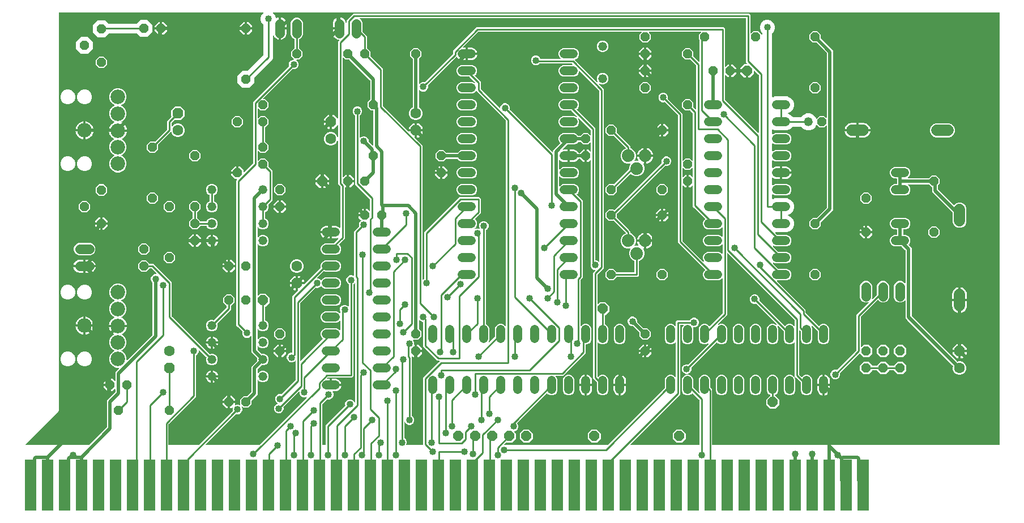
<source format=gtl>
G04 EAGLE Gerber RS-274X export*
G75*
%MOMM*%
%FSLAX34Y34*%
%LPD*%
%INTop Copper*%
%IPPOS*%
%AMOC8*
5,1,8,0,0,1.08239X$1,22.5*%
G01*
%ADD10P,1.429621X8X292.500000*%
%ADD11P,1.732040X8X292.500000*%
%ADD12C,1.600200*%
%ADD13P,1.429621X8X202.500000*%
%ADD14C,1.320800*%
%ADD15P,1.429621X8X112.500000*%
%ADD16P,1.429621X8X22.500000*%
%ADD17C,1.879600*%
%ADD18C,1.320800*%
%ADD19C,1.422400*%
%ADD20C,2.184400*%
%ADD21P,1.649562X8X292.500000*%
%ADD22P,1.732040X8X112.500000*%
%ADD23C,1.676400*%
%ADD24P,1.649562X8X22.500000*%
%ADD25R,1.780000X7.620000*%
%ADD26P,1.539592X8X22.500000*%
%ADD27C,0.508000*%
%ADD28C,1.016000*%
%ADD29C,0.254000*%

G36*
X375343Y100853D02*
X375343Y100853D01*
X375434Y100861D01*
X375463Y100873D01*
X375495Y100878D01*
X375576Y100921D01*
X375660Y100957D01*
X375692Y100983D01*
X375713Y100994D01*
X375735Y101017D01*
X375791Y101062D01*
X446191Y171461D01*
X446247Y171540D01*
X446310Y171615D01*
X446319Y171640D01*
X446334Y171661D01*
X446363Y171754D01*
X446398Y171845D01*
X446399Y171871D01*
X446407Y171896D01*
X446404Y171994D01*
X446408Y172091D01*
X446401Y172116D01*
X446400Y172142D01*
X446367Y172234D01*
X446340Y172327D01*
X446325Y172349D01*
X446316Y172373D01*
X446255Y172449D01*
X446199Y172529D01*
X446178Y172545D01*
X446162Y172565D01*
X446080Y172618D01*
X446002Y172676D01*
X445977Y172684D01*
X445955Y172698D01*
X445861Y172722D01*
X445768Y172752D01*
X445742Y172752D01*
X445717Y172758D01*
X445620Y172751D01*
X445522Y172750D01*
X445491Y172741D01*
X445471Y172739D01*
X445441Y172726D01*
X445361Y172703D01*
X444327Y172275D01*
X441498Y172275D01*
X438883Y173358D01*
X436883Y175358D01*
X435800Y177973D01*
X435800Y180054D01*
X435788Y180124D01*
X435786Y180196D01*
X435768Y180245D01*
X435760Y180296D01*
X435727Y180360D01*
X435702Y180427D01*
X435669Y180468D01*
X435645Y180514D01*
X435593Y180563D01*
X435548Y180619D01*
X435504Y180647D01*
X435467Y180683D01*
X435402Y180713D01*
X435341Y180752D01*
X435291Y180765D01*
X435244Y180787D01*
X435172Y180795D01*
X435103Y180812D01*
X435051Y180808D01*
X434999Y180814D01*
X434929Y180799D01*
X434858Y180793D01*
X434810Y180773D01*
X434759Y180762D01*
X434697Y180725D01*
X434631Y180697D01*
X434575Y180652D01*
X434548Y180635D01*
X434532Y180618D01*
X434500Y180592D01*
X411984Y158076D01*
X411916Y157981D01*
X411846Y157887D01*
X411844Y157881D01*
X411841Y157876D01*
X411806Y157765D01*
X411770Y157653D01*
X411770Y157647D01*
X411768Y157641D01*
X411771Y157524D01*
X411772Y157407D01*
X411774Y157400D01*
X411775Y157395D01*
X411781Y157377D01*
X411819Y157246D01*
X411925Y156990D01*
X411925Y154160D01*
X410842Y151546D01*
X408842Y149545D01*
X406227Y148462D01*
X403398Y148462D01*
X400783Y149545D01*
X398783Y151546D01*
X397700Y154160D01*
X397700Y156990D01*
X398783Y159604D01*
X400783Y161605D01*
X402568Y162344D01*
X402629Y162382D01*
X402695Y162411D01*
X402733Y162446D01*
X402777Y162474D01*
X402823Y162529D01*
X402876Y162578D01*
X402901Y162623D01*
X402934Y162663D01*
X402960Y162730D01*
X402995Y162793D01*
X403004Y162844D01*
X403022Y162893D01*
X403026Y162965D01*
X403038Y163035D01*
X403031Y163087D01*
X403033Y163139D01*
X403013Y163208D01*
X403002Y163279D01*
X402979Y163325D01*
X402964Y163375D01*
X402923Y163434D01*
X402891Y163498D01*
X402854Y163534D01*
X402824Y163577D01*
X402767Y163620D01*
X402715Y163670D01*
X402653Y163705D01*
X402627Y163724D01*
X402604Y163731D01*
X402568Y163751D01*
X402371Y163833D01*
X400370Y165833D01*
X399287Y168448D01*
X399287Y171277D01*
X400370Y173892D01*
X402371Y175892D01*
X404985Y176975D01*
X407815Y176975D01*
X408071Y176869D01*
X408184Y176843D01*
X408298Y176814D01*
X408305Y176814D01*
X408311Y176813D01*
X408427Y176824D01*
X408544Y176833D01*
X408549Y176835D01*
X408556Y176836D01*
X408663Y176884D01*
X408770Y176929D01*
X408776Y176934D01*
X408780Y176936D01*
X408794Y176949D01*
X408901Y177034D01*
X429862Y197995D01*
X429915Y198069D01*
X429974Y198138D01*
X429987Y198169D01*
X430005Y198195D01*
X430032Y198282D01*
X430066Y198367D01*
X430071Y198408D01*
X430078Y198430D01*
X430077Y198462D01*
X430085Y198533D01*
X430085Y226101D01*
X430073Y226171D01*
X430071Y226243D01*
X430053Y226292D01*
X430045Y226343D01*
X430011Y226407D01*
X429987Y226474D01*
X429954Y226515D01*
X429930Y226561D01*
X429878Y226610D01*
X429833Y226666D01*
X429789Y226694D01*
X429752Y226730D01*
X429687Y226760D01*
X429626Y226799D01*
X429576Y226812D01*
X429529Y226834D01*
X429457Y226842D01*
X429388Y226859D01*
X429336Y226855D01*
X429284Y226861D01*
X429214Y226846D01*
X429143Y226840D01*
X429095Y226820D01*
X429044Y226809D01*
X428982Y226772D01*
X428916Y226744D01*
X428860Y226699D01*
X428833Y226682D01*
X428817Y226665D01*
X428785Y226639D01*
X427892Y225745D01*
X425277Y224662D01*
X422448Y224662D01*
X419833Y225745D01*
X417833Y227746D01*
X416750Y230360D01*
X416750Y233190D01*
X417833Y235804D01*
X419833Y237805D01*
X422448Y238888D01*
X424561Y238888D01*
X424581Y238891D01*
X424600Y238889D01*
X424702Y238911D01*
X424804Y238927D01*
X424821Y238937D01*
X424841Y238941D01*
X424930Y238994D01*
X425021Y239043D01*
X425035Y239057D01*
X425052Y239067D01*
X425119Y239146D01*
X425191Y239221D01*
X425199Y239239D01*
X425212Y239254D01*
X425251Y239350D01*
X425294Y239444D01*
X425296Y239464D01*
X425304Y239482D01*
X425322Y239649D01*
X425322Y323631D01*
X433100Y331409D01*
X433153Y331482D01*
X433213Y331552D01*
X433225Y331582D01*
X433244Y331608D01*
X433271Y331695D01*
X433305Y331780D01*
X433309Y331821D01*
X433316Y331843D01*
X433315Y331876D01*
X433323Y331947D01*
X433323Y341377D01*
X442753Y341377D01*
X442843Y341392D01*
X442934Y341399D01*
X442964Y341411D01*
X442996Y341417D01*
X443077Y341459D01*
X443160Y341495D01*
X443193Y341521D01*
X443213Y341532D01*
X443229Y341548D01*
X443230Y341549D01*
X443239Y341558D01*
X443291Y341600D01*
X467267Y365576D01*
X467335Y365670D01*
X467405Y365764D01*
X467407Y365770D01*
X467411Y365775D01*
X467445Y365887D01*
X467482Y365998D01*
X467482Y366005D01*
X467483Y366011D01*
X467480Y366127D01*
X467479Y366244D01*
X467477Y366251D01*
X467477Y366256D01*
X467471Y366274D01*
X467432Y366405D01*
X467359Y366582D01*
X467359Y370018D01*
X468674Y373192D01*
X471104Y375622D01*
X474278Y376937D01*
X490922Y376937D01*
X494096Y375622D01*
X496526Y373192D01*
X497841Y370018D01*
X497841Y366582D01*
X496526Y363408D01*
X494096Y360978D01*
X490922Y359663D01*
X474278Y359663D01*
X472215Y360518D01*
X472102Y360544D01*
X471988Y360573D01*
X471982Y360572D01*
X471976Y360574D01*
X471859Y360563D01*
X471743Y360554D01*
X471737Y360551D01*
X471731Y360551D01*
X471624Y360503D01*
X471517Y360457D01*
X471511Y360453D01*
X471506Y360451D01*
X471493Y360438D01*
X471386Y360353D01*
X462346Y351312D01*
X462304Y351254D01*
X462254Y351202D01*
X462232Y351155D01*
X462202Y351113D01*
X462181Y351044D01*
X462151Y350979D01*
X462145Y350927D01*
X462130Y350877D01*
X462131Y350806D01*
X462124Y350735D01*
X462135Y350684D01*
X462136Y350632D01*
X462161Y350564D01*
X462176Y350494D01*
X462203Y350450D01*
X462220Y350401D01*
X462265Y350345D01*
X462302Y350283D01*
X462342Y350249D01*
X462374Y350209D01*
X462434Y350170D01*
X462489Y350123D01*
X462537Y350104D01*
X462581Y350076D01*
X462651Y350058D01*
X462717Y350031D01*
X462788Y350023D01*
X462820Y350015D01*
X462843Y350017D01*
X462884Y350013D01*
X463377Y350013D01*
X465992Y348930D01*
X467416Y347505D01*
X467453Y347479D01*
X467484Y347445D01*
X467553Y347407D01*
X467616Y347362D01*
X467660Y347348D01*
X467700Y347326D01*
X467777Y347312D01*
X467851Y347290D01*
X467897Y347291D01*
X467942Y347283D01*
X468019Y347294D01*
X468097Y347296D01*
X468140Y347312D01*
X468185Y347318D01*
X468255Y347354D01*
X468328Y347380D01*
X468364Y347409D01*
X468405Y347430D01*
X468459Y347485D01*
X468520Y347534D01*
X468545Y347573D01*
X468577Y347605D01*
X468643Y347725D01*
X468653Y347741D01*
X468654Y347746D01*
X468658Y347752D01*
X468674Y347792D01*
X471104Y350222D01*
X474278Y351537D01*
X490922Y351537D01*
X494096Y350222D01*
X496526Y347792D01*
X497841Y344618D01*
X497841Y341182D01*
X496526Y338008D01*
X494096Y335578D01*
X490922Y334263D01*
X474278Y334263D01*
X471104Y335578D01*
X468674Y338008D01*
X468658Y338048D01*
X468633Y338087D01*
X468618Y338130D01*
X468569Y338191D01*
X468528Y338257D01*
X468493Y338286D01*
X468464Y338322D01*
X468398Y338364D01*
X468339Y338413D01*
X468296Y338430D01*
X468257Y338455D01*
X468182Y338474D01*
X468109Y338502D01*
X468063Y338504D01*
X468019Y338515D01*
X467941Y338509D01*
X467863Y338512D01*
X467819Y338499D01*
X467773Y338496D01*
X467702Y338465D01*
X467627Y338444D01*
X467589Y338417D01*
X467547Y338399D01*
X467440Y338314D01*
X467425Y338303D01*
X467422Y338299D01*
X467416Y338295D01*
X465992Y336870D01*
X463377Y335787D01*
X460548Y335787D01*
X460291Y335893D01*
X460178Y335920D01*
X460064Y335949D01*
X460058Y335948D01*
X460052Y335950D01*
X459935Y335939D01*
X459819Y335930D01*
X459813Y335927D01*
X459807Y335927D01*
X459699Y335879D01*
X459593Y335833D01*
X459587Y335829D01*
X459582Y335827D01*
X459568Y335814D01*
X459462Y335728D01*
X436913Y313180D01*
X436860Y313106D01*
X436801Y313037D01*
X436788Y313006D01*
X436770Y312980D01*
X436743Y312893D01*
X436709Y312808D01*
X436704Y312767D01*
X436697Y312745D01*
X436698Y312713D01*
X436690Y312642D01*
X436690Y227299D01*
X436702Y227228D01*
X436704Y227156D01*
X436722Y227107D01*
X436730Y227056D01*
X436763Y226993D01*
X436788Y226925D01*
X436821Y226885D01*
X436845Y226839D01*
X436897Y226789D01*
X436942Y226733D01*
X436986Y226705D01*
X437023Y226669D01*
X437088Y226639D01*
X437149Y226600D01*
X437199Y226588D01*
X437246Y226566D01*
X437318Y226558D01*
X437387Y226540D01*
X437439Y226544D01*
X437491Y226539D01*
X437561Y226554D01*
X437632Y226559D01*
X437680Y226580D01*
X437731Y226591D01*
X437793Y226628D01*
X437859Y226656D01*
X437915Y226700D01*
X437942Y226717D01*
X437958Y226735D01*
X437990Y226761D01*
X470317Y259088D01*
X470329Y259104D01*
X470344Y259117D01*
X470401Y259204D01*
X470461Y259288D01*
X470467Y259307D01*
X470477Y259324D01*
X470503Y259424D01*
X470533Y259523D01*
X470533Y259543D01*
X470537Y259562D01*
X470529Y259665D01*
X470527Y259769D01*
X470520Y259787D01*
X470518Y259807D01*
X470478Y259902D01*
X470442Y260000D01*
X470430Y260015D01*
X470422Y260034D01*
X470317Y260165D01*
X468674Y261808D01*
X467359Y264982D01*
X467359Y268418D01*
X468674Y271592D01*
X471104Y274022D01*
X474278Y275337D01*
X490922Y275337D01*
X494096Y274022D01*
X495460Y272658D01*
X495518Y272616D01*
X495570Y272567D01*
X495618Y272545D01*
X495660Y272514D01*
X495728Y272493D01*
X495794Y272463D01*
X495845Y272457D01*
X495895Y272442D01*
X495967Y272444D01*
X496038Y272436D01*
X496089Y272447D01*
X496141Y272448D01*
X496208Y272473D01*
X496278Y272488D01*
X496323Y272515D01*
X496372Y272533D01*
X496428Y272578D01*
X496489Y272614D01*
X496523Y272654D01*
X496564Y272687D01*
X496603Y272747D01*
X496649Y272801D01*
X496669Y272850D01*
X496697Y272893D01*
X496714Y272963D01*
X496741Y273030D01*
X496749Y273101D01*
X496757Y273132D01*
X496755Y273155D01*
X496760Y273196D01*
X496760Y285604D01*
X496748Y285674D01*
X496746Y285746D01*
X496728Y285795D01*
X496720Y285847D01*
X496686Y285910D01*
X496662Y285977D01*
X496629Y286018D01*
X496605Y286064D01*
X496553Y286113D01*
X496508Y286169D01*
X496464Y286197D01*
X496427Y286233D01*
X496362Y286263D01*
X496301Y286302D01*
X496251Y286315D01*
X496204Y286337D01*
X496132Y286345D01*
X496063Y286362D01*
X496011Y286358D01*
X495959Y286364D01*
X495889Y286349D01*
X495818Y286343D01*
X495770Y286323D01*
X495719Y286312D01*
X495657Y286275D01*
X495591Y286247D01*
X495535Y286202D01*
X495508Y286186D01*
X495492Y286168D01*
X495460Y286142D01*
X494096Y284778D01*
X490922Y283463D01*
X474278Y283463D01*
X471104Y284778D01*
X468674Y287208D01*
X467359Y290382D01*
X467359Y293818D01*
X468674Y296992D01*
X471104Y299422D01*
X474278Y300737D01*
X490922Y300737D01*
X494096Y299422D01*
X495460Y298058D01*
X495518Y298016D01*
X495570Y297967D01*
X495618Y297945D01*
X495660Y297914D01*
X495728Y297893D01*
X495794Y297863D01*
X495845Y297857D01*
X495895Y297842D01*
X495967Y297844D01*
X496038Y297836D01*
X496089Y297847D01*
X496141Y297848D01*
X496208Y297873D01*
X496278Y297888D01*
X496323Y297915D01*
X496372Y297933D01*
X496428Y297978D01*
X496489Y298014D01*
X496523Y298054D01*
X496564Y298087D01*
X496603Y298147D01*
X496649Y298201D01*
X496669Y298250D01*
X496697Y298293D01*
X496714Y298363D01*
X496741Y298430D01*
X496749Y298501D01*
X496757Y298532D01*
X496755Y298555D01*
X496760Y298596D01*
X496760Y300113D01*
X496749Y300178D01*
X496749Y300243D01*
X496725Y300324D01*
X496720Y300356D01*
X496711Y300373D01*
X496702Y300405D01*
X496125Y301798D01*
X496125Y304627D01*
X497208Y307242D01*
X499208Y309242D01*
X501823Y310325D01*
X504652Y310325D01*
X507267Y309242D01*
X508160Y308349D01*
X508218Y308307D01*
X508270Y308257D01*
X508318Y308236D01*
X508360Y308205D01*
X508428Y308184D01*
X508494Y308154D01*
X508545Y308148D01*
X508595Y308133D01*
X508667Y308135D01*
X508738Y308127D01*
X508789Y308138D01*
X508841Y308139D01*
X508908Y308164D01*
X508978Y308179D01*
X509023Y308206D01*
X509072Y308224D01*
X509128Y308268D01*
X509189Y308305D01*
X509223Y308345D01*
X509264Y308377D01*
X509303Y308438D01*
X509349Y308492D01*
X509369Y308540D01*
X509397Y308584D01*
X509414Y308654D01*
X509441Y308720D01*
X509449Y308792D01*
X509457Y308823D01*
X509455Y308846D01*
X509460Y308887D01*
X509460Y340823D01*
X509441Y340938D01*
X509424Y341054D01*
X509421Y341060D01*
X509420Y341066D01*
X509366Y341168D01*
X509312Y341273D01*
X509308Y341278D01*
X509305Y341283D01*
X509220Y341364D01*
X509137Y341446D01*
X509130Y341449D01*
X509127Y341453D01*
X509110Y341461D01*
X508990Y341526D01*
X508733Y341633D01*
X506733Y343633D01*
X505650Y346248D01*
X505650Y349077D01*
X506733Y351692D01*
X508733Y353692D01*
X511348Y354775D01*
X514177Y354775D01*
X516345Y353877D01*
X516389Y353867D01*
X516431Y353848D01*
X516508Y353839D01*
X516584Y353821D01*
X516630Y353826D01*
X516675Y353821D01*
X516752Y353837D01*
X516829Y353844D01*
X516871Y353863D01*
X516916Y353873D01*
X516983Y353913D01*
X517054Y353944D01*
X517088Y353975D01*
X517127Y353999D01*
X517178Y354058D01*
X517235Y354111D01*
X517257Y354151D01*
X517287Y354186D01*
X517316Y354258D01*
X517353Y354326D01*
X517362Y354371D01*
X517379Y354414D01*
X517394Y354550D01*
X517397Y354568D01*
X517396Y354573D01*
X517397Y354581D01*
X517397Y420468D01*
X519555Y422626D01*
X524641Y427712D01*
X524709Y427807D01*
X524779Y427900D01*
X524781Y427906D01*
X524784Y427911D01*
X524819Y428023D01*
X524855Y428134D01*
X524855Y428141D01*
X524857Y428147D01*
X524854Y428263D01*
X524853Y428380D01*
X524851Y428387D01*
X524850Y428392D01*
X524844Y428410D01*
X524806Y428541D01*
X524700Y428798D01*
X524700Y431627D01*
X525783Y434242D01*
X527716Y436175D01*
X527728Y436191D01*
X527743Y436204D01*
X527799Y436291D01*
X527860Y436375D01*
X527865Y436394D01*
X527876Y436410D01*
X527901Y436511D01*
X527932Y436610D01*
X527931Y436630D01*
X527936Y436649D01*
X527928Y436752D01*
X527926Y436856D01*
X527919Y436874D01*
X527917Y436894D01*
X527877Y436989D01*
X527841Y437087D01*
X527829Y437102D01*
X527821Y437121D01*
X527716Y437251D01*
X524255Y440712D01*
X524255Y442977D01*
X532638Y442977D01*
X532658Y442980D01*
X532677Y442978D01*
X532779Y443000D01*
X532881Y443017D01*
X532898Y443026D01*
X532918Y443030D01*
X533007Y443083D01*
X533098Y443132D01*
X533112Y443146D01*
X533129Y443156D01*
X533196Y443235D01*
X533267Y443310D01*
X533276Y443328D01*
X533289Y443343D01*
X533327Y443439D01*
X533371Y443533D01*
X533373Y443553D01*
X533381Y443571D01*
X533399Y443738D01*
X533399Y444501D01*
X534162Y444501D01*
X534182Y444504D01*
X534201Y444502D01*
X534303Y444524D01*
X534405Y444541D01*
X534422Y444550D01*
X534442Y444554D01*
X534531Y444607D01*
X534622Y444656D01*
X534636Y444670D01*
X534653Y444680D01*
X534720Y444759D01*
X534791Y444834D01*
X534800Y444852D01*
X534813Y444867D01*
X534851Y444963D01*
X534895Y445057D01*
X534897Y445077D01*
X534905Y445095D01*
X534923Y445262D01*
X534923Y453645D01*
X537188Y453645D01*
X539910Y450922D01*
X539968Y450880D01*
X540020Y450831D01*
X540068Y450809D01*
X540110Y450779D01*
X540178Y450758D01*
X540244Y450727D01*
X540295Y450722D01*
X540345Y450706D01*
X540417Y450708D01*
X540488Y450700D01*
X540539Y450711D01*
X540591Y450713D01*
X540658Y450737D01*
X540728Y450753D01*
X540773Y450779D01*
X540822Y450797D01*
X540878Y450842D01*
X540939Y450879D01*
X540973Y450918D01*
X541014Y450951D01*
X541053Y451011D01*
X541099Y451066D01*
X541119Y451114D01*
X541147Y451158D01*
X541164Y451227D01*
X541191Y451294D01*
X541199Y451365D01*
X541207Y451396D01*
X541205Y451420D01*
X541210Y451461D01*
X541210Y468217D01*
X541195Y468307D01*
X541188Y468398D01*
X541175Y468427D01*
X541170Y468459D01*
X541127Y468540D01*
X541092Y468624D01*
X541066Y468656D01*
X541055Y468677D01*
X541032Y468699D01*
X540987Y468755D01*
X518985Y490757D01*
X518985Y593236D01*
X518966Y593350D01*
X518949Y593467D01*
X518946Y593472D01*
X518945Y593478D01*
X518891Y593581D01*
X518837Y593686D01*
X518833Y593690D01*
X518830Y593696D01*
X518745Y593776D01*
X518662Y593858D01*
X518655Y593862D01*
X518652Y593865D01*
X518635Y593873D01*
X518515Y593939D01*
X518258Y594045D01*
X516258Y596046D01*
X515175Y598660D01*
X515175Y601490D01*
X516258Y604104D01*
X518258Y606105D01*
X520873Y607188D01*
X523702Y607188D01*
X526317Y606105D01*
X528317Y604104D01*
X529400Y601490D01*
X529400Y598660D01*
X528317Y596046D01*
X526317Y594045D01*
X526060Y593939D01*
X525961Y593878D01*
X525861Y593817D01*
X525856Y593813D01*
X525851Y593809D01*
X525777Y593720D01*
X525701Y593631D01*
X525698Y593625D01*
X525694Y593620D01*
X525653Y593512D01*
X525609Y593402D01*
X525608Y593395D01*
X525606Y593390D01*
X525605Y593372D01*
X525590Y593236D01*
X525590Y561299D01*
X525602Y561229D01*
X525604Y561157D01*
X525622Y561108D01*
X525630Y561057D01*
X525664Y560993D01*
X525688Y560926D01*
X525721Y560885D01*
X525745Y560839D01*
X525797Y560790D01*
X525842Y560734D01*
X525886Y560706D01*
X525923Y560670D01*
X525988Y560640D01*
X526049Y560601D01*
X526099Y560588D01*
X526146Y560566D01*
X526218Y560558D01*
X526287Y560541D01*
X526339Y560545D01*
X526391Y560539D01*
X526461Y560554D01*
X526532Y560560D01*
X526580Y560580D01*
X526631Y560591D01*
X526693Y560628D01*
X526759Y560656D01*
X526815Y560701D01*
X526842Y560718D01*
X526858Y560735D01*
X526890Y560761D01*
X527783Y561655D01*
X530398Y562738D01*
X533227Y562738D01*
X535842Y561655D01*
X537842Y559654D01*
X538925Y557040D01*
X538925Y555294D01*
X538928Y555279D01*
X538926Y555266D01*
X538940Y555201D01*
X538947Y555113D01*
X538960Y555084D01*
X538965Y555052D01*
X538978Y555027D01*
X538979Y555025D01*
X538983Y555018D01*
X539008Y554971D01*
X539043Y554887D01*
X539069Y554855D01*
X539080Y554834D01*
X539103Y554812D01*
X539148Y554756D01*
X544990Y548914D01*
X545048Y548872D01*
X545100Y548823D01*
X545148Y548801D01*
X545190Y548771D01*
X545258Y548749D01*
X545324Y548719D01*
X545375Y548714D01*
X545425Y548698D01*
X545497Y548700D01*
X545568Y548692D01*
X545619Y548703D01*
X545671Y548705D01*
X545738Y548729D01*
X545808Y548744D01*
X545853Y548771D01*
X545902Y548789D01*
X545958Y548834D01*
X546019Y548871D01*
X546053Y548910D01*
X546094Y548943D01*
X546133Y549003D01*
X546179Y549057D01*
X546199Y549106D01*
X546227Y549150D01*
X546244Y549219D01*
X546271Y549286D01*
X546279Y549357D01*
X546287Y549388D01*
X546285Y549411D01*
X546290Y549452D01*
X546290Y600202D01*
X546287Y600222D01*
X546289Y600241D01*
X546267Y600343D01*
X546250Y600445D01*
X546241Y600462D01*
X546236Y600482D01*
X546183Y600571D01*
X546135Y600662D01*
X546121Y600676D01*
X546110Y600693D01*
X546032Y600760D01*
X545957Y600832D01*
X545939Y600840D01*
X545923Y600853D01*
X545827Y600892D01*
X545734Y600935D01*
X545714Y600937D01*
X545695Y600945D01*
X545529Y600963D01*
X542523Y600963D01*
X537463Y606023D01*
X537463Y613177D01*
X541304Y617018D01*
X541357Y617092D01*
X541417Y617162D01*
X541429Y617192D01*
X541448Y617218D01*
X541475Y617305D01*
X541509Y617390D01*
X541513Y617431D01*
X541520Y617453D01*
X541519Y617485D01*
X541527Y617557D01*
X541527Y645491D01*
X541513Y645581D01*
X541505Y645672D01*
X541493Y645701D01*
X541488Y645733D01*
X541445Y645814D01*
X541409Y645898D01*
X541383Y645930D01*
X541372Y645951D01*
X541349Y645973D01*
X541304Y646029D01*
X510393Y676940D01*
X510319Y676993D01*
X510249Y677053D01*
X510219Y677065D01*
X510193Y677084D01*
X510106Y677111D01*
X510021Y677145D01*
X509980Y677149D01*
X509958Y677156D01*
X509926Y677155D01*
X509855Y677163D01*
X504423Y677163D01*
X501490Y680096D01*
X501432Y680138D01*
X501380Y680187D01*
X501332Y680209D01*
X501290Y680240D01*
X501222Y680261D01*
X501156Y680291D01*
X501105Y680297D01*
X501055Y680312D01*
X500983Y680310D01*
X500912Y680318D01*
X500861Y680307D01*
X500809Y680306D01*
X500742Y680281D01*
X500672Y680266D01*
X500627Y680239D01*
X500578Y680221D01*
X500522Y680176D01*
X500461Y680140D01*
X500427Y680100D01*
X500386Y680067D01*
X500347Y680007D01*
X500301Y679953D01*
X500281Y679904D01*
X500253Y679861D01*
X500236Y679791D01*
X500209Y679725D01*
X500201Y679653D01*
X500193Y679622D01*
X500195Y679599D01*
X500190Y679558D01*
X500190Y502261D01*
X500202Y502190D01*
X500204Y502118D01*
X500222Y502069D01*
X500230Y502018D01*
X500264Y501955D01*
X500288Y501887D01*
X500321Y501847D01*
X500345Y501800D01*
X500397Y501751D01*
X500442Y501695D01*
X500486Y501667D01*
X500523Y501631D01*
X500588Y501601D01*
X500649Y501562D01*
X500699Y501549D01*
X500746Y501527D01*
X500818Y501520D01*
X500887Y501502D01*
X500939Y501506D01*
X500991Y501500D01*
X501061Y501516D01*
X501132Y501521D01*
X501180Y501542D01*
X501231Y501553D01*
X501293Y501589D01*
X501359Y501618D01*
X501415Y501662D01*
X501442Y501679D01*
X501458Y501697D01*
X501490Y501722D01*
X504212Y504445D01*
X506477Y504445D01*
X506477Y496062D01*
X506480Y496042D01*
X506478Y496023D01*
X506500Y495921D01*
X506517Y495819D01*
X506526Y495802D01*
X506530Y495782D01*
X506583Y495693D01*
X506632Y495602D01*
X506646Y495588D01*
X506656Y495571D01*
X506735Y495504D01*
X506810Y495433D01*
X506828Y495424D01*
X506843Y495411D01*
X506939Y495373D01*
X507033Y495329D01*
X507053Y495327D01*
X507071Y495319D01*
X507238Y495301D01*
X508001Y495301D01*
X508001Y495299D01*
X507238Y495299D01*
X507218Y495296D01*
X507199Y495298D01*
X507097Y495276D01*
X506995Y495259D01*
X506978Y495250D01*
X506958Y495246D01*
X506869Y495193D01*
X506778Y495144D01*
X506764Y495130D01*
X506747Y495120D01*
X506680Y495041D01*
X506609Y494966D01*
X506600Y494948D01*
X506587Y494933D01*
X506548Y494837D01*
X506505Y494743D01*
X506503Y494723D01*
X506495Y494705D01*
X506477Y494538D01*
X506477Y486155D01*
X504126Y486155D01*
X504107Y486152D01*
X504087Y486154D01*
X503986Y486132D01*
X503884Y486116D01*
X503866Y486106D01*
X503847Y486102D01*
X503758Y486049D01*
X503666Y486000D01*
X503653Y485986D01*
X503636Y485976D01*
X503568Y485897D01*
X503497Y485822D01*
X503489Y485804D01*
X503476Y485789D01*
X503437Y485693D01*
X503393Y485599D01*
X503391Y485579D01*
X503384Y485561D01*
X503365Y485394D01*
X503365Y409794D01*
X501208Y407637D01*
X494883Y401312D01*
X494871Y401296D01*
X494856Y401283D01*
X494817Y401224D01*
X494794Y401199D01*
X494780Y401169D01*
X494739Y401112D01*
X494733Y401093D01*
X494723Y401076D01*
X494706Y401009D01*
X494690Y400976D01*
X494687Y400941D01*
X494667Y400877D01*
X494667Y400857D01*
X494663Y400838D01*
X494668Y400771D01*
X494663Y400732D01*
X494672Y400694D01*
X494673Y400631D01*
X494680Y400613D01*
X494682Y400593D01*
X494706Y400536D01*
X494716Y400491D01*
X494738Y400454D01*
X494758Y400400D01*
X494770Y400385D01*
X494778Y400366D01*
X494827Y400306D01*
X494842Y400280D01*
X494858Y400266D01*
X494883Y400235D01*
X496526Y398592D01*
X497841Y395418D01*
X497841Y391982D01*
X496526Y388808D01*
X494096Y386378D01*
X490922Y385063D01*
X474278Y385063D01*
X471104Y386378D01*
X468674Y388808D01*
X467359Y391982D01*
X467359Y395418D01*
X468674Y398592D01*
X471104Y401022D01*
X474278Y402337D01*
X486251Y402337D01*
X486341Y402351D01*
X486432Y402359D01*
X486461Y402371D01*
X486493Y402376D01*
X486574Y402419D01*
X486658Y402455D01*
X486690Y402481D01*
X486711Y402492D01*
X486733Y402515D01*
X486789Y402560D01*
X493714Y409485D01*
X493771Y409564D01*
X493833Y409639D01*
X493842Y409663D01*
X493857Y409684D01*
X493886Y409777D01*
X493921Y409868D01*
X493922Y409894D01*
X493930Y409919D01*
X493927Y410017D01*
X493931Y410114D01*
X493924Y410139D01*
X493923Y410165D01*
X493890Y410257D01*
X493863Y410350D01*
X493848Y410372D01*
X493839Y410396D01*
X493778Y410473D01*
X493723Y410552D01*
X493702Y410568D01*
X493685Y410588D01*
X493603Y410641D01*
X493525Y410699D01*
X493500Y410707D01*
X493478Y410721D01*
X493384Y410745D01*
X493291Y410775D01*
X493265Y410775D01*
X493240Y410781D01*
X493143Y410774D01*
X493045Y410773D01*
X493014Y410764D01*
X492995Y410762D01*
X492964Y410749D01*
X492884Y410726D01*
X491871Y410307D01*
X490105Y409955D01*
X484123Y409955D01*
X484123Y418338D01*
X484120Y418358D01*
X484122Y418377D01*
X484100Y418479D01*
X484083Y418581D01*
X484074Y418598D01*
X484070Y418618D01*
X484017Y418707D01*
X483968Y418798D01*
X483954Y418812D01*
X483944Y418829D01*
X483865Y418896D01*
X483790Y418967D01*
X483772Y418976D01*
X483757Y418989D01*
X483661Y419027D01*
X483567Y419071D01*
X483547Y419073D01*
X483529Y419081D01*
X483362Y419099D01*
X482599Y419099D01*
X482599Y419101D01*
X483362Y419101D01*
X483382Y419104D01*
X483401Y419102D01*
X483503Y419124D01*
X483605Y419141D01*
X483622Y419150D01*
X483642Y419154D01*
X483731Y419207D01*
X483822Y419256D01*
X483836Y419270D01*
X483853Y419280D01*
X483920Y419359D01*
X483991Y419434D01*
X484000Y419452D01*
X484013Y419467D01*
X484052Y419563D01*
X484095Y419657D01*
X484097Y419677D01*
X484105Y419695D01*
X484123Y419862D01*
X484123Y428245D01*
X490105Y428245D01*
X491871Y427893D01*
X493536Y427204D01*
X495033Y426203D01*
X495460Y425776D01*
X495519Y425734D01*
X495570Y425685D01*
X495618Y425663D01*
X495660Y425633D01*
X495728Y425612D01*
X495794Y425582D01*
X495845Y425576D01*
X495895Y425560D01*
X495967Y425562D01*
X496038Y425554D01*
X496089Y425565D01*
X496141Y425567D01*
X496208Y425591D01*
X496278Y425607D01*
X496323Y425633D01*
X496372Y425651D01*
X496428Y425696D01*
X496489Y425733D01*
X496523Y425772D01*
X496564Y425805D01*
X496603Y425865D01*
X496649Y425920D01*
X496669Y425968D01*
X496697Y426012D01*
X496714Y426081D01*
X496741Y426148D01*
X496749Y426219D01*
X496757Y426250D01*
X496755Y426274D01*
X496760Y426315D01*
X496760Y487267D01*
X496745Y487357D01*
X496738Y487448D01*
X496725Y487477D01*
X496720Y487509D01*
X496677Y487590D01*
X496642Y487674D01*
X496616Y487706D01*
X496605Y487727D01*
X496582Y487749D01*
X496537Y487805D01*
X493585Y490757D01*
X493585Y555273D01*
X493569Y555369D01*
X493560Y555466D01*
X493549Y555490D01*
X493545Y555516D01*
X493500Y555602D01*
X493460Y555691D01*
X493442Y555710D01*
X493430Y555733D01*
X493359Y555800D01*
X493293Y555872D01*
X493271Y555885D01*
X493252Y555903D01*
X493163Y555944D01*
X493078Y555991D01*
X493052Y555995D01*
X493029Y556006D01*
X492932Y556017D01*
X492836Y556034D01*
X492810Y556030D01*
X492784Y556033D01*
X492689Y556013D01*
X492593Y555999D01*
X492569Y555987D01*
X492544Y555981D01*
X492460Y555931D01*
X492373Y555887D01*
X492355Y555868D01*
X492333Y555855D01*
X492269Y555781D01*
X492201Y555711D01*
X492185Y555683D01*
X492173Y555668D01*
X492160Y555637D01*
X492120Y555564D01*
X491106Y553116D01*
X488284Y550294D01*
X484596Y548766D01*
X480604Y548766D01*
X476916Y550294D01*
X474094Y553116D01*
X472566Y556804D01*
X472566Y560796D01*
X474094Y564484D01*
X476916Y567306D01*
X480604Y568834D01*
X484596Y568834D01*
X488284Y567306D01*
X491106Y564484D01*
X492120Y562036D01*
X492172Y561953D01*
X492217Y561867D01*
X492236Y561849D01*
X492250Y561826D01*
X492325Y561764D01*
X492395Y561697D01*
X492419Y561686D01*
X492439Y561670D01*
X492530Y561635D01*
X492619Y561594D01*
X492645Y561591D01*
X492669Y561581D01*
X492766Y561577D01*
X492863Y561567D01*
X492888Y561572D01*
X492915Y561571D01*
X493008Y561598D01*
X493103Y561619D01*
X493126Y561632D01*
X493151Y561640D01*
X493231Y561695D01*
X493314Y561745D01*
X493331Y561765D01*
X493353Y561780D01*
X493411Y561858D01*
X493474Y561932D01*
X493484Y561956D01*
X493500Y561977D01*
X493530Y562070D01*
X493566Y562160D01*
X493570Y562193D01*
X493576Y562211D01*
X493576Y562244D01*
X493585Y562327D01*
X493585Y578439D01*
X493573Y578509D01*
X493571Y578581D01*
X493553Y578630D01*
X493545Y578681D01*
X493511Y578745D01*
X493487Y578812D01*
X493454Y578853D01*
X493430Y578899D01*
X493378Y578948D01*
X493333Y579004D01*
X493289Y579032D01*
X493252Y579068D01*
X493187Y579098D01*
X493126Y579137D01*
X493076Y579150D01*
X493029Y579172D01*
X492957Y579180D01*
X492888Y579197D01*
X492836Y579193D01*
X492784Y579199D01*
X492714Y579184D01*
X492643Y579178D01*
X492595Y579158D01*
X492544Y579147D01*
X492482Y579110D01*
X492416Y579082D01*
X492360Y579037D01*
X492333Y579021D01*
X492317Y579003D01*
X492285Y578977D01*
X486967Y573658D01*
X484123Y573658D01*
X484123Y583438D01*
X484120Y583458D01*
X484122Y583477D01*
X484100Y583579D01*
X484083Y583681D01*
X484074Y583698D01*
X484070Y583718D01*
X484017Y583807D01*
X483968Y583898D01*
X483954Y583912D01*
X483944Y583929D01*
X483865Y583996D01*
X483790Y584067D01*
X483772Y584076D01*
X483757Y584089D01*
X483661Y584127D01*
X483567Y584171D01*
X483547Y584173D01*
X483529Y584181D01*
X483362Y584199D01*
X482599Y584199D01*
X482599Y584201D01*
X483362Y584201D01*
X483382Y584204D01*
X483401Y584202D01*
X483503Y584224D01*
X483605Y584241D01*
X483622Y584250D01*
X483642Y584254D01*
X483731Y584307D01*
X483822Y584356D01*
X483836Y584370D01*
X483853Y584380D01*
X483920Y584459D01*
X483991Y584534D01*
X484000Y584552D01*
X484013Y584567D01*
X484052Y584663D01*
X484095Y584757D01*
X484097Y584777D01*
X484105Y584795D01*
X484123Y584962D01*
X484123Y594742D01*
X486967Y594742D01*
X492285Y589423D01*
X492343Y589381D01*
X492395Y589332D01*
X492443Y589310D01*
X492485Y589279D01*
X492553Y589258D01*
X492619Y589228D01*
X492670Y589222D01*
X492720Y589207D01*
X492792Y589209D01*
X492863Y589201D01*
X492914Y589212D01*
X492966Y589213D01*
X493033Y589238D01*
X493103Y589253D01*
X493148Y589280D01*
X493197Y589298D01*
X493253Y589343D01*
X493314Y589379D01*
X493348Y589419D01*
X493389Y589452D01*
X493428Y589512D01*
X493474Y589566D01*
X493494Y589615D01*
X493522Y589659D01*
X493539Y589728D01*
X493566Y589795D01*
X493574Y589866D01*
X493582Y589897D01*
X493580Y589920D01*
X493585Y589961D01*
X493585Y704631D01*
X494821Y705867D01*
X494828Y705877D01*
X494838Y705884D01*
X494900Y705977D01*
X494965Y706067D01*
X494968Y706078D01*
X494975Y706088D01*
X495004Y706195D01*
X495037Y706302D01*
X495037Y706314D01*
X495040Y706325D01*
X495034Y706436D01*
X495031Y706548D01*
X495027Y706559D01*
X495026Y706571D01*
X494985Y706674D01*
X494946Y706779D01*
X494939Y706788D01*
X494934Y706799D01*
X494862Y706884D01*
X494793Y706971D01*
X494783Y706977D01*
X494775Y706986D01*
X494679Y707044D01*
X494586Y707104D01*
X494574Y707107D01*
X494564Y707113D01*
X494402Y707157D01*
X493040Y707373D01*
X491595Y707842D01*
X490241Y708532D01*
X489012Y709425D01*
X487937Y710500D01*
X487044Y711729D01*
X486354Y713083D01*
X485885Y714528D01*
X485647Y716028D01*
X485647Y722377D01*
X494538Y722377D01*
X494558Y722380D01*
X494577Y722378D01*
X494679Y722400D01*
X494781Y722417D01*
X494798Y722426D01*
X494818Y722430D01*
X494907Y722483D01*
X494998Y722532D01*
X495012Y722546D01*
X495029Y722556D01*
X495096Y722635D01*
X495167Y722710D01*
X495176Y722728D01*
X495189Y722743D01*
X495227Y722839D01*
X495271Y722933D01*
X495273Y722953D01*
X495281Y722971D01*
X495299Y723138D01*
X495299Y723901D01*
X496062Y723901D01*
X496082Y723904D01*
X496101Y723902D01*
X496203Y723924D01*
X496305Y723941D01*
X496322Y723950D01*
X496342Y723954D01*
X496431Y724007D01*
X496522Y724056D01*
X496536Y724070D01*
X496553Y724080D01*
X496620Y724159D01*
X496691Y724234D01*
X496700Y724252D01*
X496713Y724267D01*
X496752Y724363D01*
X496795Y724457D01*
X496797Y724477D01*
X496805Y724495D01*
X496823Y724662D01*
X496823Y740544D01*
X497560Y740427D01*
X499005Y739958D01*
X500359Y739268D01*
X501588Y738375D01*
X502663Y737300D01*
X503556Y736071D01*
X504246Y734717D01*
X504715Y733272D01*
X504772Y732915D01*
X504792Y732854D01*
X504802Y732791D01*
X504830Y732738D01*
X504849Y732681D01*
X504887Y732630D01*
X504917Y732574D01*
X504960Y732533D01*
X504996Y732485D01*
X505049Y732448D01*
X505095Y732404D01*
X505150Y732379D01*
X505199Y732345D01*
X505261Y732328D01*
X505319Y732301D01*
X505378Y732294D01*
X505436Y732278D01*
X505499Y732281D01*
X505563Y732274D01*
X505622Y732287D01*
X505681Y732289D01*
X505741Y732312D01*
X505803Y732326D01*
X505855Y732357D01*
X505911Y732378D01*
X505960Y732419D01*
X506014Y732452D01*
X506053Y732498D01*
X506099Y732536D01*
X506133Y732591D01*
X506174Y732639D01*
X506197Y732695D01*
X506228Y732746D01*
X506242Y732808D01*
X506266Y732867D01*
X506276Y732953D01*
X506283Y732985D01*
X506282Y733010D01*
X506285Y733034D01*
X506285Y736381D01*
X516157Y746253D01*
X1107856Y746253D01*
X1109790Y744318D01*
X1109790Y717442D01*
X1109793Y717426D01*
X1109791Y717412D01*
X1109802Y717362D01*
X1109804Y717300D01*
X1109822Y717251D01*
X1109830Y717199D01*
X1109843Y717176D01*
X1109844Y717171D01*
X1109855Y717152D01*
X1109864Y717136D01*
X1109888Y717069D01*
X1109921Y717028D01*
X1109945Y716982D01*
X1109997Y716933D01*
X1110042Y716877D01*
X1110086Y716849D01*
X1110123Y716813D01*
X1110188Y716783D01*
X1110249Y716744D01*
X1110299Y716731D01*
X1110346Y716709D01*
X1110418Y716701D01*
X1110487Y716684D01*
X1110539Y716688D01*
X1110591Y716682D01*
X1110661Y716697D01*
X1110732Y716703D01*
X1110780Y716723D01*
X1110831Y716734D01*
X1110893Y716771D01*
X1110959Y716799D01*
X1111007Y716837D01*
X1111021Y716845D01*
X1111026Y716851D01*
X1111042Y716860D01*
X1111058Y716878D01*
X1111090Y716904D01*
X1114023Y719837D01*
X1121177Y719837D01*
X1126396Y714618D01*
X1126454Y714576D01*
X1126506Y714527D01*
X1126554Y714505D01*
X1126596Y714474D01*
X1126664Y714453D01*
X1126730Y714423D01*
X1126781Y714417D01*
X1126831Y714402D01*
X1126903Y714404D01*
X1126974Y714396D01*
X1127025Y714407D01*
X1127077Y714408D01*
X1127144Y714433D01*
X1127214Y714448D01*
X1127259Y714475D01*
X1127308Y714493D01*
X1127364Y714538D01*
X1127425Y714574D01*
X1127459Y714614D01*
X1127500Y714647D01*
X1127539Y714707D01*
X1127585Y714761D01*
X1127605Y714810D01*
X1127633Y714853D01*
X1127650Y714923D01*
X1127658Y714943D01*
X1127668Y714962D01*
X1127668Y714967D01*
X1127677Y714989D01*
X1127685Y715061D01*
X1127693Y715092D01*
X1127691Y715115D01*
X1127696Y715156D01*
X1127696Y716733D01*
X1127681Y716823D01*
X1127674Y716914D01*
X1127661Y716943D01*
X1127656Y716975D01*
X1127613Y717056D01*
X1127578Y717140D01*
X1127552Y717172D01*
X1127541Y717193D01*
X1127518Y717215D01*
X1127473Y717271D01*
X1125587Y719156D01*
X1123886Y723264D01*
X1123886Y727711D01*
X1125587Y731819D01*
X1128731Y734963D01*
X1132839Y736664D01*
X1137286Y736664D01*
X1141394Y734963D01*
X1144538Y731819D01*
X1146239Y727711D01*
X1146239Y723264D01*
X1144538Y719156D01*
X1142652Y717271D01*
X1142599Y717197D01*
X1142540Y717127D01*
X1142527Y717097D01*
X1142509Y717071D01*
X1142482Y716984D01*
X1142448Y716899D01*
X1142443Y716858D01*
X1142436Y716836D01*
X1142437Y716804D01*
X1142429Y716733D01*
X1142429Y621725D01*
X1142437Y621680D01*
X1142435Y621634D01*
X1142456Y621559D01*
X1142469Y621482D01*
X1142490Y621442D01*
X1142503Y621398D01*
X1142548Y621334D01*
X1142584Y621265D01*
X1142617Y621233D01*
X1142643Y621196D01*
X1142706Y621149D01*
X1142762Y621095D01*
X1142804Y621076D01*
X1142841Y621049D01*
X1142915Y621025D01*
X1142985Y620992D01*
X1143031Y620987D01*
X1143075Y620973D01*
X1143153Y620973D01*
X1143230Y620965D01*
X1143275Y620975D01*
X1143321Y620975D01*
X1143452Y621013D01*
X1143470Y621017D01*
X1143475Y621020D01*
X1143482Y621022D01*
X1146570Y622301D01*
X1164830Y622301D01*
X1169498Y620367D01*
X1173071Y616794D01*
X1175005Y612126D01*
X1175005Y607074D01*
X1173071Y602406D01*
X1169498Y598833D01*
X1166530Y597603D01*
X1166469Y597565D01*
X1166404Y597536D01*
X1166365Y597501D01*
X1166321Y597474D01*
X1166275Y597418D01*
X1166222Y597370D01*
X1166197Y597324D01*
X1166164Y597284D01*
X1166138Y597217D01*
X1166104Y597154D01*
X1166095Y597103D01*
X1166076Y597055D01*
X1166073Y596983D01*
X1166060Y596912D01*
X1166068Y596861D01*
X1166066Y596809D01*
X1166086Y596740D01*
X1166096Y596669D01*
X1166120Y596623D01*
X1166134Y596573D01*
X1166175Y596514D01*
X1166207Y596450D01*
X1166245Y596413D01*
X1166274Y596371D01*
X1166332Y596328D01*
X1166383Y596278D01*
X1166446Y596243D01*
X1166472Y596224D01*
X1166494Y596217D01*
X1166530Y596197D01*
X1169498Y594967D01*
X1172676Y591790D01*
X1172750Y591737D01*
X1172819Y591677D01*
X1172849Y591665D01*
X1172876Y591646D01*
X1172963Y591619D01*
X1173047Y591585D01*
X1173088Y591581D01*
X1173111Y591574D01*
X1173143Y591575D01*
X1173214Y591567D01*
X1185430Y591567D01*
X1185520Y591581D01*
X1185611Y591589D01*
X1185641Y591601D01*
X1185673Y591606D01*
X1185753Y591649D01*
X1185837Y591685D01*
X1185869Y591711D01*
X1185890Y591722D01*
X1185912Y591745D01*
X1185968Y591790D01*
X1189146Y594967D01*
X1193814Y596901D01*
X1198866Y596901D01*
X1203534Y594967D01*
X1207107Y591394D01*
X1207999Y589242D01*
X1208023Y589202D01*
X1208039Y589159D01*
X1208087Y589099D01*
X1208128Y589033D01*
X1208164Y589003D01*
X1208193Y588967D01*
X1208258Y588925D01*
X1208318Y588876D01*
X1208361Y588859D01*
X1208399Y588834D01*
X1208475Y588815D01*
X1208548Y588788D01*
X1208593Y588786D01*
X1208638Y588774D01*
X1208715Y588780D01*
X1208793Y588777D01*
X1208837Y588790D01*
X1208883Y588793D01*
X1208955Y588824D01*
X1209030Y588846D01*
X1209067Y588872D01*
X1209109Y588890D01*
X1209216Y588975D01*
X1209232Y588986D01*
X1209235Y588990D01*
X1209240Y588995D01*
X1213083Y592837D01*
X1220237Y592837D01*
X1222853Y590221D01*
X1222911Y590180D01*
X1222963Y590130D01*
X1223010Y590108D01*
X1223052Y590078D01*
X1223121Y590057D01*
X1223186Y590027D01*
X1223238Y590021D01*
X1223288Y590006D01*
X1223359Y590007D01*
X1223430Y589999D01*
X1223481Y590011D01*
X1223533Y590012D01*
X1223601Y590037D01*
X1223671Y590052D01*
X1223716Y590078D01*
X1223764Y590096D01*
X1223820Y590141D01*
X1223882Y590178D01*
X1223916Y590217D01*
X1223956Y590250D01*
X1223995Y590310D01*
X1224042Y590365D01*
X1224061Y590413D01*
X1224089Y590457D01*
X1224107Y590526D01*
X1224134Y590593D01*
X1224142Y590664D01*
X1224150Y590695D01*
X1224148Y590719D01*
X1224152Y590760D01*
X1224152Y686766D01*
X1224138Y686856D01*
X1224130Y686947D01*
X1224118Y686976D01*
X1224113Y687008D01*
X1224070Y687089D01*
X1224034Y687173D01*
X1224008Y687205D01*
X1223997Y687226D01*
X1223974Y687248D01*
X1223929Y687304D01*
X1208893Y702340D01*
X1208819Y702393D01*
X1208749Y702453D01*
X1208719Y702465D01*
X1208693Y702484D01*
X1208606Y702511D01*
X1208521Y702545D01*
X1208480Y702549D01*
X1208458Y702556D01*
X1208426Y702555D01*
X1208355Y702563D01*
X1202923Y702563D01*
X1197863Y707623D01*
X1197863Y714777D01*
X1202923Y719837D01*
X1210077Y719837D01*
X1215137Y714777D01*
X1215137Y709345D01*
X1215151Y709255D01*
X1215159Y709164D01*
X1215171Y709135D01*
X1215176Y709103D01*
X1215219Y709022D01*
X1215255Y708938D01*
X1215281Y708906D01*
X1215292Y708885D01*
X1215315Y708863D01*
X1215360Y708807D01*
X1233298Y690869D01*
X1233298Y452131D01*
X1215360Y434193D01*
X1215307Y434119D01*
X1215247Y434049D01*
X1215235Y434019D01*
X1215216Y433993D01*
X1215189Y433906D01*
X1215155Y433821D01*
X1215151Y433780D01*
X1215144Y433758D01*
X1215145Y433726D01*
X1215137Y433655D01*
X1215137Y428223D01*
X1210077Y423163D01*
X1202923Y423163D01*
X1197863Y428223D01*
X1197863Y435377D01*
X1202923Y440437D01*
X1208355Y440437D01*
X1208445Y440451D01*
X1208536Y440459D01*
X1208565Y440471D01*
X1208597Y440476D01*
X1208678Y440519D01*
X1208762Y440555D01*
X1208794Y440581D01*
X1208815Y440592D01*
X1208837Y440615D01*
X1208893Y440660D01*
X1223929Y455696D01*
X1223982Y455770D01*
X1224042Y455840D01*
X1224054Y455870D01*
X1224073Y455896D01*
X1224100Y455983D01*
X1224134Y456068D01*
X1224138Y456109D01*
X1224145Y456131D01*
X1224144Y456163D01*
X1224152Y456234D01*
X1224152Y577640D01*
X1224141Y577711D01*
X1224139Y577783D01*
X1224121Y577832D01*
X1224113Y577883D01*
X1224079Y577946D01*
X1224054Y578014D01*
X1224022Y578054D01*
X1223997Y578100D01*
X1223945Y578150D01*
X1223901Y578206D01*
X1223857Y578234D01*
X1223819Y578270D01*
X1223754Y578300D01*
X1223694Y578339D01*
X1223643Y578351D01*
X1223596Y578373D01*
X1223525Y578381D01*
X1223455Y578399D01*
X1223403Y578395D01*
X1223352Y578401D01*
X1223281Y578385D01*
X1223210Y578380D01*
X1223162Y578359D01*
X1223111Y578348D01*
X1223050Y578311D01*
X1222984Y578283D01*
X1222928Y578239D01*
X1222900Y578222D01*
X1222885Y578204D01*
X1222853Y578179D01*
X1220237Y575563D01*
X1213083Y575563D01*
X1209240Y579405D01*
X1209203Y579432D01*
X1209172Y579466D01*
X1209104Y579504D01*
X1209041Y579549D01*
X1208997Y579562D01*
X1208957Y579585D01*
X1208880Y579598D01*
X1208806Y579621D01*
X1208760Y579620D01*
X1208715Y579628D01*
X1208638Y579617D01*
X1208560Y579615D01*
X1208517Y579599D01*
X1208471Y579592D01*
X1208402Y579557D01*
X1208329Y579530D01*
X1208293Y579502D01*
X1208252Y579481D01*
X1208197Y579425D01*
X1208137Y579377D01*
X1208112Y579338D01*
X1208080Y579305D01*
X1208014Y579186D01*
X1208004Y579170D01*
X1208002Y579165D01*
X1207999Y579158D01*
X1207107Y577006D01*
X1203534Y573433D01*
X1198866Y571499D01*
X1193814Y571499D01*
X1189146Y573433D01*
X1185968Y576610D01*
X1185894Y576663D01*
X1185825Y576723D01*
X1185795Y576735D01*
X1185768Y576754D01*
X1185681Y576781D01*
X1185597Y576815D01*
X1185556Y576819D01*
X1185533Y576826D01*
X1185501Y576825D01*
X1185430Y576833D01*
X1173214Y576833D01*
X1173124Y576819D01*
X1173033Y576811D01*
X1173003Y576799D01*
X1172971Y576794D01*
X1172891Y576751D01*
X1172807Y576715D01*
X1172775Y576689D01*
X1172754Y576678D01*
X1172732Y576655D01*
X1172676Y576610D01*
X1169498Y573433D01*
X1164830Y571499D01*
X1146570Y571499D01*
X1143482Y572778D01*
X1143437Y572789D01*
X1143395Y572808D01*
X1143318Y572817D01*
X1143242Y572834D01*
X1143197Y572830D01*
X1143151Y572835D01*
X1143075Y572819D01*
X1142997Y572811D01*
X1142956Y572793D01*
X1142911Y572783D01*
X1142844Y572743D01*
X1142773Y572711D01*
X1142739Y572680D01*
X1142700Y572657D01*
X1142649Y572598D01*
X1142592Y572545D01*
X1142569Y572505D01*
X1142540Y572470D01*
X1142511Y572398D01*
X1142473Y572329D01*
X1142465Y572284D01*
X1142448Y572242D01*
X1142433Y572106D01*
X1142429Y572087D01*
X1142430Y572082D01*
X1142429Y572075D01*
X1142429Y566185D01*
X1142441Y566115D01*
X1142443Y566043D01*
X1142461Y565994D01*
X1142469Y565942D01*
X1142502Y565879D01*
X1142527Y565812D01*
X1142560Y565771D01*
X1142584Y565725D01*
X1142636Y565676D01*
X1142681Y565620D01*
X1142725Y565592D01*
X1142762Y565556D01*
X1142828Y565525D01*
X1142888Y565487D01*
X1142938Y565474D01*
X1142985Y565452D01*
X1143057Y565444D01*
X1143126Y565427D01*
X1143178Y565431D01*
X1143230Y565425D01*
X1143300Y565440D01*
X1143372Y565446D01*
X1143419Y565466D01*
X1143470Y565477D01*
X1143532Y565514D01*
X1143598Y565542D01*
X1143654Y565587D01*
X1143681Y565603D01*
X1143697Y565621D01*
X1143729Y565647D01*
X1144204Y566122D01*
X1147378Y567437D01*
X1164022Y567437D01*
X1167196Y566122D01*
X1169626Y563692D01*
X1170941Y560518D01*
X1170941Y557082D01*
X1169626Y553908D01*
X1167196Y551478D01*
X1164022Y550163D01*
X1147378Y550163D01*
X1144204Y551478D01*
X1143729Y551953D01*
X1143670Y551995D01*
X1143619Y552044D01*
X1143571Y552066D01*
X1143529Y552097D01*
X1143461Y552118D01*
X1143395Y552148D01*
X1143344Y552154D01*
X1143294Y552169D01*
X1143222Y552167D01*
X1143151Y552175D01*
X1143100Y552164D01*
X1143048Y552163D01*
X1142981Y552138D01*
X1142911Y552123D01*
X1142866Y552096D01*
X1142817Y552078D01*
X1142761Y552033D01*
X1142700Y551997D01*
X1142666Y551957D01*
X1142625Y551924D01*
X1142586Y551864D01*
X1142540Y551810D01*
X1142520Y551761D01*
X1142492Y551718D01*
X1142475Y551648D01*
X1142448Y551581D01*
X1142440Y551510D01*
X1142432Y551479D01*
X1142434Y551456D01*
X1142429Y551415D01*
X1142429Y540785D01*
X1142441Y540715D01*
X1142443Y540643D01*
X1142461Y540594D01*
X1142469Y540542D01*
X1142502Y540479D01*
X1142527Y540412D01*
X1142560Y540371D01*
X1142584Y540325D01*
X1142636Y540276D01*
X1142681Y540220D01*
X1142725Y540192D01*
X1142762Y540156D01*
X1142828Y540125D01*
X1142888Y540087D01*
X1142938Y540074D01*
X1142985Y540052D01*
X1143057Y540044D01*
X1143126Y540027D01*
X1143178Y540031D01*
X1143230Y540025D01*
X1143300Y540040D01*
X1143372Y540046D01*
X1143419Y540066D01*
X1143470Y540077D01*
X1143532Y540114D01*
X1143598Y540142D01*
X1143654Y540187D01*
X1143681Y540203D01*
X1143697Y540221D01*
X1143729Y540247D01*
X1144204Y540722D01*
X1147378Y542037D01*
X1164022Y542037D01*
X1167196Y540722D01*
X1169626Y538292D01*
X1170941Y535118D01*
X1170941Y531682D01*
X1169626Y528508D01*
X1167196Y526078D01*
X1164022Y524763D01*
X1147378Y524763D01*
X1144204Y526078D01*
X1143729Y526553D01*
X1143670Y526595D01*
X1143619Y526644D01*
X1143571Y526666D01*
X1143529Y526697D01*
X1143461Y526718D01*
X1143395Y526748D01*
X1143344Y526754D01*
X1143294Y526769D01*
X1143222Y526767D01*
X1143151Y526775D01*
X1143100Y526764D01*
X1143048Y526763D01*
X1142981Y526738D01*
X1142911Y526723D01*
X1142866Y526696D01*
X1142817Y526678D01*
X1142761Y526633D01*
X1142700Y526597D01*
X1142666Y526557D01*
X1142625Y526524D01*
X1142586Y526464D01*
X1142540Y526410D01*
X1142520Y526361D01*
X1142492Y526318D01*
X1142475Y526248D01*
X1142448Y526181D01*
X1142440Y526110D01*
X1142432Y526079D01*
X1142434Y526056D01*
X1142429Y526015D01*
X1142429Y515968D01*
X1142448Y515850D01*
X1142467Y515731D01*
X1142468Y515728D01*
X1142469Y515725D01*
X1142525Y515620D01*
X1142580Y515513D01*
X1142583Y515510D01*
X1142584Y515508D01*
X1142671Y515425D01*
X1142757Y515342D01*
X1142760Y515341D01*
X1142762Y515338D01*
X1142872Y515288D01*
X1142980Y515236D01*
X1142983Y515236D01*
X1142985Y515235D01*
X1143104Y515222D01*
X1143224Y515207D01*
X1143227Y515208D01*
X1143230Y515208D01*
X1143346Y515233D01*
X1143465Y515258D01*
X1143468Y515259D01*
X1143470Y515260D01*
X1143480Y515265D01*
X1143613Y515335D01*
X1144764Y516104D01*
X1146429Y516793D01*
X1148195Y517145D01*
X1154177Y517145D01*
X1154177Y508762D01*
X1154180Y508742D01*
X1154178Y508723D01*
X1154200Y508621D01*
X1154217Y508519D01*
X1154226Y508502D01*
X1154230Y508482D01*
X1154283Y508393D01*
X1154332Y508302D01*
X1154346Y508288D01*
X1154356Y508271D01*
X1154435Y508204D01*
X1154510Y508133D01*
X1154528Y508124D01*
X1154543Y508111D01*
X1154639Y508073D01*
X1154733Y508029D01*
X1154753Y508027D01*
X1154771Y508019D01*
X1154938Y508001D01*
X1155701Y508001D01*
X1155701Y507999D01*
X1154938Y507999D01*
X1154918Y507996D01*
X1154899Y507998D01*
X1154797Y507976D01*
X1154695Y507959D01*
X1154678Y507950D01*
X1154658Y507946D01*
X1154569Y507893D01*
X1154478Y507844D01*
X1154464Y507830D01*
X1154447Y507820D01*
X1154380Y507741D01*
X1154309Y507666D01*
X1154300Y507648D01*
X1154287Y507633D01*
X1154248Y507537D01*
X1154205Y507443D01*
X1154203Y507423D01*
X1154195Y507405D01*
X1154177Y507238D01*
X1154177Y498855D01*
X1148195Y498855D01*
X1146429Y499207D01*
X1144764Y499896D01*
X1143613Y500665D01*
X1143505Y500715D01*
X1143395Y500765D01*
X1143392Y500766D01*
X1143390Y500767D01*
X1143269Y500779D01*
X1143151Y500792D01*
X1143148Y500792D01*
X1143145Y500792D01*
X1143029Y500766D01*
X1142911Y500740D01*
X1142908Y500738D01*
X1142905Y500738D01*
X1142802Y500675D01*
X1142700Y500614D01*
X1142698Y500612D01*
X1142695Y500610D01*
X1142617Y500518D01*
X1142540Y500427D01*
X1142538Y500424D01*
X1142536Y500422D01*
X1142493Y500311D01*
X1142448Y500199D01*
X1142447Y500195D01*
X1142446Y500193D01*
X1142446Y500182D01*
X1142429Y500032D01*
X1142429Y489985D01*
X1142441Y489915D01*
X1142443Y489843D01*
X1142461Y489794D01*
X1142469Y489742D01*
X1142502Y489679D01*
X1142527Y489612D01*
X1142560Y489571D01*
X1142584Y489525D01*
X1142636Y489476D01*
X1142681Y489420D01*
X1142725Y489392D01*
X1142762Y489356D01*
X1142828Y489325D01*
X1142888Y489287D01*
X1142938Y489274D01*
X1142985Y489252D01*
X1143057Y489244D01*
X1143126Y489227D01*
X1143178Y489231D01*
X1143230Y489225D01*
X1143300Y489240D01*
X1143372Y489246D01*
X1143419Y489266D01*
X1143470Y489277D01*
X1143532Y489314D01*
X1143598Y489342D01*
X1143654Y489387D01*
X1143681Y489403D01*
X1143697Y489421D01*
X1143729Y489447D01*
X1144204Y489922D01*
X1147378Y491237D01*
X1164022Y491237D01*
X1167196Y489922D01*
X1169626Y487492D01*
X1170941Y484318D01*
X1170941Y480882D01*
X1169626Y477708D01*
X1167196Y475278D01*
X1164022Y473963D01*
X1147378Y473963D01*
X1144204Y475278D01*
X1143729Y475753D01*
X1143670Y475795D01*
X1143619Y475844D01*
X1143571Y475866D01*
X1143529Y475897D01*
X1143461Y475918D01*
X1143395Y475948D01*
X1143344Y475954D01*
X1143294Y475969D01*
X1143222Y475967D01*
X1143151Y475975D01*
X1143100Y475964D01*
X1143048Y475963D01*
X1142981Y475938D01*
X1142911Y475923D01*
X1142866Y475896D01*
X1142817Y475878D01*
X1142761Y475833D01*
X1142700Y475797D01*
X1142666Y475757D01*
X1142625Y475724D01*
X1142586Y475664D01*
X1142540Y475610D01*
X1142520Y475561D01*
X1142492Y475518D01*
X1142475Y475448D01*
X1142448Y475381D01*
X1142440Y475310D01*
X1142432Y475279D01*
X1142434Y475256D01*
X1142429Y475215D01*
X1142429Y469325D01*
X1142437Y469280D01*
X1142435Y469234D01*
X1142456Y469159D01*
X1142469Y469082D01*
X1142490Y469042D01*
X1142503Y468998D01*
X1142548Y468934D01*
X1142584Y468865D01*
X1142617Y468833D01*
X1142643Y468796D01*
X1142706Y468749D01*
X1142762Y468695D01*
X1142804Y468676D01*
X1142841Y468649D01*
X1142915Y468625D01*
X1142985Y468592D01*
X1143031Y468587D01*
X1143075Y468573D01*
X1143153Y468573D01*
X1143230Y468565D01*
X1143275Y468575D01*
X1143321Y468575D01*
X1143452Y468613D01*
X1143470Y468617D01*
X1143475Y468620D01*
X1143482Y468622D01*
X1146570Y469901D01*
X1164830Y469901D01*
X1169498Y467967D01*
X1173071Y464394D01*
X1175005Y459726D01*
X1175005Y454674D01*
X1173071Y450006D01*
X1169498Y446433D01*
X1166530Y445203D01*
X1166469Y445165D01*
X1166404Y445136D01*
X1166365Y445101D01*
X1166321Y445074D01*
X1166275Y445018D01*
X1166222Y444970D01*
X1166197Y444924D01*
X1166164Y444884D01*
X1166138Y444817D01*
X1166104Y444754D01*
X1166095Y444703D01*
X1166076Y444655D01*
X1166073Y444583D01*
X1166060Y444512D01*
X1166068Y444461D01*
X1166066Y444409D01*
X1166085Y444340D01*
X1166096Y444269D01*
X1166120Y444223D01*
X1166134Y444173D01*
X1166175Y444114D01*
X1166207Y444050D01*
X1166245Y444013D01*
X1166274Y443971D01*
X1166332Y443928D01*
X1166383Y443878D01*
X1166446Y443843D01*
X1166472Y443824D01*
X1166494Y443817D01*
X1166530Y443797D01*
X1169498Y442567D01*
X1173071Y438994D01*
X1175005Y434326D01*
X1175005Y429274D01*
X1173071Y424606D01*
X1169498Y421033D01*
X1164830Y419099D01*
X1147922Y419099D01*
X1147851Y419088D01*
X1147779Y419086D01*
X1147730Y419068D01*
X1147679Y419060D01*
X1147616Y419026D01*
X1147548Y419001D01*
X1147508Y418969D01*
X1147462Y418944D01*
X1147412Y418892D01*
X1147356Y418848D01*
X1147328Y418804D01*
X1147292Y418766D01*
X1147262Y418701D01*
X1147223Y418641D01*
X1147211Y418590D01*
X1147189Y418543D01*
X1147181Y418472D01*
X1147163Y418402D01*
X1147167Y418350D01*
X1147162Y418299D01*
X1147177Y418228D01*
X1147182Y418157D01*
X1147203Y418109D01*
X1147214Y418058D01*
X1147251Y417997D01*
X1147279Y417931D01*
X1147324Y417875D01*
X1147340Y417847D01*
X1147358Y417832D01*
X1147384Y417800D01*
X1149924Y415260D01*
X1149998Y415207D01*
X1150067Y415147D01*
X1150097Y415135D01*
X1150123Y415116D01*
X1150210Y415089D01*
X1150295Y415055D01*
X1150336Y415051D01*
X1150358Y415044D01*
X1150391Y415045D01*
X1150462Y415037D01*
X1164022Y415037D01*
X1167196Y413722D01*
X1169626Y411292D01*
X1170941Y408118D01*
X1170941Y404682D01*
X1169626Y401508D01*
X1167196Y399078D01*
X1164022Y397763D01*
X1147378Y397763D01*
X1144477Y398965D01*
X1144382Y398987D01*
X1144289Y399016D01*
X1144263Y399015D01*
X1144238Y399021D01*
X1144141Y399012D01*
X1144043Y399009D01*
X1144019Y399000D01*
X1143993Y398998D01*
X1143904Y398958D01*
X1143812Y398925D01*
X1143792Y398909D01*
X1143768Y398898D01*
X1143696Y398832D01*
X1143620Y398771D01*
X1143606Y398749D01*
X1143587Y398732D01*
X1143540Y398646D01*
X1143487Y398564D01*
X1143481Y398539D01*
X1143468Y398516D01*
X1143451Y398420D01*
X1143427Y398326D01*
X1143429Y398300D01*
X1143425Y398274D01*
X1143439Y398177D01*
X1143446Y398081D01*
X1143457Y398057D01*
X1143460Y398031D01*
X1143505Y397944D01*
X1143543Y397854D01*
X1143563Y397829D01*
X1143572Y397811D01*
X1143596Y397788D01*
X1143647Y397723D01*
X1151511Y389860D01*
X1151585Y389807D01*
X1151654Y389747D01*
X1151685Y389735D01*
X1151711Y389716D01*
X1151798Y389689D01*
X1151883Y389655D01*
X1151924Y389651D01*
X1151946Y389644D01*
X1151978Y389645D01*
X1152049Y389637D01*
X1164022Y389637D01*
X1167196Y388322D01*
X1169626Y385892D01*
X1170941Y382718D01*
X1170941Y379282D01*
X1169626Y376108D01*
X1167196Y373678D01*
X1164022Y372363D01*
X1147378Y372363D01*
X1144477Y373565D01*
X1144382Y373587D01*
X1144289Y373616D01*
X1144263Y373615D01*
X1144238Y373621D01*
X1144141Y373612D01*
X1144043Y373609D01*
X1144019Y373600D01*
X1143993Y373598D01*
X1143904Y373558D01*
X1143812Y373525D01*
X1143792Y373509D01*
X1143768Y373498D01*
X1143696Y373432D01*
X1143620Y373371D01*
X1143606Y373349D01*
X1143587Y373332D01*
X1143540Y373246D01*
X1143487Y373164D01*
X1143481Y373139D01*
X1143468Y373116D01*
X1143451Y373020D01*
X1143427Y372926D01*
X1143429Y372900D01*
X1143425Y372874D01*
X1143439Y372777D01*
X1143446Y372681D01*
X1143457Y372657D01*
X1143460Y372631D01*
X1143505Y372544D01*
X1143543Y372454D01*
X1143563Y372429D01*
X1143572Y372411D01*
X1143596Y372388D01*
X1143647Y372323D01*
X1151511Y364460D01*
X1151585Y364407D01*
X1151654Y364347D01*
X1151685Y364335D01*
X1151711Y364316D01*
X1151798Y364289D01*
X1151883Y364255D01*
X1151924Y364251D01*
X1151946Y364244D01*
X1151978Y364245D01*
X1152049Y364237D01*
X1164022Y364237D01*
X1167196Y362922D01*
X1169626Y360492D01*
X1170941Y357318D01*
X1170941Y353882D01*
X1169626Y350708D01*
X1167196Y348278D01*
X1164022Y346963D01*
X1150208Y346963D01*
X1150137Y346952D01*
X1150065Y346950D01*
X1150016Y346932D01*
X1149965Y346924D01*
X1149902Y346890D01*
X1149834Y346865D01*
X1149794Y346833D01*
X1149748Y346808D01*
X1149698Y346756D01*
X1149642Y346712D01*
X1149614Y346668D01*
X1149578Y346630D01*
X1149548Y346565D01*
X1149509Y346505D01*
X1149497Y346454D01*
X1149475Y346407D01*
X1149467Y346336D01*
X1149449Y346266D01*
X1149453Y346214D01*
X1149448Y346163D01*
X1149463Y346092D01*
X1149468Y346021D01*
X1149489Y345973D01*
X1149500Y345922D01*
X1149537Y345861D01*
X1149565Y345795D01*
X1149609Y345739D01*
X1149626Y345711D01*
X1149644Y345696D01*
X1149670Y345664D01*
X1192340Y302993D01*
X1192340Y298546D01*
X1192355Y298456D01*
X1192362Y298365D01*
X1192375Y298335D01*
X1192380Y298303D01*
X1192423Y298222D01*
X1192458Y298139D01*
X1192484Y298106D01*
X1192495Y298086D01*
X1192518Y298064D01*
X1192563Y298008D01*
X1211588Y278983D01*
X1211604Y278971D01*
X1211617Y278956D01*
X1211704Y278899D01*
X1211788Y278839D01*
X1211807Y278833D01*
X1211824Y278823D01*
X1211924Y278797D01*
X1212023Y278767D01*
X1212043Y278767D01*
X1212062Y278763D01*
X1212165Y278771D01*
X1212269Y278773D01*
X1212288Y278780D01*
X1212307Y278782D01*
X1212402Y278822D01*
X1212500Y278858D01*
X1212515Y278870D01*
X1212534Y278878D01*
X1212665Y278983D01*
X1214308Y280626D01*
X1217482Y281941D01*
X1220918Y281941D01*
X1224092Y280626D01*
X1226522Y278196D01*
X1227837Y275022D01*
X1227837Y258378D01*
X1226522Y255204D01*
X1224092Y252774D01*
X1220918Y251459D01*
X1217482Y251459D01*
X1214308Y252774D01*
X1211878Y255204D01*
X1210563Y258378D01*
X1210563Y270351D01*
X1210549Y270441D01*
X1210541Y270532D01*
X1210529Y270561D01*
X1210524Y270593D01*
X1210481Y270674D01*
X1210445Y270758D01*
X1210419Y270790D01*
X1210408Y270811D01*
X1210385Y270833D01*
X1210340Y270889D01*
X1202477Y278753D01*
X1202398Y278809D01*
X1202338Y278861D01*
X1202333Y278862D01*
X1202323Y278871D01*
X1202298Y278881D01*
X1202277Y278896D01*
X1202184Y278925D01*
X1202093Y278960D01*
X1202067Y278961D01*
X1202042Y278968D01*
X1201982Y278967D01*
X1201943Y278971D01*
X1201940Y278971D01*
X1201915Y278967D01*
X1201847Y278970D01*
X1201822Y278963D01*
X1201796Y278962D01*
X1201724Y278936D01*
X1201697Y278931D01*
X1201677Y278921D01*
X1201611Y278902D01*
X1201590Y278887D01*
X1201565Y278878D01*
X1201505Y278829D01*
X1201480Y278816D01*
X1201464Y278800D01*
X1201409Y278761D01*
X1201393Y278740D01*
X1201373Y278724D01*
X1201332Y278661D01*
X1201311Y278638D01*
X1201300Y278614D01*
X1201262Y278564D01*
X1201254Y278539D01*
X1201240Y278517D01*
X1201223Y278449D01*
X1201207Y278415D01*
X1201204Y278384D01*
X1201186Y278330D01*
X1201186Y278304D01*
X1201180Y278279D01*
X1201185Y278214D01*
X1201180Y278171D01*
X1201188Y278134D01*
X1201188Y278084D01*
X1201197Y278053D01*
X1201199Y278033D01*
X1201212Y278003D01*
X1201230Y277941D01*
X1201232Y277930D01*
X1201234Y277928D01*
X1201235Y277923D01*
X1202437Y275022D01*
X1202437Y258378D01*
X1201122Y255204D01*
X1198692Y252774D01*
X1195518Y251459D01*
X1192082Y251459D01*
X1188908Y252774D01*
X1186478Y255204D01*
X1185163Y258378D01*
X1185163Y270351D01*
X1185149Y270441D01*
X1185141Y270532D01*
X1185129Y270561D01*
X1185124Y270593D01*
X1185081Y270674D01*
X1185045Y270758D01*
X1185019Y270790D01*
X1185008Y270811D01*
X1184985Y270833D01*
X1184940Y270889D01*
X1184115Y271714D01*
X1184057Y271756D01*
X1184005Y271806D01*
X1183957Y271828D01*
X1183915Y271858D01*
X1183847Y271879D01*
X1183781Y271909D01*
X1183730Y271915D01*
X1183680Y271930D01*
X1183608Y271929D01*
X1183537Y271936D01*
X1183486Y271925D01*
X1183434Y271924D01*
X1183367Y271899D01*
X1183297Y271884D01*
X1183252Y271857D01*
X1183203Y271840D01*
X1183147Y271795D01*
X1183086Y271758D01*
X1183052Y271718D01*
X1183011Y271686D01*
X1182972Y271626D01*
X1182926Y271571D01*
X1182906Y271523D01*
X1182878Y271479D01*
X1182861Y271409D01*
X1182834Y271343D01*
X1182826Y271272D01*
X1182818Y271240D01*
X1182820Y271217D01*
X1182815Y271176D01*
X1182815Y206471D01*
X1182830Y206381D01*
X1182837Y206290D01*
X1182850Y206260D01*
X1182855Y206228D01*
X1182898Y206147D01*
X1182933Y206064D01*
X1182959Y206031D01*
X1182970Y206011D01*
X1182993Y205989D01*
X1183038Y205933D01*
X1186188Y202783D01*
X1186204Y202771D01*
X1186217Y202756D01*
X1186304Y202699D01*
X1186388Y202639D01*
X1186407Y202633D01*
X1186424Y202623D01*
X1186524Y202597D01*
X1186623Y202567D01*
X1186643Y202567D01*
X1186662Y202563D01*
X1186765Y202571D01*
X1186869Y202573D01*
X1186888Y202580D01*
X1186907Y202582D01*
X1187002Y202622D01*
X1187100Y202658D01*
X1187115Y202670D01*
X1187134Y202678D01*
X1187265Y202783D01*
X1188908Y204426D01*
X1192082Y205741D01*
X1195518Y205741D01*
X1198692Y204426D01*
X1201122Y201996D01*
X1202437Y198822D01*
X1202437Y182178D01*
X1201122Y179004D01*
X1198692Y176574D01*
X1195518Y175259D01*
X1192082Y175259D01*
X1188908Y176574D01*
X1186478Y179004D01*
X1185163Y182178D01*
X1185163Y194151D01*
X1185149Y194241D01*
X1185141Y194332D01*
X1185129Y194361D01*
X1185124Y194393D01*
X1185081Y194474D01*
X1185045Y194558D01*
X1185019Y194590D01*
X1185008Y194611D01*
X1184985Y194633D01*
X1184940Y194689D01*
X1178367Y201262D01*
X1177077Y202553D01*
X1176998Y202609D01*
X1176923Y202671D01*
X1176898Y202681D01*
X1176877Y202696D01*
X1176784Y202725D01*
X1176693Y202760D01*
X1176667Y202761D01*
X1176642Y202768D01*
X1176545Y202766D01*
X1176447Y202770D01*
X1176422Y202763D01*
X1176396Y202762D01*
X1176304Y202729D01*
X1176211Y202702D01*
X1176190Y202687D01*
X1176165Y202678D01*
X1176089Y202617D01*
X1176009Y202561D01*
X1175993Y202540D01*
X1175973Y202524D01*
X1175920Y202442D01*
X1175862Y202364D01*
X1175854Y202339D01*
X1175840Y202317D01*
X1175816Y202223D01*
X1175786Y202130D01*
X1175786Y202104D01*
X1175780Y202079D01*
X1175787Y201982D01*
X1175788Y201884D01*
X1175798Y201853D01*
X1175799Y201833D01*
X1175812Y201803D01*
X1175835Y201723D01*
X1177037Y198822D01*
X1177037Y182178D01*
X1175722Y179004D01*
X1173292Y176574D01*
X1170118Y175259D01*
X1166682Y175259D01*
X1163508Y176574D01*
X1161078Y179004D01*
X1159763Y182178D01*
X1159763Y198822D01*
X1161078Y201996D01*
X1163508Y204426D01*
X1166682Y205741D01*
X1170118Y205741D01*
X1173292Y204426D01*
X1174910Y202808D01*
X1174968Y202766D01*
X1175020Y202717D01*
X1175068Y202695D01*
X1175110Y202664D01*
X1175178Y202643D01*
X1175244Y202613D01*
X1175295Y202607D01*
X1175345Y202592D01*
X1175417Y202594D01*
X1175488Y202586D01*
X1175539Y202597D01*
X1175591Y202598D01*
X1175658Y202623D01*
X1175728Y202638D01*
X1175773Y202665D01*
X1175822Y202683D01*
X1175878Y202728D01*
X1175939Y202764D01*
X1175973Y202804D01*
X1176014Y202837D01*
X1176053Y202897D01*
X1176099Y202951D01*
X1176119Y203000D01*
X1176147Y203043D01*
X1176164Y203113D01*
X1176191Y203180D01*
X1176199Y203251D01*
X1176207Y203282D01*
X1176205Y203305D01*
X1176210Y203346D01*
X1176210Y253854D01*
X1176207Y253872D01*
X1176209Y253889D01*
X1176198Y253940D01*
X1176196Y253996D01*
X1176178Y254045D01*
X1176170Y254097D01*
X1176159Y254117D01*
X1176156Y254130D01*
X1176133Y254169D01*
X1176112Y254227D01*
X1176079Y254268D01*
X1176055Y254314D01*
X1176035Y254333D01*
X1176030Y254341D01*
X1176000Y254367D01*
X1175958Y254419D01*
X1175914Y254447D01*
X1175877Y254483D01*
X1175849Y254496D01*
X1175843Y254501D01*
X1175811Y254514D01*
X1175751Y254552D01*
X1175701Y254565D01*
X1175654Y254587D01*
X1175621Y254591D01*
X1175615Y254593D01*
X1175571Y254598D01*
X1175513Y254612D01*
X1175469Y254609D01*
X1175449Y254611D01*
X1175445Y254611D01*
X1175440Y254611D01*
X1175409Y254614D01*
X1175339Y254599D01*
X1175268Y254593D01*
X1175226Y254575D01*
X1175202Y254571D01*
X1175194Y254567D01*
X1175169Y254562D01*
X1175107Y254525D01*
X1175041Y254497D01*
X1175002Y254466D01*
X1174985Y254456D01*
X1174974Y254446D01*
X1174958Y254436D01*
X1174942Y254418D01*
X1174910Y254392D01*
X1173292Y252774D01*
X1170118Y251459D01*
X1166682Y251459D01*
X1163508Y252774D01*
X1161078Y255204D01*
X1159763Y258378D01*
X1159763Y270351D01*
X1159749Y270441D01*
X1159741Y270532D01*
X1159729Y270561D01*
X1159724Y270593D01*
X1159681Y270674D01*
X1159645Y270758D01*
X1159619Y270790D01*
X1159608Y270811D01*
X1159585Y270833D01*
X1159540Y270889D01*
X1151677Y278753D01*
X1151598Y278809D01*
X1151538Y278861D01*
X1151533Y278862D01*
X1151523Y278871D01*
X1151498Y278881D01*
X1151477Y278896D01*
X1151384Y278925D01*
X1151293Y278960D01*
X1151267Y278961D01*
X1151242Y278968D01*
X1151182Y278967D01*
X1151143Y278971D01*
X1151140Y278971D01*
X1151115Y278967D01*
X1151047Y278970D01*
X1151022Y278963D01*
X1150996Y278962D01*
X1150924Y278936D01*
X1150897Y278931D01*
X1150877Y278921D01*
X1150811Y278902D01*
X1150790Y278887D01*
X1150765Y278878D01*
X1150705Y278829D01*
X1150680Y278816D01*
X1150664Y278800D01*
X1150609Y278761D01*
X1150593Y278740D01*
X1150573Y278724D01*
X1150532Y278661D01*
X1150511Y278638D01*
X1150500Y278614D01*
X1150462Y278564D01*
X1150454Y278539D01*
X1150440Y278517D01*
X1150423Y278449D01*
X1150407Y278415D01*
X1150404Y278384D01*
X1150386Y278330D01*
X1150386Y278304D01*
X1150380Y278279D01*
X1150385Y278214D01*
X1150380Y278171D01*
X1150388Y278134D01*
X1150388Y278084D01*
X1150397Y278053D01*
X1150399Y278033D01*
X1150412Y278003D01*
X1150430Y277941D01*
X1150432Y277930D01*
X1150434Y277928D01*
X1150435Y277923D01*
X1151637Y275022D01*
X1151637Y258378D01*
X1150322Y255204D01*
X1147892Y252774D01*
X1144718Y251459D01*
X1141282Y251459D01*
X1138108Y252774D01*
X1135678Y255204D01*
X1134363Y258378D01*
X1134363Y275022D01*
X1135678Y278196D01*
X1138108Y280626D01*
X1141282Y281941D01*
X1144718Y281941D01*
X1147619Y280739D01*
X1147714Y280717D01*
X1147807Y280688D01*
X1147833Y280689D01*
X1147858Y280683D01*
X1147955Y280692D01*
X1148053Y280695D01*
X1148077Y280704D01*
X1148103Y280706D01*
X1148192Y280746D01*
X1148284Y280779D01*
X1148304Y280795D01*
X1148328Y280806D01*
X1148400Y280872D01*
X1148476Y280933D01*
X1148490Y280955D01*
X1148509Y280972D01*
X1148556Y281058D01*
X1148609Y281140D01*
X1148615Y281165D01*
X1148628Y281188D01*
X1148645Y281284D01*
X1148669Y281378D01*
X1148667Y281404D01*
X1148671Y281430D01*
X1148657Y281527D01*
X1148650Y281623D01*
X1148639Y281647D01*
X1148636Y281673D01*
X1148591Y281760D01*
X1148553Y281850D01*
X1148533Y281875D01*
X1148524Y281893D01*
X1148500Y281916D01*
X1148449Y281981D01*
X1118513Y311916D01*
X1118418Y311984D01*
X1118325Y312054D01*
X1118319Y312056D01*
X1118314Y312059D01*
X1118202Y312094D01*
X1118091Y312130D01*
X1118084Y312130D01*
X1118078Y312132D01*
X1117962Y312129D01*
X1117845Y312128D01*
X1117838Y312126D01*
X1117833Y312125D01*
X1117815Y312119D01*
X1117684Y312081D01*
X1117427Y311975D01*
X1114598Y311975D01*
X1111983Y313058D01*
X1109983Y315058D01*
X1108900Y317673D01*
X1108900Y320502D01*
X1109983Y323117D01*
X1111983Y325117D01*
X1114598Y326200D01*
X1117427Y326200D01*
X1120042Y325117D01*
X1122042Y323117D01*
X1123125Y320502D01*
X1123125Y317673D01*
X1123019Y317416D01*
X1122993Y317303D01*
X1122964Y317189D01*
X1122964Y317183D01*
X1122963Y317177D01*
X1122974Y317060D01*
X1122983Y316944D01*
X1122985Y316938D01*
X1122986Y316932D01*
X1123034Y316824D01*
X1123079Y316718D01*
X1123084Y316712D01*
X1123086Y316707D01*
X1123099Y316693D01*
X1123184Y316587D01*
X1160788Y278983D01*
X1160804Y278971D01*
X1160817Y278956D01*
X1160904Y278899D01*
X1160988Y278839D01*
X1161007Y278833D01*
X1161024Y278823D01*
X1161124Y278797D01*
X1161223Y278767D01*
X1161243Y278767D01*
X1161262Y278763D01*
X1161365Y278771D01*
X1161469Y278773D01*
X1161488Y278780D01*
X1161507Y278782D01*
X1161602Y278822D01*
X1161700Y278858D01*
X1161715Y278870D01*
X1161734Y278878D01*
X1161865Y278983D01*
X1163508Y280626D01*
X1166682Y281941D01*
X1170118Y281941D01*
X1173292Y280626D01*
X1174910Y279008D01*
X1174968Y278966D01*
X1175020Y278917D01*
X1175068Y278895D01*
X1175110Y278864D01*
X1175178Y278843D01*
X1175244Y278813D01*
X1175295Y278807D01*
X1175345Y278792D01*
X1175417Y278794D01*
X1175488Y278786D01*
X1175539Y278797D01*
X1175591Y278798D01*
X1175658Y278823D01*
X1175728Y278838D01*
X1175773Y278865D01*
X1175822Y278883D01*
X1175878Y278928D01*
X1175939Y278964D01*
X1175973Y279004D01*
X1176014Y279037D01*
X1176053Y279097D01*
X1176099Y279151D01*
X1176119Y279200D01*
X1176147Y279243D01*
X1176164Y279313D01*
X1176191Y279380D01*
X1176199Y279451D01*
X1176207Y279482D01*
X1176205Y279505D01*
X1176210Y279546D01*
X1176210Y287242D01*
X1176195Y287332D01*
X1176188Y287423D01*
X1176175Y287452D01*
X1176170Y287484D01*
X1176127Y287565D01*
X1176092Y287649D01*
X1176066Y287681D01*
X1176055Y287702D01*
X1176032Y287724D01*
X1175987Y287780D01*
X1076165Y387602D01*
X1076107Y387644D01*
X1076055Y387693D01*
X1076007Y387715D01*
X1075965Y387746D01*
X1075897Y387767D01*
X1075831Y387797D01*
X1075780Y387803D01*
X1075730Y387818D01*
X1075658Y387816D01*
X1075587Y387824D01*
X1075536Y387813D01*
X1075484Y387812D01*
X1075417Y387787D01*
X1075347Y387772D01*
X1075302Y387745D01*
X1075253Y387727D01*
X1075197Y387682D01*
X1075136Y387645D01*
X1075102Y387606D01*
X1075061Y387573D01*
X1075022Y387513D01*
X1074976Y387459D01*
X1074956Y387410D01*
X1074928Y387366D01*
X1074911Y387297D01*
X1074884Y387230D01*
X1074876Y387159D01*
X1074868Y387128D01*
X1074870Y387105D01*
X1074865Y387064D01*
X1074865Y295494D01*
X1072708Y293337D01*
X1061351Y281981D01*
X1061295Y281902D01*
X1061233Y281827D01*
X1061223Y281802D01*
X1061208Y281781D01*
X1061179Y281688D01*
X1061144Y281597D01*
X1061143Y281571D01*
X1061136Y281546D01*
X1061138Y281448D01*
X1061134Y281351D01*
X1061141Y281326D01*
X1061142Y281300D01*
X1061175Y281208D01*
X1061202Y281115D01*
X1061217Y281094D01*
X1061226Y281069D01*
X1061287Y280993D01*
X1061343Y280913D01*
X1061364Y280897D01*
X1061380Y280877D01*
X1061462Y280824D01*
X1061540Y280766D01*
X1061565Y280758D01*
X1061587Y280744D01*
X1061681Y280720D01*
X1061774Y280690D01*
X1061800Y280690D01*
X1061825Y280684D01*
X1061922Y280691D01*
X1062020Y280692D01*
X1062051Y280701D01*
X1062071Y280703D01*
X1062101Y280716D01*
X1062181Y280739D01*
X1065082Y281941D01*
X1068518Y281941D01*
X1071692Y280626D01*
X1074122Y278196D01*
X1075437Y275022D01*
X1075437Y258378D01*
X1074122Y255204D01*
X1071692Y252774D01*
X1068518Y251459D01*
X1065082Y251459D01*
X1061908Y252774D01*
X1060265Y254417D01*
X1060248Y254429D01*
X1060236Y254444D01*
X1060156Y254496D01*
X1060150Y254501D01*
X1060146Y254503D01*
X1060065Y254561D01*
X1060046Y254567D01*
X1060029Y254577D01*
X1059929Y254603D01*
X1059830Y254633D01*
X1059810Y254633D01*
X1059791Y254637D01*
X1059688Y254629D01*
X1059584Y254627D01*
X1059565Y254620D01*
X1059545Y254618D01*
X1059450Y254578D01*
X1059353Y254542D01*
X1059337Y254530D01*
X1059319Y254522D01*
X1059188Y254417D01*
X1021584Y216813D01*
X1021516Y216718D01*
X1021446Y216625D01*
X1021444Y216619D01*
X1021441Y216614D01*
X1021406Y216502D01*
X1021370Y216391D01*
X1021370Y216384D01*
X1021368Y216378D01*
X1021371Y216262D01*
X1021372Y216145D01*
X1021374Y216138D01*
X1021375Y216133D01*
X1021381Y216115D01*
X1021419Y215984D01*
X1021525Y215727D01*
X1021525Y212898D01*
X1020442Y210283D01*
X1018442Y208283D01*
X1015841Y207205D01*
X1015758Y207154D01*
X1015672Y207108D01*
X1015654Y207089D01*
X1015632Y207076D01*
X1015569Y207001D01*
X1015502Y206930D01*
X1015491Y206906D01*
X1015475Y206886D01*
X1015440Y206795D01*
X1015399Y206707D01*
X1015396Y206681D01*
X1015387Y206657D01*
X1015382Y206559D01*
X1015372Y206463D01*
X1015377Y206437D01*
X1015376Y206411D01*
X1015403Y206317D01*
X1015424Y206222D01*
X1015437Y206200D01*
X1015445Y206175D01*
X1015500Y206095D01*
X1015550Y206011D01*
X1015570Y205994D01*
X1015585Y205973D01*
X1015663Y205914D01*
X1015737Y205851D01*
X1015761Y205841D01*
X1015782Y205826D01*
X1015875Y205796D01*
X1015965Y205759D01*
X1015998Y205756D01*
X1016016Y205750D01*
X1016049Y205750D01*
X1016132Y205741D01*
X1017718Y205741D01*
X1020892Y204426D01*
X1023322Y201996D01*
X1024637Y198822D01*
X1024637Y186849D01*
X1024639Y186834D01*
X1024638Y186821D01*
X1024652Y186756D01*
X1024659Y186668D01*
X1024671Y186639D01*
X1024676Y186607D01*
X1024690Y186582D01*
X1024690Y186580D01*
X1024694Y186574D01*
X1024719Y186526D01*
X1024755Y186442D01*
X1024781Y186410D01*
X1024792Y186389D01*
X1024815Y186367D01*
X1024860Y186311D01*
X1032723Y178447D01*
X1032802Y178391D01*
X1032877Y178329D01*
X1032902Y178319D01*
X1032923Y178304D01*
X1033016Y178275D01*
X1033107Y178240D01*
X1033133Y178239D01*
X1033158Y178232D01*
X1033256Y178234D01*
X1033353Y178230D01*
X1033378Y178237D01*
X1033404Y178238D01*
X1033496Y178271D01*
X1033589Y178298D01*
X1033610Y178313D01*
X1033635Y178322D01*
X1033711Y178383D01*
X1033791Y178439D01*
X1033807Y178460D01*
X1033827Y178476D01*
X1033880Y178558D01*
X1033938Y178636D01*
X1033946Y178661D01*
X1033960Y178683D01*
X1033984Y178777D01*
X1034014Y178870D01*
X1034014Y178896D01*
X1034020Y178921D01*
X1034013Y179018D01*
X1034012Y179116D01*
X1034003Y179147D01*
X1034001Y179167D01*
X1033988Y179197D01*
X1033965Y179277D01*
X1032763Y182178D01*
X1032763Y198822D01*
X1034078Y201996D01*
X1036508Y204426D01*
X1039682Y205741D01*
X1043118Y205741D01*
X1046292Y204426D01*
X1048722Y201996D01*
X1050037Y198822D01*
X1050037Y186849D01*
X1050039Y186834D01*
X1050038Y186821D01*
X1050052Y186756D01*
X1050059Y186668D01*
X1050071Y186638D01*
X1050076Y186607D01*
X1050090Y186582D01*
X1050090Y186580D01*
X1050094Y186574D01*
X1050119Y186526D01*
X1050155Y186442D01*
X1050181Y186410D01*
X1050192Y186389D01*
X1050215Y186367D01*
X1050260Y186311D01*
X1050483Y186088D01*
X1052640Y183931D01*
X1052640Y101600D01*
X1052643Y101580D01*
X1052641Y101561D01*
X1052663Y101459D01*
X1052680Y101357D01*
X1052689Y101340D01*
X1052694Y101320D01*
X1052747Y101231D01*
X1052795Y101140D01*
X1052809Y101126D01*
X1052820Y101109D01*
X1052898Y101042D01*
X1052973Y100971D01*
X1052991Y100962D01*
X1053007Y100949D01*
X1053103Y100910D01*
X1053196Y100867D01*
X1053216Y100865D01*
X1053235Y100857D01*
X1053401Y100839D01*
X1481538Y100839D01*
X1481558Y100842D01*
X1481577Y100840D01*
X1481679Y100862D01*
X1481781Y100879D01*
X1481798Y100888D01*
X1481818Y100892D01*
X1481907Y100945D01*
X1481998Y100994D01*
X1482012Y101008D01*
X1482029Y101018D01*
X1482096Y101097D01*
X1482168Y101172D01*
X1482176Y101190D01*
X1482189Y101205D01*
X1482228Y101301D01*
X1482271Y101395D01*
X1482273Y101415D01*
X1482281Y101433D01*
X1482299Y101600D01*
X1482299Y747268D01*
X1482296Y747288D01*
X1482298Y747307D01*
X1482276Y747409D01*
X1482260Y747511D01*
X1482250Y747528D01*
X1482246Y747548D01*
X1482193Y747637D01*
X1482144Y747728D01*
X1482130Y747742D01*
X1482120Y747759D01*
X1482041Y747826D01*
X1481966Y747898D01*
X1481948Y747906D01*
X1481933Y747919D01*
X1481837Y747958D01*
X1481743Y748001D01*
X1481723Y748003D01*
X1481705Y748011D01*
X1481538Y748029D01*
X396740Y748029D01*
X396669Y748018D01*
X396597Y748016D01*
X396548Y747998D01*
X396497Y747990D01*
X396434Y747956D01*
X396366Y747931D01*
X396326Y747899D01*
X396280Y747874D01*
X396230Y747822D01*
X396174Y747778D01*
X396146Y747734D01*
X396110Y747696D01*
X396080Y747631D01*
X396041Y747571D01*
X396029Y747520D01*
X396007Y747473D01*
X395999Y747402D01*
X395981Y747332D01*
X395985Y747280D01*
X395980Y747229D01*
X395995Y747158D01*
X396000Y747087D01*
X396021Y747039D01*
X396032Y746988D01*
X396069Y746927D01*
X396097Y746861D01*
X396142Y746805D01*
X396158Y746777D01*
X396176Y746762D01*
X396202Y746730D01*
X398413Y744519D01*
X400114Y740411D01*
X400114Y739871D01*
X400116Y739859D01*
X400115Y739847D01*
X400136Y739737D01*
X400154Y739628D01*
X400160Y739617D01*
X400162Y739605D01*
X400217Y739508D01*
X400269Y739410D01*
X400278Y739402D01*
X400284Y739392D01*
X400367Y739318D01*
X400447Y739241D01*
X400458Y739236D01*
X400467Y739228D01*
X400569Y739184D01*
X400670Y739137D01*
X400682Y739136D01*
X400694Y739131D01*
X400805Y739123D01*
X400915Y739110D01*
X400927Y739113D01*
X400939Y739112D01*
X401046Y739139D01*
X401155Y739163D01*
X401166Y739169D01*
X401177Y739172D01*
X401323Y739255D01*
X401341Y739268D01*
X402695Y739958D01*
X404140Y740427D01*
X404877Y740544D01*
X404877Y724662D01*
X404880Y724642D01*
X404878Y724623D01*
X404900Y724521D01*
X404917Y724419D01*
X404926Y724402D01*
X404930Y724382D01*
X404983Y724293D01*
X405032Y724202D01*
X405046Y724188D01*
X405056Y724171D01*
X405135Y724104D01*
X405210Y724033D01*
X405228Y724024D01*
X405243Y724011D01*
X405339Y723973D01*
X405433Y723929D01*
X405453Y723927D01*
X405471Y723919D01*
X405638Y723901D01*
X406401Y723901D01*
X406401Y723899D01*
X405638Y723899D01*
X405618Y723896D01*
X405599Y723898D01*
X405497Y723876D01*
X405395Y723859D01*
X405378Y723850D01*
X405358Y723846D01*
X405269Y723793D01*
X405178Y723744D01*
X405164Y723730D01*
X405147Y723720D01*
X405080Y723641D01*
X405009Y723566D01*
X405000Y723548D01*
X404987Y723533D01*
X404948Y723437D01*
X404905Y723343D01*
X404903Y723323D01*
X404895Y723305D01*
X404877Y723138D01*
X404877Y707256D01*
X404140Y707373D01*
X402695Y707842D01*
X401341Y708532D01*
X400112Y709425D01*
X399037Y710500D01*
X398144Y711729D01*
X397744Y712515D01*
X397704Y712570D01*
X397672Y712629D01*
X397631Y712668D01*
X397598Y712713D01*
X397543Y712752D01*
X397494Y712799D01*
X397443Y712822D01*
X397397Y712855D01*
X397332Y712874D01*
X397270Y712902D01*
X397215Y712909D01*
X397161Y712925D01*
X397093Y712922D01*
X397026Y712930D01*
X396971Y712918D01*
X396915Y712916D01*
X396852Y712892D01*
X396786Y712877D01*
X396738Y712849D01*
X396685Y712829D01*
X396633Y712786D01*
X396575Y712751D01*
X396538Y712709D01*
X396495Y712673D01*
X396459Y712616D01*
X396415Y712564D01*
X396394Y712512D01*
X396364Y712465D01*
X396348Y712399D01*
X396323Y712336D01*
X396314Y712258D01*
X396306Y712226D01*
X396308Y712205D01*
X396304Y712169D01*
X396304Y679572D01*
X395183Y676865D01*
X368524Y650206D01*
X368477Y650140D01*
X368465Y650128D01*
X368462Y650122D01*
X368411Y650062D01*
X368399Y650032D01*
X368380Y650006D01*
X368353Y649919D01*
X368319Y649834D01*
X368315Y649793D01*
X368308Y649771D01*
X368309Y649739D01*
X368301Y649667D01*
X368301Y642439D01*
X360861Y634999D01*
X350339Y634999D01*
X342899Y642439D01*
X342899Y652961D01*
X350339Y660401D01*
X357567Y660401D01*
X357657Y660415D01*
X357748Y660423D01*
X357778Y660435D01*
X357810Y660440D01*
X357891Y660483D01*
X357975Y660519D01*
X358007Y660545D01*
X358027Y660556D01*
X358050Y660579D01*
X358106Y660624D01*
X381348Y683866D01*
X381401Y683940D01*
X381460Y684009D01*
X381473Y684040D01*
X381491Y684066D01*
X381518Y684153D01*
X381552Y684238D01*
X381557Y684278D01*
X381564Y684301D01*
X381563Y684333D01*
X381571Y684404D01*
X381571Y729433D01*
X381556Y729523D01*
X381549Y729614D01*
X381536Y729643D01*
X381531Y729675D01*
X381488Y729756D01*
X381453Y729840D01*
X381427Y729872D01*
X381416Y729893D01*
X381393Y729915D01*
X381348Y729971D01*
X379462Y731856D01*
X377761Y735964D01*
X377761Y740411D01*
X379462Y744519D01*
X381673Y746730D01*
X381715Y746788D01*
X381765Y746840D01*
X381787Y746887D01*
X381817Y746929D01*
X381838Y746998D01*
X381868Y747063D01*
X381874Y747115D01*
X381889Y747165D01*
X381887Y747236D01*
X381895Y747307D01*
X381884Y747358D01*
X381883Y747410D01*
X381858Y747478D01*
X381843Y747548D01*
X381816Y747593D01*
X381799Y747641D01*
X381754Y747697D01*
X381717Y747759D01*
X381677Y747793D01*
X381645Y747833D01*
X381585Y747872D01*
X381530Y747919D01*
X381482Y747938D01*
X381438Y747966D01*
X381368Y747984D01*
X381302Y748011D01*
X381231Y748019D01*
X381199Y748027D01*
X381176Y748025D01*
X381135Y748029D01*
X77165Y748029D01*
X77145Y748026D01*
X77126Y748028D01*
X77024Y748006D01*
X76922Y747990D01*
X76905Y747980D01*
X76885Y747976D01*
X76796Y747923D01*
X76705Y747874D01*
X76691Y747860D01*
X76674Y747850D01*
X76607Y747771D01*
X76536Y747696D01*
X76527Y747678D01*
X76514Y747663D01*
X76476Y747567D01*
X76432Y747473D01*
X76430Y747453D01*
X76422Y747435D01*
X76404Y747268D01*
X76404Y154525D01*
X76404Y154523D01*
X76404Y154521D01*
X76414Y152414D01*
X74927Y150927D01*
X74926Y150926D01*
X74924Y150924D01*
X26617Y102136D01*
X26577Y102079D01*
X26529Y102028D01*
X26506Y101979D01*
X26475Y101935D01*
X26455Y101868D01*
X26425Y101805D01*
X26419Y101751D01*
X26404Y101700D01*
X26406Y101630D01*
X26398Y101561D01*
X26410Y101508D01*
X26411Y101454D01*
X26435Y101388D01*
X26450Y101320D01*
X26478Y101274D01*
X26497Y101223D01*
X26541Y101169D01*
X26577Y101109D01*
X26617Y101074D01*
X26651Y101032D01*
X26710Y100995D01*
X26763Y100949D01*
X26813Y100929D01*
X26859Y100900D01*
X26927Y100883D01*
X26992Y100857D01*
X27066Y100849D01*
X27098Y100841D01*
X27120Y100843D01*
X27158Y100839D01*
X121044Y100839D01*
X121134Y100854D01*
X121225Y100861D01*
X121255Y100873D01*
X121287Y100879D01*
X121368Y100921D01*
X121451Y100957D01*
X121484Y100983D01*
X121504Y100994D01*
X121526Y101017D01*
X121582Y101062D01*
X147604Y127084D01*
X147657Y127158D01*
X147717Y127227D01*
X147729Y127257D01*
X147748Y127283D01*
X147775Y127370D01*
X147809Y127455D01*
X147813Y127496D01*
X147820Y127518D01*
X147819Y127551D01*
X147827Y127622D01*
X147827Y166994D01*
X160304Y179471D01*
X160346Y179529D01*
X160395Y179581D01*
X160403Y179598D01*
X160417Y179615D01*
X160429Y179645D01*
X160448Y179671D01*
X160470Y179742D01*
X160498Y179804D01*
X160500Y179822D01*
X160509Y179843D01*
X160513Y179884D01*
X160520Y179906D01*
X160519Y179938D01*
X160527Y180009D01*
X160527Y183857D01*
X160516Y183928D01*
X160514Y183999D01*
X160496Y184048D01*
X160488Y184100D01*
X160454Y184163D01*
X160429Y184230D01*
X160397Y184271D01*
X160372Y184317D01*
X160320Y184366D01*
X160276Y184422D01*
X160232Y184451D01*
X160194Y184486D01*
X160129Y184517D01*
X160069Y184555D01*
X160018Y184568D01*
X159971Y184590D01*
X159900Y184598D01*
X159830Y184615D01*
X159778Y184611D01*
X159727Y184617D01*
X159656Y184602D01*
X159585Y184596D01*
X159537Y184576D01*
X159486Y184565D01*
X159425Y184528D01*
X159359Y184500D01*
X159303Y184455D01*
X159275Y184439D01*
X159260Y184421D01*
X159228Y184395D01*
X156188Y181355D01*
X153923Y181355D01*
X153923Y189738D01*
X153920Y189758D01*
X153922Y189777D01*
X153900Y189879D01*
X153883Y189981D01*
X153874Y189998D01*
X153870Y190018D01*
X153817Y190107D01*
X153768Y190198D01*
X153754Y190212D01*
X153744Y190229D01*
X153665Y190296D01*
X153590Y190367D01*
X153572Y190376D01*
X153557Y190389D01*
X153461Y190427D01*
X153367Y190471D01*
X153347Y190473D01*
X153329Y190481D01*
X153162Y190499D01*
X152399Y190499D01*
X152399Y190501D01*
X153162Y190501D01*
X153182Y190504D01*
X153201Y190502D01*
X153303Y190524D01*
X153405Y190541D01*
X153422Y190550D01*
X153442Y190554D01*
X153531Y190607D01*
X153622Y190656D01*
X153636Y190670D01*
X153653Y190680D01*
X153720Y190759D01*
X153791Y190834D01*
X153800Y190852D01*
X153813Y190867D01*
X153852Y190963D01*
X153895Y191057D01*
X153897Y191077D01*
X153905Y191095D01*
X153923Y191262D01*
X153923Y199645D01*
X156188Y199645D01*
X159228Y196605D01*
X159286Y196563D01*
X159338Y196514D01*
X159385Y196492D01*
X159427Y196461D01*
X159496Y196440D01*
X159561Y196410D01*
X159613Y196404D01*
X159663Y196389D01*
X159734Y196391D01*
X159805Y196383D01*
X159856Y196394D01*
X159908Y196395D01*
X159976Y196420D01*
X160046Y196435D01*
X160091Y196462D01*
X160139Y196480D01*
X160195Y196525D01*
X160257Y196561D01*
X160291Y196601D01*
X160331Y196633D01*
X160370Y196694D01*
X160417Y196748D01*
X160436Y196797D01*
X160464Y196840D01*
X160482Y196910D01*
X160509Y196976D01*
X160517Y197048D01*
X160525Y197079D01*
X160523Y197102D01*
X160527Y197143D01*
X160527Y209857D01*
X165816Y215146D01*
X165858Y215204D01*
X165908Y215256D01*
X165930Y215303D01*
X165960Y215345D01*
X165981Y215414D01*
X166011Y215479D01*
X166017Y215531D01*
X166032Y215581D01*
X166030Y215652D01*
X166038Y215723D01*
X166027Y215774D01*
X166026Y215826D01*
X166001Y215894D01*
X165986Y215964D01*
X165959Y216009D01*
X165942Y216057D01*
X165897Y216113D01*
X165860Y216175D01*
X165820Y216209D01*
X165788Y216249D01*
X165728Y216288D01*
X165673Y216335D01*
X165625Y216354D01*
X165581Y216382D01*
X165511Y216400D01*
X165445Y216427D01*
X165374Y216435D01*
X165342Y216443D01*
X165319Y216441D01*
X165278Y216445D01*
X161723Y216445D01*
X156962Y218418D01*
X153318Y222062D01*
X151345Y226823D01*
X151345Y231977D01*
X153318Y236738D01*
X156962Y240382D01*
X158927Y241197D01*
X158988Y241235D01*
X159054Y241264D01*
X159092Y241299D01*
X159136Y241326D01*
X159182Y241382D01*
X159235Y241430D01*
X159260Y241476D01*
X159293Y241516D01*
X159319Y241583D01*
X159354Y241646D01*
X159363Y241697D01*
X159381Y241745D01*
X159384Y241817D01*
X159397Y241888D01*
X159390Y241939D01*
X159392Y241991D01*
X159372Y242060D01*
X159361Y242131D01*
X159338Y242177D01*
X159323Y242227D01*
X159282Y242286D01*
X159250Y242350D01*
X159213Y242387D01*
X159183Y242429D01*
X159126Y242472D01*
X159074Y242522D01*
X159012Y242557D01*
X158986Y242576D01*
X158963Y242583D01*
X158927Y242603D01*
X156962Y243418D01*
X153318Y247062D01*
X151345Y251823D01*
X151345Y256977D01*
X153318Y261738D01*
X156962Y265382D01*
X157869Y265758D01*
X157904Y265780D01*
X157944Y265794D01*
X158008Y265845D01*
X158078Y265888D01*
X158104Y265920D01*
X158137Y265946D01*
X158182Y266014D01*
X158234Y266077D01*
X158250Y266116D01*
X158273Y266152D01*
X158293Y266231D01*
X158323Y266307D01*
X158324Y266349D01*
X158335Y266389D01*
X158330Y266471D01*
X158333Y266553D01*
X158321Y266593D01*
X158319Y266635D01*
X158287Y266710D01*
X158265Y266789D01*
X158241Y266823D01*
X158225Y266862D01*
X158171Y266924D01*
X158124Y266991D01*
X158091Y267016D01*
X158063Y267048D01*
X157934Y267132D01*
X157927Y267138D01*
X157925Y267138D01*
X157923Y267140D01*
X157244Y267486D01*
X155530Y268731D01*
X154031Y270230D01*
X152786Y271944D01*
X151824Y273832D01*
X151169Y275848D01*
X150911Y277477D01*
X163538Y277477D01*
X163558Y277480D01*
X163577Y277478D01*
X163679Y277500D01*
X163781Y277517D01*
X163798Y277526D01*
X163818Y277530D01*
X163907Y277583D01*
X163998Y277632D01*
X164012Y277646D01*
X164029Y277656D01*
X164096Y277735D01*
X164167Y277810D01*
X164176Y277828D01*
X164189Y277843D01*
X164227Y277939D01*
X164271Y278033D01*
X164273Y278053D01*
X164281Y278071D01*
X164299Y278238D01*
X164299Y279762D01*
X164298Y279770D01*
X164298Y279772D01*
X164296Y279782D01*
X164298Y279801D01*
X164276Y279903D01*
X164259Y280005D01*
X164250Y280022D01*
X164246Y280042D01*
X164193Y280131D01*
X164144Y280222D01*
X164130Y280236D01*
X164120Y280253D01*
X164041Y280320D01*
X163966Y280391D01*
X163948Y280400D01*
X163933Y280413D01*
X163837Y280452D01*
X163743Y280495D01*
X163723Y280497D01*
X163705Y280505D01*
X163538Y280523D01*
X150911Y280523D01*
X151169Y282152D01*
X151824Y284168D01*
X152786Y286056D01*
X154031Y287770D01*
X155530Y289269D01*
X157244Y290514D01*
X158789Y291302D01*
X158823Y291326D01*
X158861Y291343D01*
X158921Y291399D01*
X158987Y291447D01*
X159011Y291482D01*
X159042Y291510D01*
X159082Y291582D01*
X159129Y291648D01*
X159141Y291689D01*
X159161Y291725D01*
X159175Y291806D01*
X159199Y291884D01*
X159197Y291926D01*
X159205Y291967D01*
X159193Y292048D01*
X159190Y292130D01*
X159175Y292169D01*
X159169Y292211D01*
X159132Y292284D01*
X159103Y292360D01*
X159076Y292393D01*
X159057Y292430D01*
X158999Y292487D01*
X158947Y292551D01*
X158912Y292573D01*
X158882Y292602D01*
X158746Y292677D01*
X158739Y292681D01*
X158737Y292682D01*
X158735Y292683D01*
X156962Y293418D01*
X153318Y297062D01*
X151345Y301823D01*
X151345Y306977D01*
X153318Y311738D01*
X156962Y315382D01*
X158927Y316197D01*
X158988Y316235D01*
X159054Y316264D01*
X159092Y316299D01*
X159136Y316326D01*
X159182Y316382D01*
X159235Y316430D01*
X159260Y316476D01*
X159293Y316516D01*
X159319Y316583D01*
X159354Y316646D01*
X159363Y316697D01*
X159381Y316745D01*
X159384Y316817D01*
X159397Y316888D01*
X159390Y316939D01*
X159392Y316991D01*
X159372Y317060D01*
X159361Y317131D01*
X159338Y317177D01*
X159323Y317227D01*
X159282Y317286D01*
X159250Y317350D01*
X159213Y317387D01*
X159183Y317429D01*
X159126Y317472D01*
X159074Y317522D01*
X159012Y317557D01*
X158986Y317576D01*
X158963Y317583D01*
X158927Y317603D01*
X156962Y318418D01*
X153318Y322062D01*
X151345Y326823D01*
X151345Y331977D01*
X153318Y336738D01*
X156962Y340382D01*
X161723Y342355D01*
X166877Y342355D01*
X171638Y340382D01*
X175282Y336738D01*
X177255Y331977D01*
X177255Y326823D01*
X175282Y322062D01*
X171638Y318418D01*
X169673Y317603D01*
X169612Y317565D01*
X169546Y317536D01*
X169508Y317501D01*
X169464Y317474D01*
X169418Y317418D01*
X169365Y317370D01*
X169340Y317324D01*
X169307Y317284D01*
X169281Y317217D01*
X169246Y317154D01*
X169237Y317103D01*
X169219Y317055D01*
X169216Y316983D01*
X169203Y316912D01*
X169210Y316861D01*
X169208Y316809D01*
X169228Y316740D01*
X169239Y316669D01*
X169262Y316623D01*
X169277Y316573D01*
X169318Y316514D01*
X169350Y316450D01*
X169387Y316413D01*
X169417Y316371D01*
X169474Y316328D01*
X169526Y316278D01*
X169588Y316243D01*
X169614Y316224D01*
X169637Y316217D01*
X169673Y316197D01*
X171638Y315382D01*
X175282Y311738D01*
X177255Y306977D01*
X177255Y301823D01*
X175282Y297062D01*
X171638Y293418D01*
X169865Y292683D01*
X169830Y292661D01*
X169790Y292647D01*
X169726Y292597D01*
X169656Y292554D01*
X169629Y292521D01*
X169596Y292495D01*
X169552Y292427D01*
X169499Y292364D01*
X169484Y292325D01*
X169461Y292290D01*
X169441Y292211D01*
X169411Y292134D01*
X169409Y292093D01*
X169399Y292052D01*
X169404Y291970D01*
X169401Y291889D01*
X169413Y291848D01*
X169415Y291806D01*
X169447Y291731D01*
X169469Y291652D01*
X169493Y291618D01*
X169509Y291579D01*
X169563Y291518D01*
X169610Y291450D01*
X169643Y291425D01*
X169671Y291394D01*
X169800Y291309D01*
X169807Y291304D01*
X169809Y291303D01*
X169811Y291302D01*
X171356Y290514D01*
X173070Y289269D01*
X174569Y287770D01*
X175814Y286056D01*
X176776Y284168D01*
X177431Y282152D01*
X177689Y280523D01*
X165062Y280523D01*
X165042Y280520D01*
X165023Y280522D01*
X164921Y280500D01*
X164819Y280483D01*
X164802Y280474D01*
X164782Y280470D01*
X164693Y280417D01*
X164602Y280368D01*
X164588Y280354D01*
X164571Y280344D01*
X164504Y280265D01*
X164433Y280190D01*
X164424Y280172D01*
X164411Y280157D01*
X164373Y280061D01*
X164329Y279967D01*
X164327Y279947D01*
X164319Y279929D01*
X164301Y279762D01*
X164301Y278238D01*
X164304Y278218D01*
X164302Y278199D01*
X164324Y278097D01*
X164341Y277995D01*
X164350Y277978D01*
X164354Y277958D01*
X164407Y277869D01*
X164456Y277778D01*
X164470Y277764D01*
X164480Y277747D01*
X164559Y277680D01*
X164634Y277609D01*
X164652Y277600D01*
X164667Y277587D01*
X164763Y277548D01*
X164857Y277505D01*
X164877Y277503D01*
X164895Y277495D01*
X165062Y277477D01*
X177689Y277477D01*
X177431Y275848D01*
X176776Y273832D01*
X175814Y271944D01*
X174569Y270230D01*
X173070Y268731D01*
X171356Y267486D01*
X170677Y267140D01*
X170643Y267115D01*
X170605Y267098D01*
X170545Y267042D01*
X170479Y266994D01*
X170455Y266960D01*
X170424Y266931D01*
X170384Y266860D01*
X170337Y266793D01*
X170326Y266753D01*
X170305Y266716D01*
X170291Y266635D01*
X170267Y266557D01*
X170269Y266515D01*
X170262Y266474D01*
X170273Y266393D01*
X170276Y266311D01*
X170291Y266272D01*
X170297Y266231D01*
X170334Y266158D01*
X170363Y266081D01*
X170390Y266049D01*
X170409Y266011D01*
X170467Y265954D01*
X170519Y265891D01*
X170554Y265868D01*
X170584Y265839D01*
X170720Y265764D01*
X170727Y265760D01*
X170729Y265759D01*
X170731Y265758D01*
X171638Y265382D01*
X175282Y261738D01*
X177255Y256977D01*
X177255Y251823D01*
X175282Y247062D01*
X171638Y243418D01*
X169673Y242603D01*
X169612Y242565D01*
X169546Y242536D01*
X169508Y242501D01*
X169464Y242474D01*
X169418Y242418D01*
X169365Y242370D01*
X169340Y242324D01*
X169307Y242284D01*
X169281Y242217D01*
X169246Y242154D01*
X169237Y242103D01*
X169219Y242055D01*
X169216Y241983D01*
X169203Y241912D01*
X169210Y241861D01*
X169208Y241809D01*
X169228Y241740D01*
X169239Y241669D01*
X169262Y241623D01*
X169277Y241573D01*
X169318Y241514D01*
X169350Y241450D01*
X169387Y241413D01*
X169417Y241371D01*
X169474Y241328D01*
X169526Y241278D01*
X169588Y241243D01*
X169614Y241224D01*
X169637Y241217D01*
X169673Y241197D01*
X171638Y240382D01*
X175282Y236738D01*
X177255Y231977D01*
X177255Y228422D01*
X177266Y228351D01*
X177268Y228279D01*
X177286Y228230D01*
X177294Y228179D01*
X177328Y228116D01*
X177353Y228048D01*
X177385Y228008D01*
X177410Y227962D01*
X177462Y227912D01*
X177506Y227856D01*
X177550Y227828D01*
X177588Y227792D01*
X177653Y227762D01*
X177713Y227723D01*
X177764Y227711D01*
X177811Y227689D01*
X177882Y227681D01*
X177952Y227663D01*
X178004Y227667D01*
X178055Y227662D01*
X178126Y227677D01*
X178197Y227682D01*
X178245Y227703D01*
X178296Y227714D01*
X178357Y227751D01*
X178423Y227779D01*
X178479Y227824D01*
X178507Y227840D01*
X178522Y227858D01*
X178554Y227884D01*
X215867Y265196D01*
X215920Y265270D01*
X215979Y265340D01*
X215992Y265370D01*
X216010Y265396D01*
X216037Y265483D01*
X216071Y265568D01*
X216076Y265609D01*
X216083Y265631D01*
X216082Y265663D01*
X216090Y265734D01*
X216090Y343449D01*
X216075Y343539D01*
X216068Y343630D01*
X216055Y343659D01*
X216050Y343691D01*
X216007Y343772D01*
X215972Y343856D01*
X215946Y343888D01*
X215935Y343909D01*
X215912Y343931D01*
X215867Y343987D01*
X214633Y345221D01*
X213550Y347835D01*
X213550Y350665D01*
X214633Y353279D01*
X216633Y355280D01*
X219248Y356363D01*
X221329Y356363D01*
X221399Y356374D01*
X221471Y356376D01*
X221520Y356394D01*
X221571Y356402D01*
X221635Y356436D01*
X221702Y356461D01*
X221743Y356493D01*
X221789Y356518D01*
X221838Y356570D01*
X221894Y356614D01*
X221922Y356658D01*
X221958Y356696D01*
X221988Y356761D01*
X222027Y356821D01*
X222040Y356872D01*
X222062Y356919D01*
X222070Y356990D01*
X222087Y357060D01*
X222083Y357112D01*
X222089Y357163D01*
X222074Y357234D01*
X222068Y357305D01*
X222048Y357353D01*
X222037Y357404D01*
X222000Y357465D01*
X221972Y357531D01*
X221927Y357587D01*
X221910Y357615D01*
X221893Y357630D01*
X221867Y357662D01*
X214755Y364774D01*
X214681Y364827D01*
X214612Y364887D01*
X214581Y364899D01*
X214555Y364918D01*
X214468Y364945D01*
X214383Y364979D01*
X214342Y364983D01*
X214320Y364990D01*
X214288Y364989D01*
X214217Y364997D01*
X212427Y364997D01*
X212337Y364983D01*
X212246Y364975D01*
X212216Y364963D01*
X212184Y364958D01*
X212103Y364915D01*
X212019Y364879D01*
X211987Y364853D01*
X211967Y364842D01*
X211962Y364838D01*
X211943Y364818D01*
X211888Y364774D01*
X206777Y359663D01*
X199623Y359663D01*
X194563Y364723D01*
X194563Y371877D01*
X199623Y376937D01*
X206777Y376937D01*
X211888Y371826D01*
X211962Y371773D01*
X212032Y371713D01*
X212062Y371701D01*
X212088Y371682D01*
X212175Y371655D01*
X212260Y371621D01*
X212301Y371617D01*
X212323Y371610D01*
X212355Y371611D01*
X212427Y371603D01*
X217268Y371603D01*
X244603Y344268D01*
X244603Y293783D01*
X244617Y293693D01*
X244625Y293602D01*
X244637Y293573D01*
X244642Y293541D01*
X244685Y293460D01*
X244721Y293376D01*
X244747Y293344D01*
X244758Y293323D01*
X244781Y293301D01*
X244826Y293245D01*
X301133Y236938D01*
X301227Y236870D01*
X301321Y236800D01*
X301328Y236798D01*
X301333Y236794D01*
X301443Y236760D01*
X301555Y236724D01*
X301562Y236724D01*
X301568Y236722D01*
X301684Y236725D01*
X301801Y236726D01*
X301808Y236728D01*
X301814Y236728D01*
X301831Y236735D01*
X301962Y236773D01*
X303082Y237237D01*
X306518Y237237D01*
X309692Y235922D01*
X312122Y233492D01*
X313437Y230318D01*
X313437Y226882D01*
X312122Y223708D01*
X309692Y221278D01*
X306518Y219963D01*
X303082Y219963D01*
X299908Y221278D01*
X297478Y223708D01*
X296163Y226882D01*
X296163Y230318D01*
X296627Y231438D01*
X296654Y231551D01*
X296682Y231665D01*
X296682Y231671D01*
X296683Y231677D01*
X296672Y231794D01*
X296663Y231910D01*
X296661Y231916D01*
X296660Y231922D01*
X296612Y232029D01*
X296567Y232136D01*
X296562Y232142D01*
X296560Y232147D01*
X296547Y232160D01*
X296462Y232267D01*
X286225Y242504D01*
X286167Y242546D01*
X286115Y242596D01*
X286067Y242618D01*
X286025Y242648D01*
X285957Y242669D01*
X285891Y242699D01*
X285840Y242705D01*
X285790Y242720D01*
X285718Y242719D01*
X285647Y242726D01*
X285596Y242715D01*
X285544Y242714D01*
X285477Y242689D01*
X285407Y242674D01*
X285362Y242647D01*
X285313Y242630D01*
X285257Y242585D01*
X285196Y242548D01*
X285162Y242508D01*
X285121Y242476D01*
X285082Y242416D01*
X285036Y242361D01*
X285016Y242313D01*
X284988Y242269D01*
X284971Y242199D01*
X284944Y242133D01*
X284936Y242062D01*
X284928Y242030D01*
X284930Y242007D01*
X284925Y241966D01*
X284925Y239885D01*
X283842Y237271D01*
X281842Y235270D01*
X281585Y235164D01*
X281486Y235103D01*
X281386Y235042D01*
X281381Y235038D01*
X281376Y235034D01*
X281302Y234945D01*
X281226Y234856D01*
X281223Y234850D01*
X281219Y234845D01*
X281178Y234737D01*
X281134Y234627D01*
X281133Y234620D01*
X281131Y234615D01*
X281130Y234597D01*
X281115Y234461D01*
X281115Y173257D01*
X240063Y132205D01*
X240010Y132131D01*
X239951Y132062D01*
X239938Y132031D01*
X239920Y132005D01*
X239893Y131918D01*
X239859Y131833D01*
X239854Y131792D01*
X239847Y131770D01*
X239848Y131738D01*
X239840Y131667D01*
X239840Y101600D01*
X239843Y101580D01*
X239841Y101561D01*
X239863Y101459D01*
X239880Y101357D01*
X239889Y101340D01*
X239894Y101320D01*
X239947Y101231D01*
X239995Y101140D01*
X240009Y101126D01*
X240020Y101109D01*
X240098Y101042D01*
X240173Y100971D01*
X240191Y100962D01*
X240207Y100949D01*
X240303Y100910D01*
X240396Y100867D01*
X240416Y100865D01*
X240435Y100857D01*
X240601Y100839D01*
X284765Y100839D01*
X284855Y100854D01*
X284946Y100861D01*
X284976Y100873D01*
X285008Y100879D01*
X285089Y100921D01*
X285172Y100957D01*
X285205Y100983D01*
X285225Y100994D01*
X285247Y101017D01*
X285303Y101062D01*
X335728Y151487D01*
X335796Y151581D01*
X335866Y151675D01*
X335868Y151681D01*
X335872Y151686D01*
X335906Y151798D01*
X335943Y151909D01*
X335943Y151916D01*
X335944Y151922D01*
X335941Y152038D01*
X335940Y152155D01*
X335938Y152162D01*
X335938Y152167D01*
X335932Y152185D01*
X335893Y152316D01*
X335787Y152573D01*
X335787Y155402D01*
X335986Y155882D01*
X336008Y155977D01*
X336037Y156070D01*
X336036Y156096D01*
X336042Y156122D01*
X336033Y156219D01*
X336031Y156316D01*
X336022Y156341D01*
X336019Y156367D01*
X335980Y156456D01*
X335946Y156547D01*
X335930Y156568D01*
X335919Y156591D01*
X335853Y156663D01*
X335792Y156739D01*
X335771Y156753D01*
X335753Y156773D01*
X335667Y156820D01*
X335586Y156872D01*
X335560Y156879D01*
X335537Y156891D01*
X335441Y156909D01*
X335347Y156932D01*
X335321Y156930D01*
X335295Y156935D01*
X335199Y156921D01*
X335102Y156913D01*
X335078Y156903D01*
X335052Y156899D01*
X334965Y156855D01*
X334875Y156817D01*
X334850Y156796D01*
X334833Y156788D01*
X334809Y156764D01*
X334745Y156712D01*
X333988Y155955D01*
X331723Y155955D01*
X331723Y163577D01*
X339345Y163577D01*
X339345Y161353D01*
X339352Y161308D01*
X339350Y161262D01*
X339372Y161187D01*
X339384Y161110D01*
X339406Y161070D01*
X339419Y161025D01*
X339463Y160961D01*
X339500Y160893D01*
X339533Y160861D01*
X339559Y160823D01*
X339621Y160777D01*
X339678Y160723D01*
X339720Y160704D01*
X339756Y160677D01*
X339830Y160653D01*
X339901Y160620D01*
X339947Y160615D01*
X339990Y160600D01*
X340068Y160601D01*
X340145Y160593D01*
X340190Y160602D01*
X340236Y160603D01*
X340368Y160641D01*
X340386Y160645D01*
X340390Y160647D01*
X340397Y160650D01*
X341485Y161100D01*
X344315Y161100D01*
X346021Y160393D01*
X346116Y160371D01*
X346209Y160342D01*
X346235Y160343D01*
X346261Y160337D01*
X346358Y160346D01*
X346455Y160349D01*
X346480Y160358D01*
X346506Y160360D01*
X346595Y160400D01*
X346686Y160433D01*
X346707Y160450D01*
X346730Y160460D01*
X346802Y160526D01*
X346878Y160587D01*
X346892Y160609D01*
X346911Y160627D01*
X346959Y160712D01*
X347011Y160794D01*
X347017Y160819D01*
X347030Y160842D01*
X347047Y160938D01*
X347071Y161033D01*
X347069Y161059D01*
X347074Y161084D01*
X347060Y161181D01*
X347052Y161278D01*
X347042Y161302D01*
X347038Y161328D01*
X346994Y161414D01*
X346963Y161486D01*
X346963Y168677D01*
X352023Y173737D01*
X357455Y173737D01*
X357545Y173751D01*
X357636Y173759D01*
X357665Y173771D01*
X357697Y173776D01*
X357778Y173819D01*
X357862Y173855D01*
X357894Y173881D01*
X357915Y173892D01*
X357937Y173915D01*
X357993Y173960D01*
X363504Y179471D01*
X363546Y179529D01*
X363595Y179581D01*
X363603Y179598D01*
X363617Y179615D01*
X363629Y179645D01*
X363648Y179671D01*
X363670Y179742D01*
X363698Y179804D01*
X363700Y179822D01*
X363709Y179843D01*
X363713Y179884D01*
X363720Y179906D01*
X363719Y179938D01*
X363727Y180009D01*
X363727Y217794D01*
X372140Y226207D01*
X372193Y226281D01*
X372253Y226351D01*
X372265Y226381D01*
X372284Y226407D01*
X372311Y226494D01*
X372345Y226579D01*
X372349Y226620D01*
X372356Y226642D01*
X372355Y226674D01*
X372363Y226745D01*
X372363Y230455D01*
X372349Y230545D01*
X372341Y230636D01*
X372329Y230665D01*
X372324Y230697D01*
X372281Y230778D01*
X372245Y230862D01*
X372219Y230894D01*
X372208Y230915D01*
X372185Y230937D01*
X372140Y230993D01*
X363727Y239406D01*
X363727Y262931D01*
X363716Y263001D01*
X363714Y263073D01*
X363696Y263122D01*
X363688Y263173D01*
X363654Y263237D01*
X363629Y263304D01*
X363597Y263345D01*
X363572Y263391D01*
X363520Y263440D01*
X363476Y263496D01*
X363432Y263524D01*
X363394Y263560D01*
X363329Y263590D01*
X363269Y263629D01*
X363218Y263642D01*
X363171Y263664D01*
X363100Y263672D01*
X363030Y263689D01*
X362978Y263685D01*
X362927Y263691D01*
X362856Y263676D01*
X362785Y263670D01*
X362737Y263650D01*
X362686Y263639D01*
X362625Y263602D01*
X362559Y263574D01*
X362503Y263529D01*
X362475Y263512D01*
X362460Y263495D01*
X362428Y263469D01*
X361217Y262258D01*
X358602Y261175D01*
X355773Y261175D01*
X353158Y262258D01*
X351158Y264258D01*
X350075Y266873D01*
X350075Y269702D01*
X350181Y269959D01*
X350207Y270072D01*
X350236Y270186D01*
X350236Y270192D01*
X350237Y270198D01*
X350226Y270315D01*
X350217Y270431D01*
X350215Y270437D01*
X350214Y270443D01*
X350166Y270551D01*
X350121Y270657D01*
X350116Y270663D01*
X350114Y270668D01*
X350101Y270682D01*
X350016Y270788D01*
X343342Y277462D01*
X341185Y279619D01*
X341185Y496668D01*
X342072Y497556D01*
X342114Y497614D01*
X342164Y497666D01*
X342186Y497713D01*
X342216Y497755D01*
X342237Y497824D01*
X342267Y497889D01*
X342273Y497941D01*
X342288Y497991D01*
X342286Y498062D01*
X342294Y498133D01*
X342283Y498184D01*
X342282Y498236D01*
X342257Y498304D01*
X342242Y498374D01*
X342215Y498418D01*
X342198Y498467D01*
X342153Y498523D01*
X342116Y498585D01*
X342076Y498619D01*
X342044Y498659D01*
X341984Y498698D01*
X341929Y498745D01*
X341881Y498764D01*
X341837Y498792D01*
X341767Y498810D01*
X341701Y498837D01*
X341630Y498845D01*
X341598Y498853D01*
X341575Y498851D01*
X341534Y498855D01*
X339112Y498855D01*
X333755Y504212D01*
X333755Y506477D01*
X342138Y506477D01*
X342158Y506480D01*
X342177Y506478D01*
X342279Y506500D01*
X342381Y506517D01*
X342398Y506526D01*
X342418Y506530D01*
X342507Y506583D01*
X342598Y506632D01*
X342612Y506646D01*
X342629Y506656D01*
X342696Y506735D01*
X342767Y506810D01*
X342776Y506828D01*
X342789Y506843D01*
X342827Y506939D01*
X342871Y507033D01*
X342873Y507053D01*
X342881Y507071D01*
X342899Y507238D01*
X342899Y508001D01*
X343662Y508001D01*
X343682Y508004D01*
X343701Y508002D01*
X343803Y508024D01*
X343905Y508041D01*
X343922Y508050D01*
X343942Y508054D01*
X344031Y508107D01*
X344122Y508156D01*
X344136Y508170D01*
X344153Y508180D01*
X344220Y508259D01*
X344291Y508334D01*
X344300Y508352D01*
X344313Y508367D01*
X344352Y508463D01*
X344395Y508557D01*
X344397Y508577D01*
X344405Y508595D01*
X344423Y508762D01*
X344423Y517145D01*
X346688Y517145D01*
X352045Y511788D01*
X352045Y509366D01*
X352056Y509295D01*
X352058Y509223D01*
X352076Y509174D01*
X352084Y509123D01*
X352118Y509060D01*
X352143Y508992D01*
X352175Y508952D01*
X352200Y508906D01*
X352252Y508856D01*
X352296Y508800D01*
X352340Y508772D01*
X352378Y508736D01*
X352443Y508706D01*
X352503Y508667D01*
X352554Y508655D01*
X352601Y508633D01*
X352672Y508625D01*
X352742Y508607D01*
X352794Y508611D01*
X352845Y508606D01*
X352916Y508621D01*
X352987Y508626D01*
X353035Y508647D01*
X353086Y508658D01*
X353147Y508695D01*
X353213Y508723D01*
X353269Y508767D01*
X353297Y508784D01*
X353312Y508802D01*
X353344Y508828D01*
X366362Y521845D01*
X366415Y521919D01*
X366474Y521988D01*
X366487Y522019D01*
X366505Y522045D01*
X366532Y522132D01*
X366566Y522217D01*
X366571Y522258D01*
X366578Y522280D01*
X366577Y522312D01*
X366585Y522383D01*
X366585Y614143D01*
X419866Y667424D01*
X419934Y667519D01*
X419941Y667528D01*
X419954Y667542D01*
X419959Y667552D01*
X420004Y667613D01*
X420006Y667619D01*
X420009Y667624D01*
X420044Y667735D01*
X420058Y667765D01*
X420060Y667785D01*
X420080Y667847D01*
X420080Y667853D01*
X420082Y667859D01*
X420079Y667960D01*
X420085Y668009D01*
X420078Y668040D01*
X420078Y668093D01*
X420076Y668100D01*
X420075Y668105D01*
X420069Y668122D01*
X420034Y668244D01*
X420033Y668250D01*
X420032Y668251D01*
X420031Y668254D01*
X419925Y668510D01*
X419925Y671340D01*
X421008Y673954D01*
X423008Y675955D01*
X425623Y677038D01*
X426510Y677038D01*
X426581Y677049D01*
X426653Y677051D01*
X426702Y677069D01*
X426753Y677077D01*
X426816Y677111D01*
X426884Y677136D01*
X426924Y677168D01*
X426970Y677193D01*
X427020Y677245D01*
X427076Y677289D01*
X427104Y677333D01*
X427140Y677371D01*
X427170Y677436D01*
X427209Y677496D01*
X427221Y677547D01*
X427243Y677594D01*
X427251Y677665D01*
X427269Y677735D01*
X427265Y677787D01*
X427271Y677838D01*
X427255Y677909D01*
X427250Y677980D01*
X427229Y678028D01*
X427218Y678079D01*
X427181Y678140D01*
X427153Y678206D01*
X427109Y678262D01*
X427092Y678290D01*
X427074Y678305D01*
X427049Y678337D01*
X423163Y682223D01*
X423163Y689377D01*
X428274Y694488D01*
X428327Y694562D01*
X428387Y694632D01*
X428399Y694662D01*
X428418Y694688D01*
X428445Y694775D01*
X428479Y694860D01*
X428483Y694901D01*
X428490Y694923D01*
X428489Y694955D01*
X428497Y695027D01*
X428497Y707749D01*
X428478Y707864D01*
X428461Y707980D01*
X428459Y707986D01*
X428458Y707992D01*
X428403Y708095D01*
X428350Y708199D01*
X428345Y708204D01*
X428342Y708209D01*
X428258Y708289D01*
X428174Y708372D01*
X428168Y708375D01*
X428164Y708379D01*
X428147Y708387D01*
X428027Y708453D01*
X426620Y709035D01*
X424047Y711608D01*
X422655Y714969D01*
X422655Y732831D01*
X424047Y736192D01*
X426620Y738765D01*
X429981Y740157D01*
X433619Y740157D01*
X436980Y738765D01*
X439553Y736192D01*
X440945Y732831D01*
X440945Y714969D01*
X439553Y711608D01*
X436980Y709035D01*
X435573Y708453D01*
X435473Y708391D01*
X435373Y708331D01*
X435369Y708326D01*
X435364Y708323D01*
X435289Y708233D01*
X435213Y708144D01*
X435211Y708138D01*
X435207Y708133D01*
X435165Y708025D01*
X435121Y707916D01*
X435120Y707908D01*
X435119Y707904D01*
X435118Y707886D01*
X435103Y707749D01*
X435103Y695027D01*
X435117Y694937D01*
X435125Y694846D01*
X435137Y694816D01*
X435142Y694784D01*
X435185Y694703D01*
X435221Y694619D01*
X435247Y694587D01*
X435258Y694567D01*
X435281Y694544D01*
X435326Y694488D01*
X440437Y689377D01*
X440437Y682223D01*
X435377Y677163D01*
X431696Y677163D01*
X431625Y677152D01*
X431554Y677150D01*
X431505Y677132D01*
X431453Y677124D01*
X431390Y677090D01*
X431323Y677065D01*
X431282Y677033D01*
X431236Y677008D01*
X431186Y676956D01*
X431130Y676912D01*
X431102Y676868D01*
X431066Y676830D01*
X431036Y676765D01*
X430997Y676705D01*
X430985Y676654D01*
X430963Y676607D01*
X430955Y676536D01*
X430937Y676466D01*
X430941Y676414D01*
X430936Y676363D01*
X430951Y676292D01*
X430957Y676221D01*
X430977Y676173D01*
X430988Y676122D01*
X431025Y676061D01*
X431053Y675995D01*
X431098Y675939D01*
X431114Y675911D01*
X431132Y675896D01*
X431158Y675864D01*
X433067Y673954D01*
X434150Y671340D01*
X434150Y668510D01*
X433067Y665896D01*
X431067Y663895D01*
X428452Y662812D01*
X425623Y662812D01*
X425366Y662918D01*
X425253Y662945D01*
X425139Y662974D01*
X425133Y662973D01*
X425127Y662975D01*
X425010Y662964D01*
X424894Y662955D01*
X424888Y662952D01*
X424882Y662952D01*
X424774Y662904D01*
X424668Y662858D01*
X424662Y662854D01*
X424657Y662852D01*
X424643Y662839D01*
X424537Y662753D01*
X381320Y619536D01*
X381278Y619478D01*
X381228Y619426D01*
X381206Y619379D01*
X381176Y619337D01*
X381155Y619268D01*
X381125Y619203D01*
X381119Y619151D01*
X381104Y619101D01*
X381105Y619030D01*
X381098Y618959D01*
X381109Y618908D01*
X381110Y618856D01*
X381135Y618788D01*
X381150Y618718D01*
X381177Y618674D01*
X381194Y618625D01*
X381239Y618569D01*
X381276Y618507D01*
X381316Y618473D01*
X381348Y618433D01*
X381408Y618394D01*
X381463Y618347D01*
X381511Y618328D01*
X381555Y618300D01*
X381625Y618282D01*
X381691Y618255D01*
X381762Y618247D01*
X381794Y618239D01*
X381817Y618241D01*
X381858Y618237D01*
X384577Y618237D01*
X389637Y613177D01*
X389637Y606023D01*
X384577Y600963D01*
X377423Y600963D01*
X374490Y603896D01*
X374432Y603938D01*
X374380Y603987D01*
X374332Y604009D01*
X374290Y604040D01*
X374222Y604061D01*
X374156Y604091D01*
X374105Y604097D01*
X374055Y604112D01*
X373983Y604110D01*
X373912Y604118D01*
X373861Y604107D01*
X373809Y604106D01*
X373742Y604081D01*
X373672Y604066D01*
X373627Y604039D01*
X373578Y604021D01*
X373522Y603976D01*
X373461Y603940D01*
X373427Y603900D01*
X373386Y603867D01*
X373347Y603807D01*
X373301Y603753D01*
X373281Y603704D01*
X373253Y603661D01*
X373236Y603591D01*
X373209Y603525D01*
X373201Y603453D01*
X373193Y603422D01*
X373195Y603399D01*
X373190Y603358D01*
X373190Y590442D01*
X373202Y590371D01*
X373204Y590300D01*
X373222Y590251D01*
X373230Y590199D01*
X373264Y590136D01*
X373288Y590069D01*
X373321Y590028D01*
X373345Y589982D01*
X373397Y589933D01*
X373442Y589877D01*
X373486Y589849D01*
X373523Y589813D01*
X373588Y589783D01*
X373649Y589744D01*
X373699Y589731D01*
X373746Y589709D01*
X373818Y589701D01*
X373887Y589684D01*
X373939Y589688D01*
X373991Y589682D01*
X374061Y589697D01*
X374132Y589703D01*
X374180Y589723D01*
X374231Y589734D01*
X374293Y589771D01*
X374359Y589799D01*
X374415Y589844D01*
X374442Y589860D01*
X374458Y589878D01*
X374490Y589904D01*
X377423Y592837D01*
X384577Y592837D01*
X389637Y587777D01*
X389637Y580623D01*
X384526Y575512D01*
X384473Y575438D01*
X384413Y575368D01*
X384401Y575338D01*
X384382Y575312D01*
X384355Y575225D01*
X384321Y575140D01*
X384317Y575099D01*
X384310Y575077D01*
X384311Y575045D01*
X384303Y574973D01*
X384303Y555327D01*
X384317Y555237D01*
X384325Y555146D01*
X384337Y555116D01*
X384342Y555084D01*
X384385Y555003D01*
X384421Y554919D01*
X384447Y554887D01*
X384458Y554867D01*
X384481Y554844D01*
X384500Y554820D01*
X384504Y554814D01*
X384508Y554811D01*
X384526Y554788D01*
X389637Y549677D01*
X389637Y542523D01*
X384577Y537463D01*
X377423Y537463D01*
X374490Y540396D01*
X374432Y540438D01*
X374380Y540487D01*
X374332Y540509D01*
X374290Y540540D01*
X374222Y540561D01*
X374156Y540591D01*
X374105Y540597D01*
X374055Y540612D01*
X373983Y540610D01*
X373912Y540618D01*
X373861Y540607D01*
X373809Y540606D01*
X373742Y540581D01*
X373672Y540566D01*
X373627Y540539D01*
X373578Y540521D01*
X373522Y540476D01*
X373461Y540440D01*
X373427Y540400D01*
X373386Y540367D01*
X373347Y540307D01*
X373301Y540253D01*
X373281Y540204D01*
X373253Y540161D01*
X373236Y540091D01*
X373209Y540025D01*
X373201Y539953D01*
X373193Y539922D01*
X373195Y539899D01*
X373190Y539858D01*
X373190Y526942D01*
X373202Y526871D01*
X373204Y526800D01*
X373222Y526751D01*
X373230Y526699D01*
X373264Y526636D01*
X373288Y526569D01*
X373321Y526528D01*
X373345Y526482D01*
X373397Y526433D01*
X373442Y526377D01*
X373486Y526349D01*
X373523Y526313D01*
X373588Y526283D01*
X373649Y526244D01*
X373699Y526231D01*
X373746Y526209D01*
X373818Y526201D01*
X373887Y526184D01*
X373939Y526188D01*
X373991Y526182D01*
X374061Y526197D01*
X374132Y526203D01*
X374180Y526223D01*
X374231Y526234D01*
X374293Y526271D01*
X374359Y526299D01*
X374415Y526344D01*
X374442Y526360D01*
X374458Y526378D01*
X374490Y526404D01*
X377423Y529337D01*
X384577Y529337D01*
X389637Y524277D01*
X389637Y517049D01*
X389651Y516959D01*
X389659Y516868D01*
X389671Y516839D01*
X389676Y516807D01*
X389719Y516726D01*
X389755Y516642D01*
X389781Y516610D01*
X389792Y516589D01*
X389815Y516567D01*
X389860Y516511D01*
X395415Y510956D01*
X395415Y466944D01*
X393258Y464787D01*
X389338Y460867D01*
X389270Y460772D01*
X389200Y460679D01*
X389198Y460673D01*
X389194Y460667D01*
X389160Y460556D01*
X389124Y460445D01*
X389124Y460438D01*
X389122Y460432D01*
X389125Y460316D01*
X389126Y460199D01*
X389128Y460192D01*
X389128Y460186D01*
X389135Y460169D01*
X389173Y460038D01*
X389637Y458918D01*
X389637Y455482D01*
X388322Y452308D01*
X385892Y449878D01*
X384773Y449414D01*
X384673Y449353D01*
X384573Y449293D01*
X384569Y449288D01*
X384564Y449285D01*
X384489Y449195D01*
X384413Y449106D01*
X384411Y449100D01*
X384407Y449095D01*
X384365Y448987D01*
X384321Y448878D01*
X384320Y448870D01*
X384319Y448866D01*
X384318Y448847D01*
X384303Y448711D01*
X384303Y440289D01*
X384322Y440174D01*
X384339Y440058D01*
X384341Y440052D01*
X384342Y440046D01*
X384397Y439944D01*
X384450Y439839D01*
X384455Y439834D01*
X384458Y439829D01*
X384542Y439749D01*
X384626Y439667D01*
X384632Y439663D01*
X384636Y439659D01*
X384653Y439652D01*
X384773Y439586D01*
X385892Y439122D01*
X388322Y436692D01*
X389637Y433518D01*
X389637Y430082D01*
X388322Y426908D01*
X385892Y424478D01*
X382718Y423163D01*
X379282Y423163D01*
X376108Y424478D01*
X374172Y426414D01*
X374114Y426455D01*
X374062Y426505D01*
X374015Y426527D01*
X373973Y426557D01*
X373904Y426578D01*
X373839Y426608D01*
X373787Y426614D01*
X373737Y426629D01*
X373666Y426628D01*
X373595Y426635D01*
X373544Y426624D01*
X373492Y426623D01*
X373424Y426598D01*
X373354Y426583D01*
X373309Y426557D01*
X373261Y426539D01*
X373205Y426494D01*
X373143Y426457D01*
X373109Y426417D01*
X373069Y426385D01*
X373030Y426325D01*
X372983Y426270D01*
X372964Y426222D01*
X372936Y426178D01*
X372918Y426109D01*
X372891Y426042D01*
X372883Y425971D01*
X372875Y425939D01*
X372877Y425916D01*
X372873Y425875D01*
X372873Y412325D01*
X372884Y412254D01*
X372886Y412182D01*
X372904Y412133D01*
X372912Y412082D01*
X372946Y412019D01*
X372971Y411951D01*
X373003Y411911D01*
X373028Y411865D01*
X373080Y411815D01*
X373124Y411759D01*
X373168Y411731D01*
X373206Y411695D01*
X373271Y411665D01*
X373331Y411626D01*
X373382Y411614D01*
X373429Y411592D01*
X373500Y411584D01*
X373570Y411566D01*
X373622Y411570D01*
X373673Y411565D01*
X373744Y411580D01*
X373815Y411585D01*
X373863Y411606D01*
X373914Y411617D01*
X373975Y411654D01*
X374041Y411682D01*
X374097Y411726D01*
X374125Y411743D01*
X374140Y411761D01*
X374172Y411786D01*
X376108Y413722D01*
X379282Y415037D01*
X382718Y415037D01*
X385892Y413722D01*
X388322Y411292D01*
X389637Y408118D01*
X389637Y404682D01*
X388322Y401508D01*
X385892Y399078D01*
X382718Y397763D01*
X379282Y397763D01*
X376108Y399078D01*
X374172Y401014D01*
X374114Y401055D01*
X374062Y401105D01*
X374015Y401127D01*
X373973Y401157D01*
X373904Y401178D01*
X373839Y401208D01*
X373787Y401214D01*
X373737Y401229D01*
X373666Y401228D01*
X373595Y401235D01*
X373544Y401224D01*
X373492Y401223D01*
X373424Y401198D01*
X373354Y401183D01*
X373309Y401157D01*
X373261Y401139D01*
X373205Y401094D01*
X373143Y401057D01*
X373109Y401017D01*
X373069Y400985D01*
X373030Y400925D01*
X372983Y400870D01*
X372964Y400822D01*
X372936Y400778D01*
X372918Y400709D01*
X372891Y400642D01*
X372883Y400571D01*
X372875Y400539D01*
X372877Y400516D01*
X372873Y400475D01*
X372873Y324862D01*
X372884Y324791D01*
X372886Y324719D01*
X372904Y324670D01*
X372912Y324619D01*
X372946Y324555D01*
X372971Y324488D01*
X373003Y324447D01*
X373028Y324401D01*
X373080Y324352D01*
X373124Y324296D01*
X373168Y324268D01*
X373206Y324232D01*
X373271Y324202D01*
X373331Y324163D01*
X373382Y324150D01*
X373429Y324128D01*
X373500Y324121D01*
X373570Y324103D01*
X373622Y324107D01*
X373673Y324101D01*
X373744Y324117D01*
X373815Y324122D01*
X373863Y324142D01*
X373914Y324154D01*
X373975Y324190D01*
X374041Y324218D01*
X374097Y324263D01*
X374125Y324280D01*
X374140Y324298D01*
X374172Y324323D01*
X377002Y327153D01*
X384998Y327153D01*
X390653Y321498D01*
X390653Y313502D01*
X384990Y307839D01*
X384923Y307824D01*
X384821Y307808D01*
X384804Y307798D01*
X384784Y307794D01*
X384695Y307741D01*
X384604Y307692D01*
X384590Y307678D01*
X384573Y307668D01*
X384506Y307589D01*
X384434Y307514D01*
X384426Y307496D01*
X384413Y307481D01*
X384374Y307385D01*
X384331Y307291D01*
X384329Y307271D01*
X384321Y307253D01*
X384303Y307086D01*
X384303Y287889D01*
X384322Y287773D01*
X384339Y287658D01*
X384341Y287652D01*
X384342Y287646D01*
X384397Y287544D01*
X384450Y287439D01*
X384455Y287434D01*
X384458Y287429D01*
X384542Y287349D01*
X384626Y287267D01*
X384632Y287263D01*
X384636Y287259D01*
X384653Y287252D01*
X384773Y287186D01*
X385892Y286722D01*
X388322Y284292D01*
X389637Y281118D01*
X389637Y277682D01*
X388322Y274508D01*
X385892Y272078D01*
X382718Y270763D01*
X379282Y270763D01*
X376108Y272078D01*
X374172Y274014D01*
X374114Y274055D01*
X374062Y274105D01*
X374015Y274127D01*
X373973Y274157D01*
X373904Y274178D01*
X373839Y274208D01*
X373787Y274214D01*
X373737Y274229D01*
X373666Y274228D01*
X373595Y274235D01*
X373544Y274224D01*
X373492Y274223D01*
X373424Y274198D01*
X373354Y274183D01*
X373309Y274157D01*
X373261Y274139D01*
X373205Y274094D01*
X373143Y274057D01*
X373109Y274017D01*
X373069Y273985D01*
X373030Y273925D01*
X372983Y273870D01*
X372964Y273822D01*
X372936Y273778D01*
X372918Y273709D01*
X372891Y273642D01*
X372883Y273571D01*
X372875Y273539D01*
X372877Y273516D01*
X372873Y273475D01*
X372873Y259925D01*
X372875Y259911D01*
X372874Y259901D01*
X372884Y259852D01*
X372886Y259782D01*
X372904Y259733D01*
X372912Y259682D01*
X372946Y259619D01*
X372971Y259551D01*
X373003Y259511D01*
X373028Y259465D01*
X373080Y259415D01*
X373124Y259359D01*
X373168Y259331D01*
X373206Y259295D01*
X373271Y259265D01*
X373331Y259226D01*
X373382Y259214D01*
X373429Y259192D01*
X373500Y259184D01*
X373570Y259166D01*
X373622Y259170D01*
X373673Y259165D01*
X373744Y259180D01*
X373815Y259185D01*
X373863Y259206D01*
X373914Y259217D01*
X373975Y259254D01*
X374041Y259282D01*
X374097Y259326D01*
X374108Y259333D01*
X374109Y259334D01*
X374110Y259334D01*
X374125Y259343D01*
X374140Y259361D01*
X374172Y259386D01*
X376108Y261322D01*
X379282Y262637D01*
X382718Y262637D01*
X385892Y261322D01*
X388322Y258892D01*
X389637Y255718D01*
X389637Y252282D01*
X388322Y249108D01*
X385892Y246678D01*
X382718Y245363D01*
X379282Y245363D01*
X376108Y246678D01*
X374172Y248614D01*
X374114Y248655D01*
X374062Y248705D01*
X374015Y248727D01*
X373973Y248757D01*
X373904Y248778D01*
X373839Y248808D01*
X373787Y248814D01*
X373737Y248829D01*
X373666Y248828D01*
X373595Y248835D01*
X373544Y248824D01*
X373492Y248823D01*
X373424Y248798D01*
X373354Y248783D01*
X373309Y248757D01*
X373261Y248739D01*
X373205Y248694D01*
X373143Y248657D01*
X373109Y248617D01*
X373069Y248585D01*
X373030Y248525D01*
X372983Y248470D01*
X372964Y248422D01*
X372936Y248378D01*
X372918Y248309D01*
X372891Y248242D01*
X372883Y248171D01*
X372875Y248139D01*
X372877Y248116D01*
X372873Y248075D01*
X372873Y243509D01*
X372887Y243419D01*
X372895Y243328D01*
X372907Y243299D01*
X372912Y243267D01*
X372955Y243186D01*
X372991Y243102D01*
X373017Y243070D01*
X373028Y243049D01*
X373051Y243027D01*
X373096Y242971D01*
X378607Y237460D01*
X378681Y237407D01*
X378751Y237347D01*
X378781Y237335D01*
X378807Y237316D01*
X378894Y237289D01*
X378979Y237255D01*
X379020Y237251D01*
X379042Y237244D01*
X379074Y237245D01*
X379145Y237237D01*
X382718Y237237D01*
X385892Y235922D01*
X388322Y233492D01*
X389637Y230318D01*
X389637Y226882D01*
X388322Y223708D01*
X385892Y221278D01*
X382718Y219963D01*
X379145Y219963D01*
X379055Y219949D01*
X378964Y219941D01*
X378935Y219929D01*
X378903Y219924D01*
X378822Y219881D01*
X378738Y219845D01*
X378706Y219819D01*
X378685Y219808D01*
X378663Y219785D01*
X378607Y219740D01*
X373096Y214229D01*
X373043Y214155D01*
X372983Y214085D01*
X372971Y214055D01*
X372952Y214029D01*
X372925Y213942D01*
X372891Y213857D01*
X372887Y213816D01*
X372880Y213794D01*
X372881Y213762D01*
X372873Y213691D01*
X372873Y209125D01*
X372884Y209054D01*
X372886Y208982D01*
X372904Y208933D01*
X372912Y208882D01*
X372946Y208819D01*
X372971Y208751D01*
X373003Y208711D01*
X373028Y208665D01*
X373080Y208615D01*
X373124Y208559D01*
X373168Y208531D01*
X373206Y208495D01*
X373271Y208465D01*
X373331Y208426D01*
X373382Y208414D01*
X373429Y208392D01*
X373500Y208384D01*
X373570Y208366D01*
X373622Y208370D01*
X373673Y208365D01*
X373744Y208380D01*
X373815Y208385D01*
X373863Y208406D01*
X373914Y208417D01*
X373975Y208454D01*
X374041Y208482D01*
X374097Y208526D01*
X374125Y208543D01*
X374140Y208561D01*
X374172Y208586D01*
X376108Y210522D01*
X379282Y211837D01*
X382718Y211837D01*
X385892Y210522D01*
X388322Y208092D01*
X389637Y204918D01*
X389637Y201482D01*
X388322Y198308D01*
X385892Y195878D01*
X382718Y194563D01*
X379282Y194563D01*
X376108Y195878D01*
X374172Y197814D01*
X374114Y197855D01*
X374062Y197905D01*
X374015Y197927D01*
X373973Y197957D01*
X373904Y197978D01*
X373839Y198008D01*
X373787Y198014D01*
X373737Y198029D01*
X373666Y198028D01*
X373595Y198035D01*
X373544Y198024D01*
X373492Y198023D01*
X373424Y197998D01*
X373354Y197983D01*
X373309Y197957D01*
X373261Y197939D01*
X373205Y197894D01*
X373143Y197857D01*
X373109Y197817D01*
X373069Y197785D01*
X373030Y197725D01*
X372983Y197670D01*
X372964Y197622D01*
X372936Y197578D01*
X372918Y197509D01*
X372891Y197442D01*
X372883Y197371D01*
X372875Y197339D01*
X372877Y197316D01*
X372873Y197275D01*
X372873Y175906D01*
X364460Y167493D01*
X364407Y167419D01*
X364347Y167349D01*
X364335Y167319D01*
X364316Y167293D01*
X364289Y167206D01*
X364255Y167121D01*
X364251Y167080D01*
X364244Y167058D01*
X364245Y167026D01*
X364237Y166955D01*
X364237Y161523D01*
X359177Y156463D01*
X352023Y156463D01*
X350547Y157938D01*
X350468Y157995D01*
X350393Y158057D01*
X350369Y158067D01*
X350348Y158082D01*
X350255Y158111D01*
X350164Y158145D01*
X350138Y158147D01*
X350113Y158154D01*
X350015Y158152D01*
X349918Y158156D01*
X349893Y158149D01*
X349867Y158148D01*
X349775Y158114D01*
X349682Y158087D01*
X349660Y158072D01*
X349636Y158063D01*
X349560Y158002D01*
X349480Y157947D01*
X349464Y157926D01*
X349444Y157910D01*
X349391Y157828D01*
X349333Y157750D01*
X349325Y157725D01*
X349311Y157703D01*
X349287Y157608D01*
X349257Y157516D01*
X349257Y157490D01*
X349251Y157464D01*
X349258Y157367D01*
X349259Y157270D01*
X349268Y157238D01*
X349270Y157219D01*
X349283Y157189D01*
X349306Y157109D01*
X350013Y155402D01*
X350013Y152573D01*
X348930Y149958D01*
X346929Y147958D01*
X344315Y146875D01*
X341485Y146875D01*
X341229Y146981D01*
X341116Y147007D01*
X341002Y147036D01*
X340995Y147036D01*
X340989Y147037D01*
X340873Y147026D01*
X340756Y147017D01*
X340751Y147015D01*
X340744Y147014D01*
X340637Y146966D01*
X340530Y146921D01*
X340524Y146916D01*
X340520Y146914D01*
X340506Y146901D01*
X340399Y146816D01*
X295722Y102138D01*
X295680Y102080D01*
X295630Y102028D01*
X295608Y101981D01*
X295578Y101939D01*
X295557Y101870D01*
X295527Y101805D01*
X295521Y101753D01*
X295506Y101703D01*
X295508Y101632D01*
X295500Y101561D01*
X295511Y101510D01*
X295512Y101458D01*
X295537Y101390D01*
X295552Y101320D01*
X295579Y101276D01*
X295596Y101227D01*
X295641Y101171D01*
X295678Y101109D01*
X295718Y101075D01*
X295750Y101035D01*
X295810Y100996D01*
X295865Y100949D01*
X295913Y100930D01*
X295957Y100902D01*
X296027Y100884D01*
X296093Y100857D01*
X296164Y100849D01*
X296196Y100841D01*
X296219Y100843D01*
X296260Y100839D01*
X375253Y100839D01*
X375343Y100853D01*
G37*
G36*
X896043Y100854D02*
X896043Y100854D01*
X896134Y100861D01*
X896163Y100873D01*
X896195Y100879D01*
X896276Y100921D01*
X896360Y100957D01*
X896392Y100983D01*
X896413Y100994D01*
X896435Y101017D01*
X896491Y101062D01*
X981740Y186311D01*
X981793Y186385D01*
X981853Y186454D01*
X981865Y186485D01*
X981884Y186511D01*
X981911Y186598D01*
X981924Y186631D01*
X981935Y186655D01*
X981936Y186660D01*
X981945Y186683D01*
X981949Y186724D01*
X981956Y186746D01*
X981955Y186778D01*
X981963Y186849D01*
X981963Y198822D01*
X983278Y201996D01*
X985708Y204426D01*
X988882Y205741D01*
X992318Y205741D01*
X995492Y204426D01*
X997110Y202808D01*
X997168Y202766D01*
X997220Y202717D01*
X997268Y202695D01*
X997310Y202664D01*
X997378Y202643D01*
X997444Y202613D01*
X997495Y202607D01*
X997545Y202592D01*
X997617Y202594D01*
X997688Y202586D01*
X997739Y202597D01*
X997791Y202598D01*
X997858Y202623D01*
X997928Y202638D01*
X997973Y202665D01*
X998022Y202683D01*
X998078Y202728D01*
X998139Y202764D01*
X998173Y202804D01*
X998214Y202837D01*
X998253Y202897D01*
X998299Y202951D01*
X998319Y203000D01*
X998347Y203043D01*
X998364Y203113D01*
X998391Y203180D01*
X998399Y203251D01*
X998407Y203282D01*
X998405Y203305D01*
X998410Y203346D01*
X998410Y253854D01*
X998407Y253872D01*
X998409Y253889D01*
X998398Y253940D01*
X998396Y253996D01*
X998378Y254045D01*
X998370Y254097D01*
X998359Y254117D01*
X998356Y254130D01*
X998333Y254169D01*
X998312Y254227D01*
X998279Y254268D01*
X998255Y254314D01*
X998235Y254333D01*
X998230Y254341D01*
X998200Y254367D01*
X998158Y254419D01*
X998114Y254447D01*
X998077Y254483D01*
X998049Y254496D01*
X998043Y254501D01*
X998011Y254514D01*
X997951Y254552D01*
X997901Y254565D01*
X997854Y254587D01*
X997821Y254591D01*
X997815Y254593D01*
X997771Y254598D01*
X997713Y254612D01*
X997669Y254609D01*
X997649Y254611D01*
X997645Y254611D01*
X997640Y254611D01*
X997609Y254614D01*
X997539Y254599D01*
X997468Y254593D01*
X997426Y254575D01*
X997402Y254571D01*
X997394Y254567D01*
X997369Y254562D01*
X997307Y254525D01*
X997241Y254497D01*
X997202Y254466D01*
X997185Y254456D01*
X997174Y254446D01*
X997158Y254436D01*
X997142Y254418D01*
X997110Y254392D01*
X995492Y252774D01*
X992318Y251459D01*
X988882Y251459D01*
X985708Y252774D01*
X983278Y255204D01*
X981963Y258378D01*
X981963Y275022D01*
X983278Y278196D01*
X985708Y280626D01*
X988882Y281941D01*
X992318Y281941D01*
X995492Y280626D01*
X997110Y279008D01*
X997168Y278966D01*
X997220Y278917D01*
X997268Y278895D01*
X997310Y278864D01*
X997378Y278843D01*
X997444Y278813D01*
X997495Y278807D01*
X997545Y278792D01*
X997617Y278794D01*
X997688Y278786D01*
X997739Y278797D01*
X997791Y278798D01*
X997858Y278823D01*
X997928Y278838D01*
X997973Y278865D01*
X998022Y278883D01*
X998078Y278928D01*
X998139Y278964D01*
X998173Y279004D01*
X998214Y279037D01*
X998253Y279097D01*
X998299Y279151D01*
X998319Y279200D01*
X998347Y279243D01*
X998364Y279313D01*
X998391Y279380D01*
X998399Y279451D01*
X998407Y279482D01*
X998405Y279505D01*
X998410Y279546D01*
X998410Y285531D01*
X1000344Y287465D01*
X1018686Y287465D01*
X1018800Y287484D01*
X1018917Y287501D01*
X1018922Y287504D01*
X1018928Y287505D01*
X1019031Y287559D01*
X1019136Y287613D01*
X1019140Y287617D01*
X1019146Y287620D01*
X1019226Y287705D01*
X1019308Y287788D01*
X1019312Y287795D01*
X1019315Y287798D01*
X1019323Y287815D01*
X1019389Y287935D01*
X1019495Y288192D01*
X1021496Y290192D01*
X1024110Y291275D01*
X1026940Y291275D01*
X1029554Y290192D01*
X1031555Y288192D01*
X1032638Y285577D01*
X1032638Y282748D01*
X1031555Y280133D01*
X1029554Y278133D01*
X1026940Y277050D01*
X1024936Y277050D01*
X1024891Y277042D01*
X1024845Y277044D01*
X1024770Y277023D01*
X1024693Y277010D01*
X1024653Y276989D01*
X1024609Y276976D01*
X1024545Y276931D01*
X1024476Y276895D01*
X1024444Y276862D01*
X1024407Y276836D01*
X1024360Y276773D01*
X1024307Y276717D01*
X1024287Y276675D01*
X1024260Y276638D01*
X1024236Y276564D01*
X1024203Y276494D01*
X1024198Y276448D01*
X1024184Y276404D01*
X1024184Y276326D01*
X1024176Y276249D01*
X1024186Y276204D01*
X1024186Y276158D01*
X1024224Y276027D01*
X1024228Y276009D01*
X1024231Y276004D01*
X1024233Y275997D01*
X1024637Y275022D01*
X1024637Y258378D01*
X1023322Y255204D01*
X1020892Y252774D01*
X1017718Y251459D01*
X1014282Y251459D01*
X1011108Y252774D01*
X1008678Y255204D01*
X1007363Y258378D01*
X1007363Y275022D01*
X1008678Y278196D01*
X1010042Y279560D01*
X1010084Y279618D01*
X1010133Y279670D01*
X1010155Y279718D01*
X1010186Y279760D01*
X1010207Y279828D01*
X1010237Y279894D01*
X1010243Y279945D01*
X1010258Y279995D01*
X1010256Y280067D01*
X1010264Y280138D01*
X1010253Y280189D01*
X1010252Y280241D01*
X1010227Y280308D01*
X1010212Y280378D01*
X1010185Y280423D01*
X1010167Y280472D01*
X1010122Y280528D01*
X1010086Y280589D01*
X1010046Y280623D01*
X1010013Y280664D01*
X1009953Y280703D01*
X1009899Y280749D01*
X1009850Y280769D01*
X1009807Y280797D01*
X1009737Y280814D01*
X1009670Y280841D01*
X1009599Y280849D01*
X1009568Y280857D01*
X1009545Y280855D01*
X1009504Y280860D01*
X1005776Y280860D01*
X1005757Y280857D01*
X1005737Y280859D01*
X1005636Y280837D01*
X1005534Y280820D01*
X1005516Y280811D01*
X1005497Y280806D01*
X1005408Y280753D01*
X1005316Y280705D01*
X1005303Y280691D01*
X1005286Y280680D01*
X1005218Y280602D01*
X1005147Y280527D01*
X1005139Y280509D01*
X1005126Y280493D01*
X1005087Y280397D01*
X1005043Y280304D01*
X1005041Y280284D01*
X1005034Y280265D01*
X1005015Y280099D01*
X1005015Y176432D01*
X930722Y102138D01*
X930680Y102080D01*
X930630Y102028D01*
X930608Y101981D01*
X930578Y101939D01*
X930557Y101870D01*
X930527Y101805D01*
X930521Y101753D01*
X930506Y101703D01*
X930508Y101632D01*
X930500Y101561D01*
X930511Y101510D01*
X930512Y101458D01*
X930537Y101390D01*
X930552Y101320D01*
X930579Y101276D01*
X930596Y101227D01*
X930641Y101171D01*
X930678Y101109D01*
X930718Y101075D01*
X930750Y101035D01*
X930810Y100996D01*
X930865Y100949D01*
X930913Y100930D01*
X930957Y100902D01*
X931027Y100884D01*
X931093Y100857D01*
X931164Y100849D01*
X931196Y100841D01*
X931219Y100843D01*
X931260Y100839D01*
X1032574Y100839D01*
X1032593Y100842D01*
X1032613Y100840D01*
X1032714Y100862D01*
X1032816Y100879D01*
X1032834Y100888D01*
X1032853Y100892D01*
X1032942Y100945D01*
X1033034Y100994D01*
X1033047Y101008D01*
X1033064Y101018D01*
X1033132Y101097D01*
X1033203Y101172D01*
X1033211Y101190D01*
X1033224Y101205D01*
X1033263Y101301D01*
X1033307Y101395D01*
X1033309Y101415D01*
X1033316Y101433D01*
X1033335Y101600D01*
X1033335Y168179D01*
X1033320Y168269D01*
X1033313Y168360D01*
X1033300Y168390D01*
X1033295Y168422D01*
X1033252Y168503D01*
X1033217Y168586D01*
X1033191Y168619D01*
X1033180Y168639D01*
X1033157Y168661D01*
X1033112Y168717D01*
X1023612Y178217D01*
X1023596Y178229D01*
X1023583Y178244D01*
X1023496Y178300D01*
X1023412Y178361D01*
X1023393Y178367D01*
X1023376Y178377D01*
X1023276Y178403D01*
X1023177Y178433D01*
X1023157Y178433D01*
X1023138Y178437D01*
X1023035Y178429D01*
X1022931Y178427D01*
X1022913Y178420D01*
X1022893Y178418D01*
X1022798Y178378D01*
X1022700Y178342D01*
X1022685Y178330D01*
X1022666Y178322D01*
X1022535Y178217D01*
X1020892Y176574D01*
X1017718Y175259D01*
X1014282Y175259D01*
X1011108Y176574D01*
X1008678Y179004D01*
X1007363Y182178D01*
X1007363Y198822D01*
X1008678Y201996D01*
X1011108Y204426D01*
X1014269Y205735D01*
X1014352Y205787D01*
X1014438Y205832D01*
X1014456Y205851D01*
X1014478Y205865D01*
X1014540Y205940D01*
X1014607Y206010D01*
X1014618Y206034D01*
X1014635Y206054D01*
X1014670Y206145D01*
X1014711Y206234D01*
X1014713Y206260D01*
X1014723Y206284D01*
X1014727Y206381D01*
X1014738Y206478D01*
X1014732Y206503D01*
X1014733Y206530D01*
X1014706Y206623D01*
X1014685Y206718D01*
X1014672Y206741D01*
X1014665Y206766D01*
X1014609Y206846D01*
X1014559Y206929D01*
X1014539Y206946D01*
X1014524Y206968D01*
X1014446Y207026D01*
X1014372Y207089D01*
X1014348Y207099D01*
X1014327Y207115D01*
X1014235Y207145D01*
X1014144Y207181D01*
X1014112Y207185D01*
X1014093Y207191D01*
X1014060Y207191D01*
X1013977Y207200D01*
X1012998Y207200D01*
X1010383Y208283D01*
X1008383Y210283D01*
X1007300Y212898D01*
X1007300Y215727D01*
X1008383Y218342D01*
X1010383Y220342D01*
X1012998Y221425D01*
X1015827Y221425D01*
X1016084Y221319D01*
X1016197Y221293D01*
X1016311Y221264D01*
X1016317Y221264D01*
X1016323Y221263D01*
X1016440Y221274D01*
X1016556Y221283D01*
X1016562Y221285D01*
X1016568Y221286D01*
X1016676Y221334D01*
X1016782Y221379D01*
X1016788Y221384D01*
X1016793Y221386D01*
X1016807Y221399D01*
X1016913Y221484D01*
X1046849Y251419D01*
X1046905Y251498D01*
X1046967Y251573D01*
X1046977Y251598D01*
X1046992Y251619D01*
X1047021Y251712D01*
X1047056Y251803D01*
X1047057Y251829D01*
X1047064Y251854D01*
X1047062Y251952D01*
X1047066Y252049D01*
X1047059Y252074D01*
X1047058Y252100D01*
X1047025Y252192D01*
X1046998Y252285D01*
X1046983Y252306D01*
X1046974Y252331D01*
X1046913Y252407D01*
X1046857Y252487D01*
X1046836Y252503D01*
X1046820Y252523D01*
X1046738Y252576D01*
X1046660Y252634D01*
X1046635Y252642D01*
X1046613Y252656D01*
X1046519Y252680D01*
X1046426Y252710D01*
X1046400Y252710D01*
X1046375Y252716D01*
X1046278Y252709D01*
X1046180Y252708D01*
X1046149Y252699D01*
X1046129Y252697D01*
X1046099Y252684D01*
X1046019Y252661D01*
X1043118Y251459D01*
X1039682Y251459D01*
X1036508Y252774D01*
X1034078Y255204D01*
X1032763Y258378D01*
X1032763Y275022D01*
X1034078Y278196D01*
X1036508Y280626D01*
X1039682Y281941D01*
X1043118Y281941D01*
X1046292Y280626D01*
X1047935Y278983D01*
X1047952Y278971D01*
X1047964Y278956D01*
X1048051Y278899D01*
X1048135Y278839D01*
X1048154Y278833D01*
X1048171Y278823D01*
X1048272Y278797D01*
X1048370Y278767D01*
X1048390Y278767D01*
X1048410Y278763D01*
X1048512Y278771D01*
X1048616Y278773D01*
X1048635Y278780D01*
X1048655Y278782D01*
X1048749Y278822D01*
X1048847Y278858D01*
X1048863Y278870D01*
X1048881Y278878D01*
X1049012Y278983D01*
X1068037Y298008D01*
X1068090Y298082D01*
X1068149Y298151D01*
X1068162Y298181D01*
X1068180Y298207D01*
X1068207Y298294D01*
X1068241Y298379D01*
X1068246Y298420D01*
X1068253Y298442D01*
X1068252Y298475D01*
X1068260Y298546D01*
X1068260Y349104D01*
X1068248Y349174D01*
X1068246Y349246D01*
X1068228Y349295D01*
X1068220Y349347D01*
X1068186Y349410D01*
X1068162Y349477D01*
X1068129Y349518D01*
X1068105Y349564D01*
X1068053Y349613D01*
X1068008Y349669D01*
X1067964Y349697D01*
X1067927Y349733D01*
X1067862Y349763D01*
X1067801Y349802D01*
X1067751Y349815D01*
X1067704Y349837D01*
X1067632Y349845D01*
X1067563Y349862D01*
X1067511Y349858D01*
X1067459Y349864D01*
X1067389Y349849D01*
X1067318Y349843D01*
X1067270Y349823D01*
X1067219Y349812D01*
X1067157Y349775D01*
X1067091Y349747D01*
X1067035Y349702D01*
X1067008Y349686D01*
X1066992Y349668D01*
X1066960Y349642D01*
X1065596Y348278D01*
X1062422Y346963D01*
X1045778Y346963D01*
X1042604Y348278D01*
X1040174Y350708D01*
X1038859Y353882D01*
X1038859Y357318D01*
X1040174Y360492D01*
X1041817Y362135D01*
X1041829Y362152D01*
X1041844Y362164D01*
X1041900Y362251D01*
X1041961Y362335D01*
X1041967Y362354D01*
X1041977Y362371D01*
X1042003Y362471D01*
X1042033Y362570D01*
X1042033Y362590D01*
X1042037Y362609D01*
X1042029Y362712D01*
X1042027Y362816D01*
X1042020Y362835D01*
X1042018Y362855D01*
X1041978Y362950D01*
X1041942Y363047D01*
X1041930Y363063D01*
X1041922Y363081D01*
X1041817Y363212D01*
X1001585Y403444D01*
X1001585Y593629D01*
X1001570Y593719D01*
X1001563Y593810D01*
X1001550Y593840D01*
X1001545Y593872D01*
X1001502Y593953D01*
X1001467Y594036D01*
X1001441Y594069D01*
X1001430Y594089D01*
X1001407Y594111D01*
X1001362Y594167D01*
X981988Y613541D01*
X981895Y613608D01*
X981800Y613679D01*
X981794Y613681D01*
X981789Y613684D01*
X981678Y613719D01*
X981566Y613755D01*
X981559Y613755D01*
X981553Y613757D01*
X981437Y613754D01*
X981320Y613753D01*
X981313Y613751D01*
X981308Y613750D01*
X981290Y613744D01*
X981159Y613706D01*
X980902Y613600D01*
X978073Y613600D01*
X975458Y614683D01*
X973458Y616683D01*
X972375Y619298D01*
X972375Y622127D01*
X973458Y624742D01*
X975458Y626742D01*
X978073Y627825D01*
X980902Y627825D01*
X983517Y626742D01*
X985517Y624742D01*
X986600Y622127D01*
X986600Y619298D01*
X986494Y619041D01*
X986467Y618928D01*
X986439Y618814D01*
X986439Y618808D01*
X986438Y618802D01*
X986449Y618686D01*
X986458Y618569D01*
X986460Y618563D01*
X986461Y618557D01*
X986509Y618449D01*
X986554Y618343D01*
X986559Y618337D01*
X986561Y618332D01*
X986574Y618318D01*
X986659Y618212D01*
X1008190Y596681D01*
X1008190Y526942D01*
X1008202Y526871D01*
X1008204Y526800D01*
X1008222Y526751D01*
X1008230Y526699D01*
X1008264Y526636D01*
X1008288Y526569D01*
X1008321Y526528D01*
X1008345Y526482D01*
X1008397Y526433D01*
X1008442Y526377D01*
X1008486Y526349D01*
X1008523Y526313D01*
X1008588Y526283D01*
X1008649Y526244D01*
X1008699Y526231D01*
X1008746Y526209D01*
X1008818Y526201D01*
X1008887Y526184D01*
X1008939Y526188D01*
X1008991Y526182D01*
X1009061Y526197D01*
X1009132Y526203D01*
X1009180Y526223D01*
X1009231Y526234D01*
X1009293Y526271D01*
X1009359Y526299D01*
X1009415Y526344D01*
X1009442Y526360D01*
X1009458Y526378D01*
X1009490Y526404D01*
X1012423Y529337D01*
X1019577Y529337D01*
X1022510Y526404D01*
X1022568Y526362D01*
X1022620Y526313D01*
X1022668Y526291D01*
X1022710Y526260D01*
X1022778Y526239D01*
X1022844Y526209D01*
X1022895Y526203D01*
X1022945Y526188D01*
X1023017Y526190D01*
X1023088Y526182D01*
X1023139Y526193D01*
X1023191Y526194D01*
X1023258Y526219D01*
X1023328Y526234D01*
X1023373Y526261D01*
X1023422Y526279D01*
X1023478Y526324D01*
X1023539Y526360D01*
X1023573Y526400D01*
X1023614Y526433D01*
X1023653Y526493D01*
X1023699Y526547D01*
X1023719Y526596D01*
X1023747Y526639D01*
X1023764Y526709D01*
X1023791Y526775D01*
X1023799Y526847D01*
X1023807Y526878D01*
X1023805Y526901D01*
X1023810Y526942D01*
X1023810Y596804D01*
X1023795Y596894D01*
X1023788Y596985D01*
X1023775Y597015D01*
X1023770Y597047D01*
X1023727Y597127D01*
X1023692Y597211D01*
X1023666Y597244D01*
X1023655Y597264D01*
X1023632Y597286D01*
X1023587Y597342D01*
X1020189Y600740D01*
X1020115Y600793D01*
X1020046Y600853D01*
X1020015Y600865D01*
X1019989Y600884D01*
X1019902Y600911D01*
X1019817Y600945D01*
X1019776Y600949D01*
X1019754Y600956D01*
X1019722Y600955D01*
X1019651Y600963D01*
X1012423Y600963D01*
X1007363Y606023D01*
X1007363Y613177D01*
X1012423Y618237D01*
X1019577Y618237D01*
X1024637Y613177D01*
X1024637Y605949D01*
X1024651Y605859D01*
X1024659Y605768D01*
X1024671Y605739D01*
X1024676Y605707D01*
X1024719Y605626D01*
X1024755Y605542D01*
X1024781Y605510D01*
X1024792Y605489D01*
X1024815Y605467D01*
X1024860Y605411D01*
X1027273Y602998D01*
X1027331Y602956D01*
X1027383Y602907D01*
X1027430Y602885D01*
X1027472Y602854D01*
X1027541Y602833D01*
X1027606Y602803D01*
X1027658Y602797D01*
X1027708Y602782D01*
X1027779Y602784D01*
X1027850Y602776D01*
X1027901Y602787D01*
X1027953Y602788D01*
X1028021Y602813D01*
X1028091Y602828D01*
X1028135Y602855D01*
X1028184Y602873D01*
X1028240Y602918D01*
X1028302Y602955D01*
X1028336Y602994D01*
X1028376Y603027D01*
X1028415Y603087D01*
X1028462Y603141D01*
X1028481Y603190D01*
X1028509Y603234D01*
X1028527Y603303D01*
X1028554Y603370D01*
X1028562Y603441D01*
X1028570Y603472D01*
X1028568Y603495D01*
X1028572Y603536D01*
X1028572Y668242D01*
X1028558Y668332D01*
X1028550Y668423D01*
X1028538Y668452D01*
X1028533Y668484D01*
X1028490Y668565D01*
X1028454Y668649D01*
X1028428Y668681D01*
X1028417Y668702D01*
X1028394Y668724D01*
X1028349Y668780D01*
X1020189Y676940D01*
X1020115Y676993D01*
X1020046Y677053D01*
X1020015Y677065D01*
X1019989Y677084D01*
X1019902Y677111D01*
X1019817Y677145D01*
X1019776Y677149D01*
X1019754Y677156D01*
X1019722Y677155D01*
X1019651Y677163D01*
X1012423Y677163D01*
X1007363Y682223D01*
X1007363Y689377D01*
X1012423Y694437D01*
X1019577Y694437D01*
X1024637Y689377D01*
X1024637Y682149D01*
X1024651Y682059D01*
X1024659Y681968D01*
X1024671Y681939D01*
X1024676Y681907D01*
X1024719Y681826D01*
X1024755Y681742D01*
X1024781Y681710D01*
X1024792Y681689D01*
X1024815Y681667D01*
X1024860Y681611D01*
X1032035Y674436D01*
X1032093Y674394D01*
X1032145Y674344D01*
X1032193Y674322D01*
X1032235Y674292D01*
X1032303Y674271D01*
X1032369Y674241D01*
X1032420Y674235D01*
X1032470Y674220D01*
X1032542Y674221D01*
X1032613Y674214D01*
X1032664Y674225D01*
X1032716Y674226D01*
X1032783Y674251D01*
X1032853Y674266D01*
X1032898Y674293D01*
X1032947Y674310D01*
X1033003Y674355D01*
X1033064Y674392D01*
X1033098Y674432D01*
X1033139Y674464D01*
X1033178Y674524D01*
X1033224Y674579D01*
X1033244Y674627D01*
X1033272Y674671D01*
X1033289Y674741D01*
X1033316Y674807D01*
X1033324Y674878D01*
X1033332Y674910D01*
X1033330Y674933D01*
X1033335Y674974D01*
X1033335Y706736D01*
X1033320Y706826D01*
X1033313Y706917D01*
X1033300Y706947D01*
X1033295Y706979D01*
X1033252Y707059D01*
X1033217Y707143D01*
X1033191Y707175D01*
X1033180Y707196D01*
X1033157Y707218D01*
X1033112Y707274D01*
X1032763Y707623D01*
X1032763Y714777D01*
X1035696Y717710D01*
X1035738Y717768D01*
X1035787Y717820D01*
X1035809Y717868D01*
X1035840Y717910D01*
X1035861Y717978D01*
X1035891Y718044D01*
X1035897Y718095D01*
X1035912Y718145D01*
X1035910Y718217D01*
X1035918Y718288D01*
X1035907Y718339D01*
X1035906Y718391D01*
X1035881Y718458D01*
X1035866Y718528D01*
X1035839Y718573D01*
X1035821Y718622D01*
X1035776Y718678D01*
X1035740Y718739D01*
X1035700Y718773D01*
X1035667Y718814D01*
X1035607Y718853D01*
X1035553Y718899D01*
X1035504Y718919D01*
X1035461Y718947D01*
X1035391Y718964D01*
X1035325Y718991D01*
X1035253Y718999D01*
X1035222Y719007D01*
X1035199Y719005D01*
X1035158Y719010D01*
X958742Y719010D01*
X958671Y718998D01*
X958600Y718996D01*
X958551Y718978D01*
X958499Y718970D01*
X958436Y718936D01*
X958369Y718912D01*
X958328Y718879D01*
X958282Y718855D01*
X958233Y718803D01*
X958177Y718758D01*
X958149Y718714D01*
X958113Y718677D01*
X958083Y718612D01*
X958044Y718551D01*
X958031Y718501D01*
X958009Y718454D01*
X958001Y718382D01*
X957984Y718313D01*
X957988Y718261D01*
X957982Y718209D01*
X957997Y718139D01*
X958003Y718068D01*
X958023Y718020D01*
X958034Y717969D01*
X958071Y717907D01*
X958099Y717841D01*
X958144Y717785D01*
X958160Y717758D01*
X958178Y717742D01*
X958204Y717710D01*
X961137Y714777D01*
X961137Y707623D01*
X956077Y702563D01*
X948923Y702563D01*
X943863Y707623D01*
X943863Y714777D01*
X946796Y717710D01*
X946838Y717768D01*
X946887Y717820D01*
X946909Y717868D01*
X946940Y717910D01*
X946961Y717978D01*
X946991Y718044D01*
X946997Y718095D01*
X947012Y718145D01*
X947010Y718217D01*
X947018Y718288D01*
X947007Y718339D01*
X947006Y718391D01*
X946981Y718458D01*
X946966Y718528D01*
X946939Y718573D01*
X946921Y718622D01*
X946876Y718678D01*
X946840Y718739D01*
X946800Y718773D01*
X946767Y718814D01*
X946707Y718853D01*
X946653Y718899D01*
X946604Y718919D01*
X946561Y718947D01*
X946491Y718964D01*
X946425Y718991D01*
X946353Y718999D01*
X946322Y719007D01*
X946299Y719005D01*
X946258Y719010D01*
X703358Y719010D01*
X703268Y718995D01*
X703177Y718988D01*
X703148Y718975D01*
X703116Y718970D01*
X703035Y718927D01*
X702951Y718892D01*
X702919Y718866D01*
X702898Y718855D01*
X702876Y718832D01*
X702820Y718787D01*
X680278Y696244D01*
X680236Y696186D01*
X680186Y696134D01*
X680164Y696087D01*
X680134Y696045D01*
X680113Y695976D01*
X680083Y695911D01*
X680077Y695859D01*
X680062Y695809D01*
X680063Y695738D01*
X680056Y695667D01*
X680067Y695616D01*
X680068Y695564D01*
X680093Y695496D01*
X680108Y695426D01*
X680135Y695381D01*
X680152Y695333D01*
X680197Y695277D01*
X680234Y695215D01*
X680274Y695181D01*
X680306Y695141D01*
X680366Y695102D01*
X680421Y695055D01*
X680469Y695036D01*
X680513Y695008D01*
X680583Y694990D01*
X680649Y694963D01*
X680720Y694955D01*
X680752Y694947D01*
X680775Y694949D01*
X680816Y694945D01*
X684277Y694945D01*
X684277Y686562D01*
X684280Y686542D01*
X684278Y686523D01*
X684300Y686421D01*
X684317Y686319D01*
X684326Y686302D01*
X684330Y686282D01*
X684383Y686193D01*
X684432Y686102D01*
X684446Y686088D01*
X684456Y686071D01*
X684535Y686004D01*
X684610Y685933D01*
X684628Y685924D01*
X684643Y685911D01*
X684739Y685873D01*
X684833Y685829D01*
X684853Y685827D01*
X684871Y685819D01*
X685038Y685801D01*
X685801Y685801D01*
X685801Y685799D01*
X685038Y685799D01*
X685018Y685796D01*
X684999Y685798D01*
X684897Y685776D01*
X684795Y685759D01*
X684778Y685750D01*
X684758Y685746D01*
X684669Y685693D01*
X684578Y685644D01*
X684564Y685630D01*
X684547Y685620D01*
X684480Y685541D01*
X684409Y685466D01*
X684400Y685448D01*
X684387Y685433D01*
X684348Y685337D01*
X684305Y685243D01*
X684303Y685223D01*
X684295Y685205D01*
X684277Y685038D01*
X684277Y676655D01*
X678295Y676655D01*
X676529Y677007D01*
X674864Y677696D01*
X673366Y678697D01*
X672093Y679970D01*
X671276Y681193D01*
X671211Y681262D01*
X671152Y681336D01*
X671128Y681352D01*
X671108Y681373D01*
X671025Y681418D01*
X670946Y681469D01*
X670917Y681476D01*
X670891Y681490D01*
X670799Y681506D01*
X670707Y681529D01*
X670678Y681527D01*
X670649Y681532D01*
X670556Y681517D01*
X670462Y681510D01*
X670435Y681498D01*
X670406Y681494D01*
X670322Y681451D01*
X670235Y681414D01*
X670207Y681391D01*
X670188Y681381D01*
X670165Y681357D01*
X670104Y681309D01*
X669483Y680687D01*
X669482Y680687D01*
X627884Y639088D01*
X627816Y638993D01*
X627746Y638900D01*
X627744Y638894D01*
X627741Y638889D01*
X627706Y638777D01*
X627670Y638666D01*
X627670Y638659D01*
X627668Y638653D01*
X627671Y638537D01*
X627672Y638420D01*
X627674Y638413D01*
X627675Y638408D01*
X627681Y638390D01*
X627719Y638259D01*
X627825Y638002D01*
X627825Y635173D01*
X626742Y632558D01*
X624742Y630558D01*
X622127Y629475D01*
X619298Y629475D01*
X616683Y630558D01*
X615472Y631769D01*
X615414Y631811D01*
X615362Y631860D01*
X615315Y631882D01*
X615273Y631912D01*
X615204Y631933D01*
X615139Y631964D01*
X615087Y631969D01*
X615037Y631985D01*
X614966Y631983D01*
X614895Y631991D01*
X614844Y631980D01*
X614792Y631978D01*
X614724Y631954D01*
X614654Y631939D01*
X614609Y631912D01*
X614561Y631894D01*
X614505Y631849D01*
X614443Y631812D01*
X614409Y631773D01*
X614369Y631740D01*
X614330Y631680D01*
X614283Y631625D01*
X614264Y631577D01*
X614236Y631533D01*
X614218Y631464D01*
X614191Y631397D01*
X614183Y631326D01*
X614175Y631295D01*
X614177Y631271D01*
X614173Y631231D01*
X614173Y606375D01*
X614192Y606260D01*
X614209Y606144D01*
X614211Y606138D01*
X614212Y606132D01*
X614267Y606029D01*
X614320Y605925D01*
X614325Y605920D01*
X614328Y605915D01*
X614412Y605835D01*
X614496Y605753D01*
X614502Y605749D01*
X614506Y605745D01*
X614523Y605738D01*
X614643Y605672D01*
X615284Y605406D01*
X618106Y602584D01*
X619634Y598896D01*
X619634Y594904D01*
X618106Y591216D01*
X615284Y588394D01*
X611596Y586866D01*
X607604Y586866D01*
X603916Y588394D01*
X601094Y591216D01*
X599566Y594904D01*
X599566Y598896D01*
X601094Y602584D01*
X603916Y605406D01*
X604557Y605672D01*
X604657Y605734D01*
X604757Y605793D01*
X604761Y605798D01*
X604766Y605801D01*
X604841Y605892D01*
X604917Y605980D01*
X604919Y605986D01*
X604923Y605991D01*
X604965Y606099D01*
X605009Y606208D01*
X605010Y606216D01*
X605011Y606220D01*
X605012Y606239D01*
X605027Y606375D01*
X605027Y677843D01*
X605013Y677933D01*
X605005Y678024D01*
X604993Y678054D01*
X604988Y678086D01*
X604945Y678167D01*
X604909Y678251D01*
X604883Y678283D01*
X604872Y678303D01*
X604849Y678326D01*
X604828Y678352D01*
X604825Y678357D01*
X604822Y678360D01*
X604804Y678382D01*
X600963Y682223D01*
X600963Y689377D01*
X606023Y694437D01*
X613177Y694437D01*
X618237Y689377D01*
X618237Y682223D01*
X614396Y678382D01*
X614350Y678318D01*
X614327Y678294D01*
X614323Y678285D01*
X614283Y678238D01*
X614271Y678208D01*
X614252Y678182D01*
X614225Y678095D01*
X614191Y678010D01*
X614187Y677969D01*
X614180Y677947D01*
X614181Y677915D01*
X614173Y677843D01*
X614173Y641944D01*
X614184Y641874D01*
X614186Y641802D01*
X614204Y641753D01*
X614212Y641702D01*
X614246Y641638D01*
X614271Y641571D01*
X614303Y641530D01*
X614328Y641484D01*
X614380Y641435D01*
X614424Y641379D01*
X614468Y641351D01*
X614506Y641315D01*
X614571Y641285D01*
X614631Y641246D01*
X614682Y641233D01*
X614729Y641211D01*
X614800Y641203D01*
X614870Y641186D01*
X614922Y641190D01*
X614973Y641184D01*
X615044Y641199D01*
X615115Y641205D01*
X615163Y641225D01*
X615214Y641236D01*
X615275Y641273D01*
X615341Y641301D01*
X615397Y641346D01*
X615425Y641363D01*
X615440Y641380D01*
X615472Y641406D01*
X616683Y642617D01*
X619298Y643700D01*
X622127Y643700D01*
X622384Y643594D01*
X622497Y643568D01*
X622611Y643539D01*
X622617Y643539D01*
X622623Y643538D01*
X622740Y643549D01*
X622856Y643558D01*
X622862Y643560D01*
X622868Y643561D01*
X622976Y643609D01*
X623082Y643654D01*
X623088Y643659D01*
X623093Y643661D01*
X623107Y643674D01*
X623213Y643759D01*
X664812Y685358D01*
X664865Y685432D01*
X664924Y685501D01*
X664937Y685531D01*
X664955Y685557D01*
X664982Y685644D01*
X665016Y685729D01*
X665021Y685770D01*
X665028Y685792D01*
X665027Y685825D01*
X665035Y685896D01*
X665035Y690343D01*
X700307Y725615D01*
X1069756Y725615D01*
X1071690Y723681D01*
X1071690Y667361D01*
X1071702Y667290D01*
X1071704Y667218D01*
X1071722Y667169D01*
X1071730Y667118D01*
X1071764Y667055D01*
X1071788Y666987D01*
X1071821Y666947D01*
X1071845Y666900D01*
X1071897Y666851D01*
X1071942Y666795D01*
X1071986Y666767D01*
X1072023Y666731D01*
X1072088Y666701D01*
X1072149Y666662D01*
X1072199Y666649D01*
X1072246Y666627D01*
X1072318Y666620D01*
X1072387Y666602D01*
X1072439Y666606D01*
X1072491Y666600D01*
X1072561Y666616D01*
X1072632Y666621D01*
X1072680Y666642D01*
X1072731Y666653D01*
X1072793Y666689D01*
X1072859Y666718D01*
X1072915Y666762D01*
X1072942Y666779D01*
X1072958Y666797D01*
X1072990Y666822D01*
X1075712Y669545D01*
X1077977Y669545D01*
X1077977Y661162D01*
X1077980Y661142D01*
X1077978Y661123D01*
X1078000Y661021D01*
X1078017Y660919D01*
X1078026Y660902D01*
X1078030Y660882D01*
X1078083Y660793D01*
X1078132Y660702D01*
X1078146Y660688D01*
X1078156Y660671D01*
X1078235Y660604D01*
X1078310Y660533D01*
X1078328Y660524D01*
X1078343Y660511D01*
X1078439Y660473D01*
X1078533Y660429D01*
X1078553Y660427D01*
X1078571Y660419D01*
X1078738Y660401D01*
X1079501Y660401D01*
X1079501Y660399D01*
X1078738Y660399D01*
X1078718Y660396D01*
X1078699Y660398D01*
X1078597Y660376D01*
X1078495Y660359D01*
X1078478Y660350D01*
X1078458Y660346D01*
X1078369Y660293D01*
X1078278Y660244D01*
X1078264Y660230D01*
X1078247Y660220D01*
X1078180Y660141D01*
X1078109Y660066D01*
X1078100Y660048D01*
X1078087Y660033D01*
X1078048Y659937D01*
X1078005Y659843D01*
X1078003Y659823D01*
X1077995Y659805D01*
X1077977Y659638D01*
X1077977Y651255D01*
X1075712Y651255D01*
X1072990Y653978D01*
X1072932Y654020D01*
X1072880Y654069D01*
X1072832Y654091D01*
X1072790Y654121D01*
X1072722Y654142D01*
X1072656Y654173D01*
X1072605Y654178D01*
X1072555Y654194D01*
X1072483Y654192D01*
X1072412Y654200D01*
X1072361Y654189D01*
X1072309Y654187D01*
X1072242Y654163D01*
X1072172Y654147D01*
X1072127Y654121D01*
X1072078Y654103D01*
X1072022Y654058D01*
X1071961Y654021D01*
X1071927Y653982D01*
X1071886Y653949D01*
X1071847Y653889D01*
X1071801Y653834D01*
X1071781Y653786D01*
X1071753Y653742D01*
X1071736Y653673D01*
X1071709Y653606D01*
X1071701Y653535D01*
X1071693Y653504D01*
X1071695Y653480D01*
X1071690Y653439D01*
X1071690Y617633D01*
X1071705Y617543D01*
X1071712Y617452D01*
X1071725Y617423D01*
X1071730Y617391D01*
X1071773Y617310D01*
X1071808Y617226D01*
X1071834Y617194D01*
X1071845Y617173D01*
X1071868Y617151D01*
X1071913Y617095D01*
X1120935Y568073D01*
X1120993Y568031D01*
X1121045Y567982D01*
X1121093Y567960D01*
X1121135Y567929D01*
X1121203Y567908D01*
X1121269Y567878D01*
X1121320Y567872D01*
X1121370Y567857D01*
X1121442Y567859D01*
X1121513Y567851D01*
X1121564Y567862D01*
X1121616Y567863D01*
X1121683Y567888D01*
X1121753Y567903D01*
X1121798Y567930D01*
X1121847Y567948D01*
X1121903Y567993D01*
X1121964Y568030D01*
X1121998Y568069D01*
X1122039Y568102D01*
X1122078Y568162D01*
X1122124Y568216D01*
X1122144Y568265D01*
X1122172Y568309D01*
X1122189Y568378D01*
X1122216Y568445D01*
X1122224Y568516D01*
X1122232Y568547D01*
X1122230Y568570D01*
X1122235Y568611D01*
X1122235Y653954D01*
X1122220Y654044D01*
X1122213Y654135D01*
X1122200Y654165D01*
X1122195Y654197D01*
X1122152Y654278D01*
X1122117Y654361D01*
X1122091Y654394D01*
X1122080Y654414D01*
X1122057Y654436D01*
X1122012Y654492D01*
X1116360Y660144D01*
X1116302Y660186D01*
X1116250Y660235D01*
X1116228Y660245D01*
X1116226Y660247D01*
X1116213Y660253D01*
X1116203Y660257D01*
X1116161Y660288D01*
X1116092Y660309D01*
X1116027Y660339D01*
X1115975Y660345D01*
X1115925Y660360D01*
X1115854Y660358D01*
X1115783Y660366D01*
X1115732Y660355D01*
X1115680Y660354D01*
X1115612Y660329D01*
X1115542Y660314D01*
X1115497Y660287D01*
X1115449Y660269D01*
X1115393Y660224D01*
X1115331Y660187D01*
X1115297Y660148D01*
X1115257Y660115D01*
X1115218Y660055D01*
X1115171Y660001D01*
X1115152Y659952D01*
X1115124Y659908D01*
X1115106Y659839D01*
X1115104Y659833D01*
X1115089Y659801D01*
X1115088Y659795D01*
X1115079Y659772D01*
X1115071Y659701D01*
X1115063Y659670D01*
X1115065Y659647D01*
X1115061Y659606D01*
X1115061Y656191D01*
X1109109Y650239D01*
X1106423Y650239D01*
X1106423Y659638D01*
X1106420Y659658D01*
X1106422Y659677D01*
X1106400Y659779D01*
X1106383Y659881D01*
X1106374Y659898D01*
X1106370Y659918D01*
X1106317Y660007D01*
X1106268Y660098D01*
X1106254Y660112D01*
X1106244Y660129D01*
X1106165Y660196D01*
X1106090Y660267D01*
X1106072Y660276D01*
X1106057Y660289D01*
X1105961Y660327D01*
X1105867Y660371D01*
X1105847Y660373D01*
X1105829Y660381D01*
X1105662Y660399D01*
X1104899Y660399D01*
X1104899Y661162D01*
X1104896Y661182D01*
X1104898Y661201D01*
X1104876Y661303D01*
X1104859Y661405D01*
X1104850Y661422D01*
X1104846Y661442D01*
X1104793Y661531D01*
X1104744Y661622D01*
X1104730Y661636D01*
X1104720Y661653D01*
X1104641Y661720D01*
X1104566Y661791D01*
X1104548Y661800D01*
X1104533Y661813D01*
X1104437Y661852D01*
X1104343Y661895D01*
X1104323Y661897D01*
X1104305Y661905D01*
X1104138Y661923D01*
X1094739Y661923D01*
X1094739Y664609D01*
X1100691Y670561D01*
X1104106Y670561D01*
X1104176Y670572D01*
X1104248Y670574D01*
X1104297Y670592D01*
X1104348Y670600D01*
X1104412Y670634D01*
X1104479Y670659D01*
X1104520Y670691D01*
X1104566Y670716D01*
X1104615Y670768D01*
X1104671Y670812D01*
X1104699Y670856D01*
X1104735Y670894D01*
X1104765Y670959D01*
X1104804Y671019D01*
X1104817Y671070D01*
X1104839Y671117D01*
X1104847Y671188D01*
X1104864Y671258D01*
X1104860Y671310D01*
X1104866Y671361D01*
X1104851Y671432D01*
X1104845Y671503D01*
X1104825Y671551D01*
X1104814Y671602D01*
X1104777Y671663D01*
X1104749Y671729D01*
X1104704Y671785D01*
X1104687Y671813D01*
X1104670Y671828D01*
X1104644Y671860D01*
X1103185Y673319D01*
X1103185Y738886D01*
X1103182Y738906D01*
X1103184Y738925D01*
X1103162Y739027D01*
X1103145Y739129D01*
X1103136Y739146D01*
X1103131Y739166D01*
X1103078Y739255D01*
X1103030Y739346D01*
X1103016Y739360D01*
X1103005Y739377D01*
X1102927Y739444D01*
X1102852Y739516D01*
X1102834Y739524D01*
X1102818Y739537D01*
X1102722Y739576D01*
X1102629Y739619D01*
X1102609Y739621D01*
X1102590Y739629D01*
X1102424Y739647D01*
X526835Y739647D01*
X526764Y739636D01*
X526693Y739634D01*
X526644Y739616D01*
X526592Y739608D01*
X526529Y739574D01*
X526462Y739549D01*
X526421Y739517D01*
X526375Y739492D01*
X526326Y739440D01*
X526270Y739396D01*
X526241Y739352D01*
X526206Y739314D01*
X526175Y739249D01*
X526137Y739189D01*
X526124Y739138D01*
X526102Y739091D01*
X526094Y739020D01*
X526077Y738950D01*
X526081Y738898D01*
X526075Y738847D01*
X526090Y738776D01*
X526096Y738705D01*
X526116Y738657D01*
X526127Y738606D01*
X526164Y738545D01*
X526192Y738479D01*
X526237Y738423D01*
X526253Y738395D01*
X526271Y738380D01*
X526297Y738348D01*
X528453Y736192D01*
X529845Y732831D01*
X529845Y719741D01*
X529852Y719696D01*
X529853Y719693D01*
X529859Y719651D01*
X529867Y719560D01*
X529879Y719531D01*
X529884Y719499D01*
X529902Y719465D01*
X529904Y719455D01*
X529929Y719415D01*
X529963Y719334D01*
X529989Y719302D01*
X530000Y719281D01*
X530020Y719262D01*
X530031Y719244D01*
X530044Y719232D01*
X530068Y719203D01*
X536703Y712568D01*
X536703Y695027D01*
X536717Y694937D01*
X536725Y694846D01*
X536737Y694816D01*
X536742Y694784D01*
X536785Y694703D01*
X536821Y694619D01*
X536847Y694587D01*
X536858Y694567D01*
X536881Y694544D01*
X536926Y694488D01*
X542037Y689377D01*
X542037Y682149D01*
X542051Y682059D01*
X542059Y681968D01*
X542071Y681939D01*
X542076Y681907D01*
X542119Y681826D01*
X542155Y681742D01*
X542181Y681710D01*
X542192Y681689D01*
X542215Y681667D01*
X542260Y681611D01*
X560515Y663356D01*
X560515Y608108D01*
X560530Y608018D01*
X560537Y607927D01*
X560550Y607898D01*
X560555Y607866D01*
X560598Y607785D01*
X560633Y607701D01*
X560659Y607669D01*
X560670Y607648D01*
X560693Y607626D01*
X560738Y607570D01*
X598109Y570200D01*
X598182Y570147D01*
X598252Y570087D01*
X598282Y570075D01*
X598308Y570056D01*
X598395Y570029D01*
X598480Y569995D01*
X598521Y569991D01*
X598543Y569984D01*
X598576Y569985D01*
X598647Y569977D01*
X608077Y569977D01*
X608077Y560547D01*
X608092Y560457D01*
X608099Y560366D01*
X608111Y560336D01*
X608117Y560304D01*
X608159Y560223D01*
X608195Y560140D01*
X608221Y560107D01*
X608232Y560087D01*
X608255Y560065D01*
X608300Y560009D01*
X619253Y549056D01*
X619253Y348574D01*
X619264Y348504D01*
X619266Y348432D01*
X619284Y348383D01*
X619292Y348332D01*
X619326Y348268D01*
X619351Y348201D01*
X619383Y348160D01*
X619408Y348114D01*
X619460Y348065D01*
X619504Y348009D01*
X619548Y347981D01*
X619586Y347945D01*
X619651Y347915D01*
X619711Y347876D01*
X619762Y347863D01*
X619809Y347841D01*
X619880Y347833D01*
X619950Y347816D01*
X620002Y347820D01*
X620053Y347814D01*
X620124Y347829D01*
X620195Y347835D01*
X620243Y347855D01*
X620294Y347866D01*
X620355Y347903D01*
X620421Y347931D01*
X620477Y347976D01*
X620505Y347993D01*
X620520Y348010D01*
X620552Y348036D01*
X621446Y348930D01*
X621702Y349036D01*
X621801Y349097D01*
X621902Y349158D01*
X621906Y349162D01*
X621911Y349166D01*
X621985Y349255D01*
X622062Y349344D01*
X622064Y349350D01*
X622068Y349355D01*
X622110Y349463D01*
X622154Y349573D01*
X622155Y349580D01*
X622156Y349585D01*
X622157Y349603D01*
X622172Y349739D01*
X622172Y418881D01*
X674907Y471615D01*
X704631Y471615D01*
X706565Y469681D01*
X706565Y447894D01*
X704408Y445737D01*
X698083Y439412D01*
X698071Y439396D01*
X698056Y439383D01*
X697999Y439296D01*
X697939Y439212D01*
X697933Y439193D01*
X697923Y439176D01*
X697897Y439076D01*
X697867Y438977D01*
X697867Y438957D01*
X697863Y438938D01*
X697871Y438835D01*
X697873Y438731D01*
X697880Y438713D01*
X697882Y438693D01*
X697922Y438598D01*
X697958Y438500D01*
X697970Y438485D01*
X697978Y438466D01*
X698083Y438335D01*
X699726Y436692D01*
X701041Y433518D01*
X701041Y430082D01*
X699726Y426908D01*
X698158Y425340D01*
X698101Y425260D01*
X698039Y425185D01*
X698029Y425161D01*
X698014Y425140D01*
X697986Y425047D01*
X697951Y424956D01*
X697950Y424930D01*
X697942Y424905D01*
X697944Y424807D01*
X697940Y424710D01*
X697948Y424685D01*
X697948Y424659D01*
X697982Y424567D01*
X698009Y424474D01*
X698024Y424452D01*
X698033Y424428D01*
X698094Y424352D01*
X698149Y424272D01*
X698170Y424256D01*
X698186Y424236D01*
X698269Y424183D01*
X698346Y424125D01*
X698371Y424117D01*
X698393Y424103D01*
X698488Y424079D01*
X698580Y424049D01*
X698606Y424049D01*
X698632Y424043D01*
X698729Y424050D01*
X698826Y424051D01*
X698858Y424060D01*
X698877Y424062D01*
X698907Y424075D01*
X698987Y424098D01*
X700260Y424625D01*
X703090Y424625D01*
X703888Y424294D01*
X703958Y424278D01*
X704025Y424252D01*
X704077Y424250D01*
X704128Y424238D01*
X704199Y424245D01*
X704271Y424242D01*
X704321Y424256D01*
X704373Y424261D01*
X704438Y424291D01*
X704507Y424310D01*
X704550Y424340D01*
X704597Y424361D01*
X704650Y424410D01*
X704709Y424451D01*
X704740Y424493D01*
X704779Y424528D01*
X704813Y424591D01*
X704856Y424648D01*
X704872Y424698D01*
X704897Y424743D01*
X704910Y424814D01*
X704932Y424882D01*
X704932Y424934D01*
X704941Y424985D01*
X704930Y425056D01*
X704930Y425128D01*
X704910Y425197D01*
X704905Y425229D01*
X704895Y425250D01*
X704883Y425289D01*
X704087Y427210D01*
X704087Y430040D01*
X705170Y432654D01*
X707171Y434655D01*
X709785Y435738D01*
X712615Y435738D01*
X715229Y434655D01*
X717230Y432654D01*
X718313Y430040D01*
X718313Y427210D01*
X717230Y424596D01*
X715229Y422595D01*
X714973Y422489D01*
X714873Y422427D01*
X714773Y422367D01*
X714769Y422363D01*
X714764Y422359D01*
X714690Y422270D01*
X714613Y422181D01*
X714611Y422175D01*
X714607Y422170D01*
X714565Y422062D01*
X714521Y421952D01*
X714520Y421945D01*
X714519Y421940D01*
X714518Y421922D01*
X714503Y421786D01*
X714503Y281793D01*
X714522Y281678D01*
X714539Y281562D01*
X714541Y281556D01*
X714542Y281550D01*
X714597Y281448D01*
X714650Y281343D01*
X714655Y281338D01*
X714658Y281333D01*
X714742Y281253D01*
X714826Y281171D01*
X714832Y281167D01*
X714836Y281163D01*
X714853Y281156D01*
X714973Y281090D01*
X716092Y280626D01*
X718522Y278196D01*
X719837Y275022D01*
X719837Y258378D01*
X718635Y255477D01*
X718613Y255382D01*
X718584Y255289D01*
X718585Y255263D01*
X718579Y255238D01*
X718588Y255141D01*
X718591Y255043D01*
X718600Y255019D01*
X718602Y254993D01*
X718642Y254904D01*
X718675Y254812D01*
X718691Y254792D01*
X718702Y254768D01*
X718768Y254696D01*
X718829Y254620D01*
X718851Y254606D01*
X718868Y254587D01*
X718954Y254540D01*
X719036Y254487D01*
X719061Y254481D01*
X719084Y254468D01*
X719180Y254451D01*
X719274Y254427D01*
X719300Y254429D01*
X719326Y254425D01*
X719423Y254439D01*
X719519Y254446D01*
X719543Y254457D01*
X719569Y254460D01*
X719656Y254505D01*
X719746Y254543D01*
X719771Y254563D01*
X719789Y254572D01*
X719812Y254596D01*
X719877Y254647D01*
X727740Y262511D01*
X727793Y262585D01*
X727853Y262654D01*
X727865Y262685D01*
X727884Y262711D01*
X727911Y262798D01*
X727945Y262883D01*
X727949Y262924D01*
X727956Y262946D01*
X727955Y262978D01*
X727963Y263049D01*
X727963Y275022D01*
X729278Y278196D01*
X731708Y280626D01*
X734882Y281941D01*
X738318Y281941D01*
X741492Y280626D01*
X743110Y279008D01*
X743168Y278966D01*
X743220Y278917D01*
X743268Y278895D01*
X743310Y278864D01*
X743378Y278843D01*
X743444Y278813D01*
X743495Y278807D01*
X743545Y278792D01*
X743617Y278794D01*
X743688Y278786D01*
X743739Y278797D01*
X743791Y278798D01*
X743858Y278823D01*
X743928Y278838D01*
X743973Y278865D01*
X744022Y278883D01*
X744078Y278928D01*
X744139Y278964D01*
X744173Y279004D01*
X744214Y279037D01*
X744253Y279097D01*
X744299Y279151D01*
X744319Y279200D01*
X744347Y279243D01*
X744364Y279313D01*
X744391Y279380D01*
X744399Y279451D01*
X744407Y279482D01*
X744405Y279505D01*
X744410Y279546D01*
X744410Y585692D01*
X744395Y585782D01*
X744388Y585873D01*
X744375Y585902D01*
X744370Y585934D01*
X744327Y586015D01*
X744292Y586099D01*
X744266Y586131D01*
X744255Y586152D01*
X744232Y586174D01*
X744187Y586230D01*
X700556Y629861D01*
X700540Y629873D01*
X700527Y629888D01*
X700440Y629944D01*
X700356Y630005D01*
X700337Y630010D01*
X700320Y630021D01*
X700220Y630046D01*
X700121Y630077D01*
X700101Y630076D01*
X700082Y630081D01*
X699979Y630073D01*
X699875Y630071D01*
X699856Y630064D01*
X699836Y630062D01*
X699742Y630022D01*
X699644Y629986D01*
X699628Y629974D01*
X699610Y629966D01*
X699479Y629861D01*
X697296Y627678D01*
X694122Y626363D01*
X677478Y626363D01*
X674304Y627678D01*
X671874Y630108D01*
X670559Y633282D01*
X670559Y636718D01*
X671874Y639892D01*
X674304Y642322D01*
X677478Y643637D01*
X694122Y643637D01*
X697023Y642435D01*
X697118Y642413D01*
X697211Y642384D01*
X697237Y642385D01*
X697262Y642379D01*
X697359Y642388D01*
X697457Y642391D01*
X697481Y642400D01*
X697507Y642402D01*
X697596Y642442D01*
X697688Y642475D01*
X697708Y642491D01*
X697732Y642502D01*
X697804Y642568D01*
X697880Y642629D01*
X697894Y642651D01*
X697913Y642668D01*
X697960Y642754D01*
X698013Y642836D01*
X698019Y642861D01*
X698032Y642884D01*
X698049Y642980D01*
X698073Y643074D01*
X698071Y643100D01*
X698075Y643126D01*
X698061Y643223D01*
X698054Y643319D01*
X698043Y643343D01*
X698040Y643369D01*
X697995Y643456D01*
X697957Y643546D01*
X697937Y643571D01*
X697928Y643589D01*
X697904Y643612D01*
X697853Y643677D01*
X689989Y651540D01*
X689915Y651593D01*
X689846Y651653D01*
X689815Y651665D01*
X689789Y651684D01*
X689702Y651711D01*
X689617Y651745D01*
X689576Y651749D01*
X689554Y651756D01*
X689522Y651755D01*
X689451Y651763D01*
X677478Y651763D01*
X674304Y653078D01*
X671874Y655508D01*
X670559Y658682D01*
X670559Y662118D01*
X671874Y665292D01*
X674304Y667722D01*
X677478Y669037D01*
X694122Y669037D01*
X697296Y667722D01*
X699726Y665292D01*
X701041Y662118D01*
X701041Y658682D01*
X699726Y655508D01*
X698083Y653865D01*
X698071Y653848D01*
X698056Y653836D01*
X697999Y653749D01*
X697939Y653665D01*
X697933Y653646D01*
X697923Y653629D01*
X697897Y653528D01*
X697867Y653430D01*
X697867Y653410D01*
X697863Y653390D01*
X697871Y653288D01*
X697873Y653184D01*
X697880Y653165D01*
X697882Y653145D01*
X697922Y653051D01*
X697958Y652953D01*
X697970Y652937D01*
X697978Y652919D01*
X698083Y652788D01*
X706565Y644306D01*
X706565Y633508D01*
X706580Y633418D01*
X706587Y633327D01*
X706600Y633298D01*
X706605Y633266D01*
X706648Y633185D01*
X706683Y633101D01*
X706709Y633069D01*
X706720Y633048D01*
X706743Y633026D01*
X706788Y632970D01*
X734538Y605221D01*
X734596Y605179D01*
X734648Y605129D01*
X734695Y605107D01*
X734737Y605077D01*
X734806Y605056D01*
X734871Y605026D01*
X734923Y605020D01*
X734973Y605005D01*
X735044Y605006D01*
X735115Y604999D01*
X735166Y605010D01*
X735218Y605011D01*
X735286Y605036D01*
X735356Y605051D01*
X735401Y605078D01*
X735449Y605095D01*
X735505Y605140D01*
X735567Y605177D01*
X735601Y605217D01*
X735641Y605249D01*
X735680Y605309D01*
X735727Y605364D01*
X735746Y605412D01*
X735774Y605456D01*
X735792Y605526D01*
X735819Y605592D01*
X735827Y605663D01*
X735835Y605695D01*
X735833Y605718D01*
X735837Y605759D01*
X735837Y606252D01*
X736920Y608867D01*
X738921Y610867D01*
X741535Y611950D01*
X744365Y611950D01*
X746979Y610867D01*
X748980Y608867D01*
X750063Y606252D01*
X750063Y603423D01*
X749957Y603166D01*
X749930Y603053D01*
X749901Y602939D01*
X749902Y602933D01*
X749900Y602927D01*
X749911Y602810D01*
X749920Y602694D01*
X749923Y602688D01*
X749923Y602682D01*
X749971Y602574D01*
X750017Y602468D01*
X750021Y602462D01*
X750023Y602457D01*
X750036Y602443D01*
X750122Y602337D01*
X813278Y539181D01*
X813336Y539139D01*
X813388Y539089D01*
X813435Y539067D01*
X813477Y539037D01*
X813546Y539016D01*
X813611Y538986D01*
X813663Y538980D01*
X813713Y538965D01*
X813784Y538966D01*
X813855Y538959D01*
X813906Y538970D01*
X813958Y538971D01*
X814026Y538996D01*
X814096Y539011D01*
X814140Y539038D01*
X814189Y539055D01*
X814245Y539100D01*
X814307Y539137D01*
X814341Y539177D01*
X814381Y539209D01*
X814420Y539269D01*
X814467Y539324D01*
X814486Y539372D01*
X814514Y539416D01*
X814532Y539486D01*
X814559Y539552D01*
X814567Y539623D01*
X814575Y539655D01*
X814573Y539678D01*
X814577Y539719D01*
X814577Y541644D01*
X825019Y552086D01*
X825031Y552102D01*
X825046Y552115D01*
X825102Y552202D01*
X825163Y552286D01*
X825169Y552305D01*
X825179Y552322D01*
X825205Y552422D01*
X825235Y552521D01*
X825235Y552541D01*
X825239Y552560D01*
X825231Y552663D01*
X825229Y552767D01*
X825222Y552785D01*
X825220Y552805D01*
X825180Y552900D01*
X825144Y552998D01*
X825132Y553013D01*
X825124Y553032D01*
X825019Y553163D01*
X824274Y553908D01*
X822959Y557082D01*
X822959Y560518D01*
X824274Y563692D01*
X826704Y566122D01*
X829878Y567437D01*
X846522Y567437D01*
X849696Y566122D01*
X852223Y563596D01*
X852296Y563543D01*
X852366Y563483D01*
X852396Y563471D01*
X852422Y563452D01*
X852509Y563425D01*
X852594Y563391D01*
X852635Y563387D01*
X852657Y563380D01*
X852690Y563381D01*
X852761Y563373D01*
X855643Y563373D01*
X855733Y563387D01*
X855824Y563395D01*
X855854Y563407D01*
X855886Y563412D01*
X855967Y563455D01*
X856051Y563491D01*
X856083Y563517D01*
X856103Y563528D01*
X856126Y563551D01*
X856182Y563596D01*
X860023Y567437D01*
X867177Y567437D01*
X870110Y564504D01*
X870168Y564462D01*
X870220Y564413D01*
X870268Y564391D01*
X870310Y564360D01*
X870378Y564339D01*
X870444Y564309D01*
X870495Y564303D01*
X870545Y564288D01*
X870617Y564290D01*
X870688Y564282D01*
X870739Y564293D01*
X870791Y564294D01*
X870858Y564319D01*
X870928Y564334D01*
X870973Y564361D01*
X871022Y564379D01*
X871078Y564424D01*
X871139Y564460D01*
X871173Y564500D01*
X871214Y564533D01*
X871253Y564593D01*
X871299Y564647D01*
X871319Y564696D01*
X871347Y564739D01*
X871364Y564809D01*
X871391Y564875D01*
X871399Y564947D01*
X871407Y564978D01*
X871405Y565001D01*
X871410Y565042D01*
X871410Y571404D01*
X871395Y571494D01*
X871388Y571585D01*
X871375Y571615D01*
X871370Y571647D01*
X871327Y571728D01*
X871292Y571811D01*
X871266Y571844D01*
X871255Y571864D01*
X871232Y571886D01*
X871187Y571942D01*
X853481Y589649D01*
X853402Y589705D01*
X853327Y589767D01*
X853302Y589777D01*
X853281Y589792D01*
X853188Y589821D01*
X853097Y589856D01*
X853071Y589857D01*
X853046Y589864D01*
X852948Y589862D01*
X852851Y589866D01*
X852826Y589859D01*
X852800Y589858D01*
X852708Y589825D01*
X852615Y589798D01*
X852594Y589783D01*
X852569Y589774D01*
X852493Y589713D01*
X852413Y589657D01*
X852397Y589636D01*
X852377Y589620D01*
X852324Y589538D01*
X852266Y589460D01*
X852258Y589435D01*
X852244Y589413D01*
X852220Y589319D01*
X852190Y589226D01*
X852190Y589200D01*
X852184Y589174D01*
X852191Y589078D01*
X852192Y588980D01*
X852201Y588949D01*
X852203Y588929D01*
X852216Y588899D01*
X852239Y588819D01*
X853441Y585918D01*
X853441Y582482D01*
X852126Y579308D01*
X849696Y576878D01*
X846522Y575563D01*
X829878Y575563D01*
X826704Y576878D01*
X824274Y579308D01*
X822959Y582482D01*
X822959Y585918D01*
X824274Y589092D01*
X826704Y591522D01*
X829878Y592837D01*
X846522Y592837D01*
X849423Y591635D01*
X849518Y591613D01*
X849611Y591584D01*
X849637Y591585D01*
X849662Y591579D01*
X849759Y591588D01*
X849857Y591591D01*
X849881Y591600D01*
X849907Y591602D01*
X849996Y591642D01*
X850088Y591675D01*
X850108Y591691D01*
X850132Y591702D01*
X850204Y591768D01*
X850280Y591829D01*
X850294Y591851D01*
X850313Y591868D01*
X850360Y591954D01*
X850413Y592036D01*
X850419Y592061D01*
X850432Y592084D01*
X850449Y592180D01*
X850473Y592274D01*
X850471Y592300D01*
X850475Y592326D01*
X850461Y592423D01*
X850454Y592519D01*
X850443Y592543D01*
X850440Y592569D01*
X850395Y592656D01*
X850357Y592746D01*
X850337Y592771D01*
X850328Y592789D01*
X850304Y592812D01*
X850253Y592877D01*
X842389Y600740D01*
X842315Y600793D01*
X842246Y600853D01*
X842215Y600865D01*
X842189Y600884D01*
X842102Y600911D01*
X842017Y600945D01*
X841976Y600949D01*
X841954Y600956D01*
X841922Y600955D01*
X841851Y600963D01*
X829878Y600963D01*
X826704Y602278D01*
X824274Y604708D01*
X822959Y607882D01*
X822959Y611318D01*
X824274Y614492D01*
X826704Y616922D01*
X829878Y618237D01*
X846522Y618237D01*
X849696Y616922D01*
X852126Y614492D01*
X853441Y611318D01*
X853441Y607882D01*
X852126Y604708D01*
X850483Y603065D01*
X850471Y603048D01*
X850456Y603036D01*
X850400Y602949D01*
X850339Y602865D01*
X850333Y602846D01*
X850323Y602829D01*
X850297Y602729D01*
X850267Y602630D01*
X850267Y602610D01*
X850263Y602591D01*
X850271Y602488D01*
X850273Y602384D01*
X850280Y602365D01*
X850282Y602345D01*
X850322Y602250D01*
X850358Y602153D01*
X850370Y602137D01*
X850378Y602119D01*
X850461Y602016D01*
X850463Y602012D01*
X850466Y602009D01*
X850483Y601988D01*
X878015Y574456D01*
X878015Y377761D01*
X878018Y377742D01*
X878016Y377722D01*
X878038Y377621D01*
X878055Y377519D01*
X878064Y377501D01*
X878069Y377482D01*
X878122Y377393D01*
X878170Y377301D01*
X878184Y377288D01*
X878195Y377271D01*
X878273Y377203D01*
X878348Y377132D01*
X878366Y377124D01*
X878382Y377111D01*
X878478Y377072D01*
X878571Y377028D01*
X878591Y377026D01*
X878610Y377019D01*
X878776Y377000D01*
X879302Y377000D01*
X881917Y375917D01*
X882810Y375024D01*
X882868Y374982D01*
X882920Y374932D01*
X882968Y374911D01*
X883010Y374880D01*
X883078Y374859D01*
X883144Y374829D01*
X883195Y374823D01*
X883245Y374808D01*
X883317Y374810D01*
X883388Y374802D01*
X883439Y374813D01*
X883491Y374814D01*
X883558Y374839D01*
X883628Y374854D01*
X883673Y374881D01*
X883722Y374899D01*
X883778Y374943D01*
X883839Y374980D01*
X883873Y375020D01*
X883914Y375052D01*
X883953Y375113D01*
X883999Y375167D01*
X884019Y375215D01*
X884047Y375259D01*
X884064Y375329D01*
X884091Y375395D01*
X884099Y375467D01*
X884107Y375498D01*
X884105Y375521D01*
X884110Y375562D01*
X884110Y630142D01*
X884095Y630232D01*
X884088Y630323D01*
X884075Y630352D01*
X884070Y630384D01*
X884027Y630465D01*
X883992Y630549D01*
X883966Y630581D01*
X883955Y630602D01*
X883932Y630624D01*
X883887Y630680D01*
X854740Y659826D01*
X854682Y659868D01*
X854630Y659918D01*
X854583Y659940D01*
X854541Y659970D01*
X854472Y659991D01*
X854407Y660021D01*
X854355Y660027D01*
X854305Y660042D01*
X854234Y660041D01*
X854163Y660048D01*
X854112Y660037D01*
X854060Y660036D01*
X853992Y660011D01*
X853922Y659996D01*
X853877Y659969D01*
X853829Y659952D01*
X853773Y659907D01*
X853711Y659870D01*
X853677Y659830D01*
X853637Y659798D01*
X853598Y659738D01*
X853551Y659683D01*
X853532Y659635D01*
X853504Y659591D01*
X853486Y659521D01*
X853459Y659455D01*
X853451Y659384D01*
X853443Y659352D01*
X853445Y659329D01*
X853441Y659288D01*
X853441Y658682D01*
X852126Y655508D01*
X849696Y653078D01*
X846522Y651763D01*
X829878Y651763D01*
X826704Y653078D01*
X824274Y655508D01*
X822959Y658682D01*
X822959Y662118D01*
X824274Y665292D01*
X826704Y667722D01*
X829878Y669037D01*
X843692Y669037D01*
X843763Y669048D01*
X843835Y669050D01*
X843884Y669068D01*
X843935Y669076D01*
X843998Y669110D01*
X844066Y669135D01*
X844106Y669167D01*
X844152Y669192D01*
X844202Y669244D01*
X844258Y669288D01*
X844286Y669332D01*
X844322Y669370D01*
X844352Y669435D01*
X844391Y669495D01*
X844403Y669546D01*
X844425Y669593D01*
X844433Y669664D01*
X844451Y669734D01*
X844447Y669786D01*
X844452Y669837D01*
X844437Y669908D01*
X844432Y669979D01*
X844411Y670027D01*
X844400Y670078D01*
X844363Y670139D01*
X844335Y670205D01*
X844290Y670261D01*
X844274Y670289D01*
X844256Y670304D01*
X844230Y670336D01*
X843405Y671162D01*
X843331Y671215D01*
X843262Y671274D01*
X843231Y671286D01*
X843205Y671305D01*
X843118Y671332D01*
X843033Y671366D01*
X842992Y671371D01*
X842970Y671378D01*
X842938Y671377D01*
X842867Y671385D01*
X794472Y671385D01*
X794381Y671370D01*
X794291Y671363D01*
X794261Y671350D01*
X794229Y671345D01*
X794148Y671302D01*
X794064Y671267D01*
X794032Y671241D01*
X794011Y671230D01*
X793989Y671207D01*
X793933Y671162D01*
X793017Y670245D01*
X790402Y669162D01*
X787573Y669162D01*
X784958Y670245D01*
X782958Y672246D01*
X781875Y674860D01*
X781875Y677690D01*
X782958Y680304D01*
X784958Y682305D01*
X787573Y683388D01*
X790402Y683388D01*
X793017Y682305D01*
X795017Y680304D01*
X795781Y678460D01*
X795843Y678360D01*
X795903Y678261D01*
X795907Y678257D01*
X795911Y678251D01*
X796001Y678176D01*
X796090Y678101D01*
X796095Y678098D01*
X796100Y678094D01*
X796209Y678053D01*
X796318Y678009D01*
X796325Y678008D01*
X796330Y678006D01*
X796348Y678005D01*
X796484Y677990D01*
X825354Y677990D01*
X825424Y678002D01*
X825496Y678004D01*
X825545Y678022D01*
X825597Y678030D01*
X825660Y678064D01*
X825727Y678088D01*
X825768Y678121D01*
X825814Y678145D01*
X825863Y678197D01*
X825919Y678242D01*
X825947Y678286D01*
X825983Y678323D01*
X826013Y678388D01*
X826052Y678449D01*
X826065Y678499D01*
X826087Y678546D01*
X826095Y678618D01*
X826112Y678687D01*
X826108Y678739D01*
X826114Y678791D01*
X826099Y678861D01*
X826093Y678932D01*
X826073Y678980D01*
X826062Y679031D01*
X826025Y679093D01*
X825997Y679159D01*
X825952Y679215D01*
X825936Y679242D01*
X825918Y679258D01*
X825892Y679290D01*
X824274Y680908D01*
X822959Y684082D01*
X822959Y687518D01*
X824274Y690692D01*
X826704Y693122D01*
X829878Y694437D01*
X846522Y694437D01*
X849696Y693122D01*
X852126Y690692D01*
X853441Y687518D01*
X853441Y684082D01*
X852126Y680908D01*
X849696Y678478D01*
X847732Y677665D01*
X847693Y677640D01*
X847650Y677625D01*
X847589Y677576D01*
X847523Y677535D01*
X847494Y677500D01*
X847458Y677471D01*
X847416Y677406D01*
X847366Y677345D01*
X847350Y677303D01*
X847325Y677264D01*
X847306Y677188D01*
X847278Y677116D01*
X847276Y677070D01*
X847265Y677025D01*
X847271Y676948D01*
X847268Y676870D01*
X847281Y676826D01*
X847284Y676780D01*
X847315Y676709D01*
X847336Y676634D01*
X847362Y676596D01*
X847380Y676554D01*
X847466Y676447D01*
X847477Y676432D01*
X847481Y676429D01*
X847485Y676423D01*
X848076Y675833D01*
X848076Y675832D01*
X880278Y643630D01*
X880357Y643573D01*
X880433Y643511D01*
X880457Y643502D01*
X880478Y643486D01*
X880571Y643458D01*
X880662Y643423D01*
X880688Y643422D01*
X880713Y643414D01*
X880811Y643416D01*
X880908Y643412D01*
X880933Y643420D01*
X880959Y643420D01*
X881051Y643454D01*
X881144Y643481D01*
X881166Y643496D01*
X881190Y643505D01*
X881266Y643566D01*
X881346Y643621D01*
X881362Y643642D01*
X881382Y643658D01*
X881435Y643740D01*
X881493Y643818D01*
X881501Y643843D01*
X881515Y643865D01*
X881539Y643960D01*
X881569Y644052D01*
X881569Y644079D01*
X881575Y644104D01*
X881568Y644201D01*
X881567Y644298D01*
X881558Y644330D01*
X881556Y644349D01*
X881543Y644379D01*
X881520Y644459D01*
X880363Y647252D01*
X880363Y650688D01*
X881678Y653862D01*
X884108Y656292D01*
X887282Y657607D01*
X890718Y657607D01*
X893892Y656292D01*
X896322Y653862D01*
X897637Y650688D01*
X897637Y647252D01*
X896322Y644078D01*
X893892Y641648D01*
X890718Y640333D01*
X887282Y640333D01*
X884489Y641490D01*
X884395Y641512D01*
X884302Y641541D01*
X884275Y641540D01*
X884250Y641546D01*
X884153Y641537D01*
X884056Y641535D01*
X884031Y641526D01*
X884005Y641523D01*
X883916Y641483D01*
X883825Y641450D01*
X883804Y641434D01*
X883780Y641423D01*
X883709Y641357D01*
X883633Y641296D01*
X883619Y641274D01*
X883599Y641257D01*
X883552Y641171D01*
X883500Y641089D01*
X883493Y641064D01*
X883481Y641041D01*
X883463Y640945D01*
X883440Y640851D01*
X883442Y640825D01*
X883437Y640799D01*
X883451Y640703D01*
X883459Y640606D01*
X883469Y640582D01*
X883473Y640556D01*
X883517Y640469D01*
X883555Y640379D01*
X883575Y640354D01*
X883584Y640337D01*
X883608Y640313D01*
X883660Y640248D01*
X890715Y633193D01*
X890715Y365344D01*
X881413Y356042D01*
X881360Y355968D01*
X881301Y355899D01*
X881288Y355869D01*
X881270Y355843D01*
X881243Y355756D01*
X881209Y355671D01*
X881204Y355630D01*
X881197Y355608D01*
X881198Y355575D01*
X881190Y355504D01*
X881190Y312479D01*
X881202Y312408D01*
X881204Y312337D01*
X881222Y312288D01*
X881230Y312236D01*
X881264Y312173D01*
X881288Y312106D01*
X881321Y312065D01*
X881345Y312019D01*
X881397Y311970D01*
X881442Y311914D01*
X881486Y311885D01*
X881523Y311850D01*
X881588Y311819D01*
X881649Y311781D01*
X881699Y311768D01*
X881746Y311746D01*
X881818Y311738D01*
X881887Y311721D01*
X881939Y311725D01*
X881991Y311719D01*
X882061Y311734D01*
X882132Y311740D01*
X882180Y311760D01*
X882231Y311771D01*
X882293Y311808D01*
X882359Y311836D01*
X882415Y311881D01*
X882442Y311897D01*
X882458Y311915D01*
X882490Y311941D01*
X885002Y314453D01*
X892998Y314453D01*
X898653Y308798D01*
X898653Y300802D01*
X892990Y295139D01*
X892923Y295124D01*
X892821Y295108D01*
X892804Y295098D01*
X892784Y295094D01*
X892695Y295041D01*
X892604Y294992D01*
X892590Y294978D01*
X892573Y294968D01*
X892506Y294889D01*
X892434Y294814D01*
X892426Y294796D01*
X892413Y294781D01*
X892374Y294685D01*
X892331Y294591D01*
X892329Y294571D01*
X892321Y294553D01*
X892303Y294386D01*
X892303Y281793D01*
X892322Y281678D01*
X892339Y281562D01*
X892341Y281556D01*
X892342Y281550D01*
X892397Y281448D01*
X892450Y281343D01*
X892455Y281338D01*
X892458Y281333D01*
X892542Y281253D01*
X892626Y281171D01*
X892632Y281167D01*
X892636Y281163D01*
X892653Y281156D01*
X892773Y281090D01*
X893892Y280626D01*
X896322Y278196D01*
X897637Y275022D01*
X897637Y258378D01*
X896322Y255204D01*
X893892Y252774D01*
X890718Y251459D01*
X887282Y251459D01*
X884108Y252774D01*
X882490Y254392D01*
X882432Y254434D01*
X882380Y254483D01*
X882360Y254492D01*
X882350Y254501D01*
X882323Y254512D01*
X882290Y254536D01*
X882222Y254557D01*
X882156Y254587D01*
X882129Y254590D01*
X882122Y254593D01*
X882094Y254596D01*
X882055Y254608D01*
X881998Y254606D01*
X881955Y254611D01*
X881951Y254611D01*
X881946Y254610D01*
X881912Y254614D01*
X881861Y254603D01*
X881809Y254602D01*
X881742Y254577D01*
X881740Y254577D01*
X881709Y254571D01*
X881703Y254569D01*
X881672Y254562D01*
X881627Y254535D01*
X881578Y254517D01*
X881523Y254473D01*
X881491Y254456D01*
X881486Y254451D01*
X881461Y254436D01*
X881427Y254396D01*
X881386Y254363D01*
X881350Y254308D01*
X881322Y254278D01*
X881317Y254268D01*
X881301Y254249D01*
X881281Y254200D01*
X881253Y254157D01*
X881238Y254098D01*
X881218Y254055D01*
X881217Y254040D01*
X881209Y254020D01*
X881201Y253949D01*
X881193Y253918D01*
X881195Y253895D01*
X881190Y253854D01*
X881190Y203346D01*
X881202Y203276D01*
X881204Y203204D01*
X881222Y203155D01*
X881230Y203103D01*
X881264Y203040D01*
X881288Y202973D01*
X881321Y202932D01*
X881345Y202886D01*
X881397Y202837D01*
X881442Y202781D01*
X881486Y202753D01*
X881523Y202717D01*
X881588Y202687D01*
X881649Y202648D01*
X881699Y202635D01*
X881746Y202613D01*
X881818Y202605D01*
X881887Y202588D01*
X881939Y202592D01*
X881991Y202586D01*
X882061Y202601D01*
X882132Y202607D01*
X882180Y202627D01*
X882231Y202638D01*
X882293Y202675D01*
X882359Y202703D01*
X882415Y202748D01*
X882442Y202764D01*
X882458Y202782D01*
X882490Y202808D01*
X884108Y204426D01*
X887282Y205741D01*
X890718Y205741D01*
X893892Y204426D01*
X896322Y201996D01*
X897637Y198822D01*
X897637Y182178D01*
X896322Y179004D01*
X893892Y176574D01*
X890718Y175259D01*
X887282Y175259D01*
X884108Y176574D01*
X881678Y179004D01*
X880363Y182178D01*
X880363Y194151D01*
X880349Y194241D01*
X880341Y194332D01*
X880329Y194361D01*
X880324Y194393D01*
X880281Y194474D01*
X880245Y194558D01*
X880219Y194590D01*
X880208Y194611D01*
X880185Y194633D01*
X880140Y194689D01*
X876742Y198087D01*
X874585Y200244D01*
X874585Y358556D01*
X877504Y361475D01*
X877546Y361533D01*
X877596Y361585D01*
X877618Y361633D01*
X877648Y361675D01*
X877669Y361743D01*
X877699Y361809D01*
X877705Y361860D01*
X877720Y361910D01*
X877719Y361982D01*
X877726Y362053D01*
X877715Y362104D01*
X877714Y362156D01*
X877689Y362223D01*
X877674Y362293D01*
X877647Y362338D01*
X877630Y362387D01*
X877585Y362443D01*
X877548Y362504D01*
X877508Y362538D01*
X877476Y362579D01*
X877416Y362618D01*
X877361Y362664D01*
X877313Y362684D01*
X877269Y362712D01*
X877199Y362729D01*
X877133Y362756D01*
X877062Y362764D01*
X877030Y362772D01*
X877007Y362770D01*
X876966Y362775D01*
X876473Y362775D01*
X873858Y363858D01*
X871858Y365858D01*
X870775Y368473D01*
X870775Y371302D01*
X871352Y372695D01*
X871367Y372759D01*
X871391Y372820D01*
X871400Y372903D01*
X871408Y372935D01*
X871406Y372954D01*
X871410Y372987D01*
X871410Y526439D01*
X871398Y526510D01*
X871396Y526582D01*
X871378Y526631D01*
X871370Y526682D01*
X871336Y526745D01*
X871312Y526813D01*
X871279Y526853D01*
X871255Y526900D01*
X871203Y526949D01*
X871158Y527005D01*
X871114Y527033D01*
X871077Y527069D01*
X871012Y527099D01*
X870951Y527138D01*
X870901Y527151D01*
X870854Y527173D01*
X870782Y527180D01*
X870713Y527198D01*
X870661Y527194D01*
X870609Y527200D01*
X870539Y527184D01*
X870468Y527179D01*
X870420Y527158D01*
X870369Y527147D01*
X870307Y527111D01*
X870241Y527082D01*
X870185Y527038D01*
X870158Y527021D01*
X870142Y527003D01*
X870110Y526978D01*
X867388Y524255D01*
X865123Y524255D01*
X865123Y532638D01*
X865120Y532658D01*
X865122Y532677D01*
X865100Y532779D01*
X865083Y532881D01*
X865074Y532898D01*
X865070Y532918D01*
X865017Y533007D01*
X864968Y533098D01*
X864954Y533112D01*
X864944Y533129D01*
X864865Y533196D01*
X864790Y533267D01*
X864772Y533276D01*
X864757Y533289D01*
X864661Y533327D01*
X864567Y533371D01*
X864547Y533373D01*
X864529Y533381D01*
X864362Y533399D01*
X863599Y533399D01*
X863599Y533401D01*
X864362Y533401D01*
X864382Y533404D01*
X864401Y533402D01*
X864503Y533424D01*
X864605Y533441D01*
X864622Y533450D01*
X864642Y533454D01*
X864731Y533507D01*
X864822Y533556D01*
X864836Y533570D01*
X864853Y533580D01*
X864920Y533659D01*
X864991Y533734D01*
X865000Y533752D01*
X865013Y533767D01*
X865052Y533863D01*
X865095Y533957D01*
X865097Y533977D01*
X865105Y533995D01*
X865123Y534162D01*
X865123Y542545D01*
X867388Y542545D01*
X870110Y539822D01*
X870168Y539780D01*
X870220Y539731D01*
X870268Y539709D01*
X870310Y539679D01*
X870378Y539658D01*
X870444Y539627D01*
X870495Y539622D01*
X870545Y539606D01*
X870617Y539608D01*
X870688Y539600D01*
X870739Y539611D01*
X870791Y539613D01*
X870858Y539637D01*
X870928Y539653D01*
X870973Y539679D01*
X871022Y539697D01*
X871078Y539742D01*
X871139Y539779D01*
X871173Y539818D01*
X871214Y539851D01*
X871253Y539911D01*
X871299Y539966D01*
X871319Y540014D01*
X871347Y540058D01*
X871364Y540127D01*
X871391Y540194D01*
X871399Y540265D01*
X871407Y540296D01*
X871405Y540320D01*
X871410Y540361D01*
X871410Y552558D01*
X871398Y552629D01*
X871396Y552700D01*
X871378Y552749D01*
X871370Y552801D01*
X871336Y552864D01*
X871312Y552931D01*
X871279Y552972D01*
X871255Y553018D01*
X871203Y553067D01*
X871158Y553123D01*
X871114Y553151D01*
X871077Y553187D01*
X871012Y553217D01*
X870951Y553256D01*
X870901Y553269D01*
X870854Y553291D01*
X870782Y553299D01*
X870713Y553316D01*
X870661Y553312D01*
X870609Y553318D01*
X870539Y553303D01*
X870468Y553297D01*
X870420Y553277D01*
X870369Y553266D01*
X870307Y553229D01*
X870241Y553201D01*
X870185Y553156D01*
X870158Y553140D01*
X870142Y553122D01*
X870110Y553096D01*
X867177Y550163D01*
X860023Y550163D01*
X856182Y554004D01*
X856108Y554057D01*
X856038Y554117D01*
X856008Y554129D01*
X855982Y554148D01*
X855895Y554175D01*
X855810Y554209D01*
X855769Y554213D01*
X855747Y554220D01*
X855715Y554219D01*
X855643Y554227D01*
X852761Y554227D01*
X852671Y554213D01*
X852580Y554205D01*
X852550Y554193D01*
X852518Y554188D01*
X852437Y554145D01*
X852353Y554109D01*
X852321Y554083D01*
X852301Y554072D01*
X852278Y554049D01*
X852223Y554004D01*
X849696Y551478D01*
X846522Y550163D01*
X836345Y550163D01*
X836255Y550149D01*
X836164Y550141D01*
X836135Y550129D01*
X836103Y550124D01*
X836022Y550081D01*
X835938Y550045D01*
X835906Y550019D01*
X835885Y550008D01*
X835863Y549985D01*
X835807Y549940D01*
X829619Y543752D01*
X829606Y543733D01*
X829588Y543719D01*
X829534Y543634D01*
X829475Y543552D01*
X829469Y543530D01*
X829456Y543511D01*
X829433Y543413D01*
X829403Y543317D01*
X829404Y543294D01*
X829398Y543272D01*
X829407Y543172D01*
X829409Y543071D01*
X829417Y543050D01*
X829419Y543027D01*
X829459Y542935D01*
X829494Y542840D01*
X829508Y542822D01*
X829517Y542801D01*
X829585Y542727D01*
X829648Y542648D01*
X829667Y542636D01*
X829682Y542619D01*
X829770Y542570D01*
X829854Y542515D01*
X829877Y542510D01*
X829897Y542498D01*
X829996Y542480D01*
X830093Y542455D01*
X830116Y542457D01*
X830139Y542453D01*
X830306Y542467D01*
X830695Y542545D01*
X836677Y542545D01*
X836677Y534162D01*
X836680Y534142D01*
X836678Y534123D01*
X836700Y534021D01*
X836717Y533919D01*
X836726Y533902D01*
X836730Y533882D01*
X836783Y533793D01*
X836832Y533702D01*
X836846Y533688D01*
X836856Y533671D01*
X836935Y533604D01*
X837010Y533533D01*
X837028Y533524D01*
X837043Y533511D01*
X837139Y533473D01*
X837233Y533429D01*
X837253Y533427D01*
X837271Y533419D01*
X837438Y533401D01*
X838201Y533401D01*
X838201Y533399D01*
X837438Y533399D01*
X837418Y533396D01*
X837399Y533398D01*
X837297Y533376D01*
X837195Y533359D01*
X837178Y533350D01*
X837158Y533346D01*
X837069Y533293D01*
X836978Y533244D01*
X836964Y533230D01*
X836947Y533220D01*
X836880Y533141D01*
X836809Y533066D01*
X836800Y533048D01*
X836787Y533033D01*
X836748Y532937D01*
X836705Y532843D01*
X836703Y532823D01*
X836695Y532805D01*
X836677Y532638D01*
X836677Y524255D01*
X830695Y524255D01*
X828929Y524607D01*
X827264Y525296D01*
X825766Y526297D01*
X825022Y527041D01*
X824964Y527083D01*
X824912Y527132D01*
X824865Y527154D01*
X824823Y527185D01*
X824754Y527206D01*
X824689Y527236D01*
X824637Y527242D01*
X824587Y527257D01*
X824516Y527255D01*
X824445Y527263D01*
X824394Y527252D01*
X824342Y527251D01*
X824274Y527226D01*
X824204Y527211D01*
X824159Y527184D01*
X824111Y527166D01*
X824055Y527121D01*
X823993Y527085D01*
X823959Y527045D01*
X823919Y527013D01*
X823880Y526952D01*
X823833Y526898D01*
X823814Y526849D01*
X823786Y526806D01*
X823768Y526736D01*
X823741Y526670D01*
X823733Y526598D01*
X823725Y526567D01*
X823727Y526544D01*
X823723Y526503D01*
X823723Y514179D01*
X823725Y514167D01*
X823724Y514158D01*
X823733Y514114D01*
X823734Y514108D01*
X823736Y514036D01*
X823754Y513987D01*
X823762Y513936D01*
X823796Y513873D01*
X823821Y513805D01*
X823853Y513765D01*
X823878Y513719D01*
X823930Y513669D01*
X823974Y513613D01*
X824018Y513585D01*
X824056Y513549D01*
X824121Y513519D01*
X824181Y513480D01*
X824232Y513468D01*
X824279Y513446D01*
X824350Y513438D01*
X824420Y513420D01*
X824472Y513424D01*
X824523Y513419D01*
X824594Y513434D01*
X824665Y513439D01*
X824713Y513460D01*
X824764Y513471D01*
X824825Y513508D01*
X824891Y513536D01*
X824947Y513580D01*
X824975Y513597D01*
X824990Y513615D01*
X825022Y513640D01*
X826704Y515322D01*
X829878Y516637D01*
X846522Y516637D01*
X849696Y515322D01*
X852126Y512892D01*
X853441Y509718D01*
X853441Y506282D01*
X852126Y503108D01*
X849696Y500678D01*
X846522Y499363D01*
X829878Y499363D01*
X826704Y500678D01*
X825022Y502360D01*
X824964Y502401D01*
X824912Y502451D01*
X824865Y502473D01*
X824823Y502503D01*
X824754Y502524D01*
X824689Y502554D01*
X824637Y502560D01*
X824587Y502575D01*
X824516Y502574D01*
X824445Y502581D01*
X824394Y502570D01*
X824342Y502569D01*
X824274Y502544D01*
X824204Y502529D01*
X824159Y502503D01*
X824111Y502485D01*
X824055Y502440D01*
X823993Y502403D01*
X823959Y502363D01*
X823919Y502331D01*
X823880Y502271D01*
X823833Y502216D01*
X823814Y502168D01*
X823786Y502124D01*
X823768Y502055D01*
X823741Y501988D01*
X823733Y501917D01*
X823725Y501885D01*
X823727Y501862D01*
X823723Y501821D01*
X823723Y488779D01*
X823734Y488708D01*
X823736Y488636D01*
X823754Y488587D01*
X823762Y488536D01*
X823796Y488473D01*
X823821Y488405D01*
X823853Y488365D01*
X823878Y488319D01*
X823930Y488269D01*
X823974Y488213D01*
X824018Y488185D01*
X824056Y488149D01*
X824121Y488119D01*
X824181Y488080D01*
X824232Y488068D01*
X824279Y488046D01*
X824350Y488038D01*
X824420Y488020D01*
X824472Y488024D01*
X824523Y488019D01*
X824594Y488034D01*
X824665Y488039D01*
X824713Y488060D01*
X824764Y488071D01*
X824825Y488108D01*
X824891Y488136D01*
X824947Y488180D01*
X824975Y488197D01*
X824990Y488215D01*
X825022Y488240D01*
X826704Y489922D01*
X829878Y491237D01*
X846522Y491237D01*
X849696Y489922D01*
X852126Y487492D01*
X853441Y484318D01*
X853441Y480882D01*
X852126Y477708D01*
X850483Y476065D01*
X850471Y476048D01*
X850456Y476036D01*
X850399Y475949D01*
X850339Y475865D01*
X850333Y475846D01*
X850323Y475829D01*
X850297Y475728D01*
X850267Y475630D01*
X850267Y475610D01*
X850263Y475590D01*
X850271Y475488D01*
X850273Y475384D01*
X850280Y475365D01*
X850282Y475345D01*
X850322Y475251D01*
X850358Y475153D01*
X850370Y475137D01*
X850378Y475119D01*
X850483Y474988D01*
X856808Y468663D01*
X858965Y466506D01*
X858965Y351057D01*
X856013Y348105D01*
X855960Y348031D01*
X855901Y347962D01*
X855888Y347931D01*
X855870Y347905D01*
X855843Y347818D01*
X855809Y347733D01*
X855804Y347692D01*
X855797Y347670D01*
X855798Y347638D01*
X855790Y347567D01*
X855790Y279546D01*
X855802Y279476D01*
X855804Y279404D01*
X855822Y279355D01*
X855830Y279303D01*
X855864Y279240D01*
X855888Y279173D01*
X855921Y279132D01*
X855945Y279086D01*
X855997Y279037D01*
X856042Y278981D01*
X856086Y278953D01*
X856123Y278917D01*
X856188Y278887D01*
X856249Y278848D01*
X856299Y278835D01*
X856346Y278813D01*
X856418Y278805D01*
X856487Y278788D01*
X856539Y278792D01*
X856591Y278786D01*
X856661Y278801D01*
X856732Y278807D01*
X856780Y278827D01*
X856831Y278838D01*
X856893Y278875D01*
X856959Y278903D01*
X857015Y278948D01*
X857042Y278964D01*
X857058Y278982D01*
X857090Y279008D01*
X858708Y280626D01*
X861882Y281941D01*
X865318Y281941D01*
X868492Y280626D01*
X870922Y278196D01*
X872237Y275022D01*
X872237Y258378D01*
X870922Y255204D01*
X868492Y252774D01*
X865318Y251459D01*
X864489Y251459D01*
X864469Y251456D01*
X864450Y251458D01*
X864348Y251436D01*
X864246Y251420D01*
X864229Y251410D01*
X864209Y251406D01*
X864120Y251353D01*
X864029Y251304D01*
X864015Y251290D01*
X863998Y251280D01*
X863931Y251201D01*
X863859Y251126D01*
X863851Y251108D01*
X863838Y251093D01*
X863799Y250997D01*
X863756Y250903D01*
X863754Y250883D01*
X863746Y250865D01*
X863728Y250698D01*
X863728Y238344D01*
X830043Y204660D01*
X819296Y204660D01*
X819226Y204648D01*
X819154Y204646D01*
X819105Y204628D01*
X819053Y204620D01*
X818990Y204586D01*
X818923Y204562D01*
X818882Y204529D01*
X818836Y204505D01*
X818787Y204453D01*
X818731Y204408D01*
X818703Y204364D01*
X818667Y204327D01*
X818637Y204262D01*
X818598Y204201D01*
X818585Y204151D01*
X818563Y204104D01*
X818555Y204032D01*
X818538Y203963D01*
X818542Y203911D01*
X818536Y203859D01*
X818551Y203789D01*
X818557Y203718D01*
X818577Y203670D01*
X818588Y203619D01*
X818625Y203557D01*
X818653Y203491D01*
X818698Y203435D01*
X818714Y203408D01*
X818732Y203392D01*
X818758Y203360D01*
X820122Y201996D01*
X821437Y198822D01*
X821437Y182178D01*
X820122Y179004D01*
X817692Y176574D01*
X814518Y175259D01*
X811082Y175259D01*
X807908Y176574D01*
X806265Y178217D01*
X806248Y178229D01*
X806236Y178244D01*
X806149Y178301D01*
X806065Y178361D01*
X806046Y178367D01*
X806029Y178377D01*
X805928Y178403D01*
X805830Y178433D01*
X805810Y178433D01*
X805790Y178437D01*
X805688Y178429D01*
X805584Y178427D01*
X805565Y178420D01*
X805545Y178418D01*
X805451Y178378D01*
X805353Y178342D01*
X805337Y178330D01*
X805319Y178322D01*
X805188Y178217D01*
X761172Y134201D01*
X761160Y134185D01*
X761145Y134172D01*
X761089Y134085D01*
X761028Y134001D01*
X761022Y133982D01*
X761012Y133966D01*
X760986Y133865D01*
X760956Y133766D01*
X760956Y133746D01*
X760952Y133727D01*
X760960Y133624D01*
X760962Y133520D01*
X760969Y133502D01*
X760971Y133482D01*
X761011Y133387D01*
X761047Y133289D01*
X761059Y133274D01*
X761067Y133255D01*
X761172Y133125D01*
X761680Y132617D01*
X762763Y130002D01*
X762763Y127173D01*
X761680Y124558D01*
X759679Y122558D01*
X757206Y121533D01*
X757167Y121509D01*
X757124Y121493D01*
X757063Y121445D01*
X756997Y121404D01*
X756968Y121368D01*
X756932Y121340D01*
X756890Y121274D01*
X756840Y121214D01*
X756824Y121171D01*
X756799Y121133D01*
X756780Y121057D01*
X756752Y120985D01*
X756750Y120939D01*
X756739Y120894D01*
X756745Y120817D01*
X756742Y120739D01*
X756755Y120695D01*
X756758Y120649D01*
X756789Y120577D01*
X756810Y120503D01*
X756836Y120465D01*
X756854Y120423D01*
X756940Y120316D01*
X756951Y120301D01*
X756955Y120298D01*
X756959Y120292D01*
X758953Y118298D01*
X758953Y110302D01*
X753298Y104647D01*
X745290Y104647D01*
X745233Y104684D01*
X745148Y104744D01*
X745129Y104750D01*
X745113Y104761D01*
X745012Y104786D01*
X744913Y104817D01*
X744893Y104816D01*
X744874Y104821D01*
X744771Y104813D01*
X744668Y104810D01*
X744649Y104804D01*
X744629Y104802D01*
X744534Y104761D01*
X744437Y104726D01*
X744421Y104713D01*
X744403Y104706D01*
X744272Y104601D01*
X741809Y102138D01*
X741767Y102080D01*
X741718Y102028D01*
X741696Y101981D01*
X741666Y101939D01*
X741644Y101870D01*
X741614Y101805D01*
X741608Y101753D01*
X741593Y101703D01*
X741595Y101632D01*
X741587Y101561D01*
X741598Y101510D01*
X741600Y101458D01*
X741624Y101390D01*
X741639Y101320D01*
X741666Y101276D01*
X741684Y101227D01*
X741729Y101171D01*
X741766Y101109D01*
X741805Y101075D01*
X741838Y101035D01*
X741898Y100996D01*
X741952Y100949D01*
X742001Y100930D01*
X742045Y100902D01*
X742114Y100884D01*
X742181Y100857D01*
X742252Y100849D01*
X742283Y100841D01*
X742306Y100843D01*
X742347Y100839D01*
X895953Y100839D01*
X896043Y100854D01*
G37*
%LPC*%
G36*
X1420404Y205866D02*
X1420404Y205866D01*
X1416716Y207394D01*
X1413894Y210216D01*
X1412366Y213904D01*
X1412366Y217896D01*
X1412632Y218537D01*
X1412649Y218609D01*
X1412657Y218627D01*
X1412661Y218660D01*
X1412687Y218764D01*
X1412687Y218770D01*
X1412688Y218776D01*
X1412681Y218846D01*
X1412684Y218872D01*
X1412675Y218913D01*
X1412668Y219009D01*
X1412665Y219015D01*
X1412665Y219021D01*
X1412640Y219078D01*
X1412632Y219112D01*
X1412604Y219159D01*
X1412572Y219235D01*
X1412567Y219241D01*
X1412565Y219246D01*
X1412552Y219260D01*
X1412520Y219300D01*
X1412506Y219323D01*
X1412491Y219336D01*
X1412467Y219366D01*
X1344529Y287304D01*
X1341627Y290206D01*
X1341627Y316445D01*
X1341616Y316516D01*
X1341614Y316587D01*
X1341596Y316636D01*
X1341588Y316688D01*
X1341554Y316751D01*
X1341529Y316818D01*
X1341497Y316859D01*
X1341472Y316905D01*
X1341420Y316954D01*
X1341376Y317010D01*
X1341332Y317039D01*
X1341294Y317074D01*
X1341229Y317105D01*
X1341169Y317143D01*
X1341118Y317156D01*
X1341071Y317178D01*
X1341000Y317186D01*
X1340930Y317203D01*
X1340878Y317199D01*
X1340827Y317205D01*
X1340756Y317190D01*
X1340685Y317184D01*
X1340637Y317164D01*
X1340586Y317153D01*
X1340525Y317116D01*
X1340459Y317088D01*
X1340403Y317043D01*
X1340375Y317027D01*
X1340360Y317009D01*
X1340328Y316983D01*
X1338680Y315335D01*
X1335319Y313943D01*
X1331681Y313943D01*
X1328320Y315335D01*
X1325747Y317908D01*
X1324355Y321269D01*
X1324355Y339131D01*
X1325747Y342492D01*
X1328320Y345065D01*
X1331681Y346457D01*
X1335319Y346457D01*
X1338680Y345065D01*
X1340328Y343417D01*
X1340386Y343375D01*
X1340438Y343326D01*
X1340485Y343304D01*
X1340527Y343273D01*
X1340596Y343252D01*
X1340661Y343222D01*
X1340713Y343216D01*
X1340763Y343201D01*
X1340834Y343203D01*
X1340905Y343195D01*
X1340956Y343206D01*
X1341008Y343207D01*
X1341076Y343232D01*
X1341146Y343247D01*
X1341191Y343274D01*
X1341239Y343292D01*
X1341295Y343337D01*
X1341357Y343373D01*
X1341391Y343413D01*
X1341431Y343445D01*
X1341470Y343506D01*
X1341517Y343560D01*
X1341536Y343609D01*
X1341564Y343652D01*
X1341582Y343722D01*
X1341609Y343788D01*
X1341617Y343860D01*
X1341625Y343891D01*
X1341623Y343914D01*
X1341627Y343955D01*
X1341627Y391491D01*
X1341613Y391581D01*
X1341605Y391672D01*
X1341593Y391701D01*
X1341588Y391733D01*
X1341545Y391814D01*
X1341509Y391898D01*
X1341483Y391930D01*
X1341472Y391951D01*
X1341449Y391973D01*
X1341404Y392029D01*
X1335893Y397540D01*
X1335819Y397593D01*
X1335749Y397653D01*
X1335719Y397665D01*
X1335693Y397684D01*
X1335606Y397711D01*
X1335521Y397745D01*
X1335480Y397749D01*
X1335458Y397756D01*
X1335426Y397755D01*
X1335355Y397763D01*
X1325178Y397763D01*
X1322004Y399078D01*
X1319574Y401508D01*
X1318259Y404682D01*
X1318259Y408118D01*
X1319574Y411292D01*
X1322004Y413722D01*
X1325178Y415037D01*
X1328166Y415037D01*
X1328186Y415040D01*
X1328205Y415038D01*
X1328307Y415060D01*
X1328409Y415076D01*
X1328426Y415086D01*
X1328446Y415090D01*
X1328535Y415143D01*
X1328626Y415192D01*
X1328640Y415206D01*
X1328657Y415216D01*
X1328724Y415295D01*
X1328796Y415370D01*
X1328804Y415388D01*
X1328817Y415403D01*
X1328856Y415499D01*
X1328899Y415593D01*
X1328901Y415613D01*
X1328909Y415631D01*
X1328927Y415798D01*
X1328927Y422402D01*
X1328924Y422422D01*
X1328926Y422441D01*
X1328904Y422543D01*
X1328888Y422645D01*
X1328878Y422662D01*
X1328874Y422682D01*
X1328821Y422771D01*
X1328772Y422862D01*
X1328758Y422876D01*
X1328748Y422893D01*
X1328669Y422960D01*
X1328594Y423032D01*
X1328576Y423040D01*
X1328561Y423053D01*
X1328465Y423092D01*
X1328371Y423135D01*
X1328351Y423137D01*
X1328333Y423145D01*
X1328166Y423163D01*
X1325178Y423163D01*
X1322004Y424478D01*
X1319574Y426908D01*
X1318259Y430082D01*
X1318259Y433518D01*
X1319574Y436692D01*
X1322004Y439122D01*
X1325178Y440437D01*
X1341822Y440437D01*
X1344996Y439122D01*
X1347426Y436692D01*
X1348741Y433518D01*
X1348741Y430082D01*
X1347426Y426908D01*
X1344996Y424478D01*
X1341822Y423163D01*
X1338834Y423163D01*
X1338814Y423160D01*
X1338795Y423162D01*
X1338693Y423140D01*
X1338591Y423124D01*
X1338574Y423114D01*
X1338554Y423110D01*
X1338465Y423057D01*
X1338374Y423008D01*
X1338360Y422994D01*
X1338343Y422984D01*
X1338276Y422905D01*
X1338204Y422830D01*
X1338196Y422812D01*
X1338183Y422797D01*
X1338144Y422701D01*
X1338101Y422607D01*
X1338099Y422587D01*
X1338091Y422569D01*
X1338073Y422402D01*
X1338073Y415798D01*
X1338076Y415778D01*
X1338074Y415759D01*
X1338096Y415657D01*
X1338112Y415555D01*
X1338122Y415538D01*
X1338126Y415518D01*
X1338179Y415429D01*
X1338228Y415338D01*
X1338242Y415324D01*
X1338252Y415307D01*
X1338331Y415240D01*
X1338406Y415168D01*
X1338424Y415160D01*
X1338439Y415147D01*
X1338535Y415108D01*
X1338629Y415065D01*
X1338649Y415063D01*
X1338667Y415055D01*
X1338834Y415037D01*
X1341822Y415037D01*
X1344996Y413722D01*
X1347426Y411292D01*
X1348741Y408118D01*
X1348741Y404682D01*
X1347426Y401508D01*
X1346681Y400763D01*
X1346669Y400746D01*
X1346654Y400734D01*
X1346597Y400647D01*
X1346537Y400563D01*
X1346531Y400544D01*
X1346521Y400527D01*
X1346495Y400427D01*
X1346465Y400328D01*
X1346465Y400308D01*
X1346461Y400289D01*
X1346469Y400186D01*
X1346471Y400082D01*
X1346478Y400063D01*
X1346480Y400043D01*
X1346520Y399949D01*
X1346556Y399851D01*
X1346568Y399835D01*
X1346576Y399817D01*
X1346681Y399686D01*
X1350773Y395594D01*
X1350773Y294309D01*
X1350787Y294219D01*
X1350795Y294128D01*
X1350807Y294099D01*
X1350812Y294067D01*
X1350855Y293986D01*
X1350891Y293902D01*
X1350917Y293870D01*
X1350928Y293849D01*
X1350951Y293827D01*
X1350996Y293771D01*
X1418934Y225833D01*
X1419028Y225765D01*
X1419122Y225695D01*
X1419128Y225693D01*
X1419133Y225690D01*
X1419245Y225655D01*
X1419356Y225619D01*
X1419362Y225619D01*
X1419368Y225617D01*
X1419485Y225620D01*
X1419602Y225621D01*
X1419609Y225624D01*
X1419614Y225624D01*
X1419632Y225630D01*
X1419763Y225668D01*
X1420404Y225934D01*
X1424396Y225934D01*
X1428084Y224406D01*
X1430906Y221584D01*
X1432434Y217896D01*
X1432434Y213904D01*
X1430906Y210216D01*
X1428084Y207394D01*
X1424396Y205866D01*
X1420404Y205866D01*
G37*
%LPD*%
G36*
X619843Y100842D02*
X619843Y100842D01*
X619863Y100840D01*
X619964Y100862D01*
X620066Y100878D01*
X620084Y100888D01*
X620103Y100892D01*
X620192Y100945D01*
X620284Y100994D01*
X620297Y101008D01*
X620314Y101018D01*
X620382Y101097D01*
X620453Y101172D01*
X620461Y101190D01*
X620474Y101205D01*
X620513Y101301D01*
X620557Y101395D01*
X620559Y101415D01*
X620566Y101433D01*
X620585Y101600D01*
X620585Y201393D01*
X644174Y224982D01*
X644174Y224983D01*
X644777Y225585D01*
X644819Y225644D01*
X644868Y225695D01*
X644890Y225743D01*
X644921Y225785D01*
X644942Y225853D01*
X644972Y225919D01*
X644978Y225970D01*
X644993Y226020D01*
X644991Y226092D01*
X644999Y226163D01*
X644988Y226214D01*
X644987Y226266D01*
X644962Y226333D01*
X644947Y226403D01*
X644920Y226448D01*
X644902Y226497D01*
X644857Y226553D01*
X644820Y226614D01*
X644781Y226648D01*
X644748Y226689D01*
X644688Y226728D01*
X644634Y226774D01*
X644585Y226794D01*
X644541Y226822D01*
X644472Y226839D01*
X644405Y226866D01*
X644334Y226874D01*
X644303Y226882D01*
X644280Y226880D01*
X644239Y226885D01*
X641569Y226885D01*
X620585Y247869D01*
X620585Y284226D01*
X620582Y284246D01*
X620584Y284265D01*
X620562Y284367D01*
X620545Y284469D01*
X620536Y284486D01*
X620531Y284506D01*
X620478Y284595D01*
X620430Y284686D01*
X620416Y284700D01*
X620405Y284717D01*
X620327Y284784D01*
X620252Y284856D01*
X620234Y284864D01*
X620218Y284877D01*
X620122Y284916D01*
X620029Y284959D01*
X620009Y284961D01*
X619990Y284969D01*
X619824Y284987D01*
X619298Y284987D01*
X616683Y286070D01*
X615472Y287281D01*
X615414Y287323D01*
X615362Y287373D01*
X615315Y287394D01*
X615273Y287425D01*
X615204Y287446D01*
X615139Y287476D01*
X615087Y287482D01*
X615037Y287497D01*
X614966Y287495D01*
X614895Y287503D01*
X614844Y287492D01*
X614792Y287491D01*
X614724Y287466D01*
X614654Y287451D01*
X614609Y287424D01*
X614561Y287406D01*
X614505Y287362D01*
X614443Y287325D01*
X614409Y287285D01*
X614369Y287253D01*
X614330Y287192D01*
X614283Y287138D01*
X614264Y287090D01*
X614236Y287046D01*
X614218Y286976D01*
X614191Y286910D01*
X614183Y286838D01*
X614175Y286807D01*
X614177Y286784D01*
X614173Y286743D01*
X614173Y274657D01*
X614187Y274567D01*
X614195Y274476D01*
X614207Y274446D01*
X614212Y274414D01*
X614255Y274333D01*
X614291Y274249D01*
X614317Y274217D01*
X614328Y274197D01*
X614351Y274174D01*
X614396Y274118D01*
X618237Y270277D01*
X618237Y263123D01*
X613177Y258063D01*
X606321Y258063D01*
X606250Y258052D01*
X606179Y258050D01*
X606130Y258032D01*
X606078Y258024D01*
X606015Y257990D01*
X605947Y257965D01*
X605907Y257933D01*
X605861Y257908D01*
X605812Y257857D01*
X605755Y257812D01*
X605727Y257768D01*
X605691Y257730D01*
X605661Y257665D01*
X605622Y257605D01*
X605610Y257554D01*
X605588Y257507D01*
X605580Y257436D01*
X605562Y257366D01*
X605566Y257314D01*
X605561Y257263D01*
X605576Y257192D01*
X605582Y257121D01*
X605602Y257073D01*
X605613Y257022D01*
X605650Y256961D01*
X605678Y256895D01*
X605723Y256839D01*
X605739Y256811D01*
X605757Y256796D01*
X605783Y256764D01*
X606105Y256442D01*
X607188Y253827D01*
X607188Y251206D01*
X607191Y251186D01*
X607189Y251167D01*
X607211Y251065D01*
X607227Y250963D01*
X607237Y250946D01*
X607241Y250926D01*
X607294Y250837D01*
X607343Y250746D01*
X607357Y250732D01*
X607367Y250715D01*
X607446Y250648D01*
X607521Y250576D01*
X607539Y250568D01*
X607554Y250555D01*
X607650Y250516D01*
X607744Y250473D01*
X607764Y250471D01*
X607782Y250463D01*
X607949Y250445D01*
X608077Y250445D01*
X608077Y242062D01*
X608080Y242042D01*
X608078Y242023D01*
X608100Y241921D01*
X608117Y241819D01*
X608126Y241802D01*
X608130Y241782D01*
X608183Y241693D01*
X608232Y241602D01*
X608246Y241588D01*
X608256Y241571D01*
X608335Y241504D01*
X608410Y241433D01*
X608428Y241424D01*
X608443Y241411D01*
X608539Y241373D01*
X608633Y241329D01*
X608653Y241327D01*
X608671Y241319D01*
X608838Y241301D01*
X609601Y241301D01*
X609601Y241299D01*
X608838Y241299D01*
X608818Y241296D01*
X608799Y241298D01*
X608697Y241276D01*
X608595Y241259D01*
X608578Y241250D01*
X608558Y241246D01*
X608469Y241193D01*
X608378Y241144D01*
X608364Y241130D01*
X608347Y241120D01*
X608280Y241041D01*
X608209Y240966D01*
X608200Y240948D01*
X608187Y240933D01*
X608148Y240837D01*
X608105Y240743D01*
X608103Y240723D01*
X608095Y240705D01*
X608077Y240538D01*
X608077Y232155D01*
X605812Y232155D01*
X604677Y233290D01*
X604619Y233332D01*
X604567Y233381D01*
X604520Y233403D01*
X604478Y233434D01*
X604409Y233455D01*
X604344Y233485D01*
X604292Y233491D01*
X604242Y233506D01*
X604171Y233504D01*
X604100Y233512D01*
X604049Y233501D01*
X603997Y233500D01*
X603929Y233475D01*
X603859Y233460D01*
X603814Y233433D01*
X603766Y233415D01*
X603710Y233370D01*
X603648Y233334D01*
X603614Y233294D01*
X603574Y233262D01*
X603535Y233201D01*
X603488Y233147D01*
X603469Y233098D01*
X603441Y233055D01*
X603423Y232985D01*
X603396Y232919D01*
X603388Y232847D01*
X603380Y232816D01*
X603382Y232793D01*
X603378Y232752D01*
X603378Y144952D01*
X603396Y144837D01*
X603414Y144721D01*
X603416Y144715D01*
X603417Y144709D01*
X603472Y144606D01*
X603525Y144502D01*
X603530Y144497D01*
X603533Y144492D01*
X603617Y144411D01*
X603701Y144329D01*
X603707Y144326D01*
X603711Y144322D01*
X603728Y144314D01*
X603848Y144249D01*
X604104Y144142D01*
X606105Y142142D01*
X607188Y139527D01*
X607188Y136698D01*
X606105Y134083D01*
X604104Y132083D01*
X601490Y131000D01*
X598660Y131000D01*
X596046Y132083D01*
X594045Y134083D01*
X593730Y134845D01*
X593678Y134928D01*
X593633Y135014D01*
X593614Y135032D01*
X593600Y135054D01*
X593525Y135116D01*
X593455Y135183D01*
X593431Y135194D01*
X593411Y135211D01*
X593320Y135246D01*
X593231Y135287D01*
X593205Y135289D01*
X593181Y135299D01*
X593084Y135303D01*
X592987Y135314D01*
X592962Y135308D01*
X592935Y135309D01*
X592842Y135282D01*
X592747Y135261D01*
X592724Y135248D01*
X592699Y135241D01*
X592619Y135185D01*
X592536Y135135D01*
X592519Y135115D01*
X592497Y135100D01*
X592439Y135022D01*
X592376Y134948D01*
X592366Y134924D01*
X592350Y134903D01*
X592320Y134811D01*
X592284Y134720D01*
X592280Y134688D01*
X592274Y134669D01*
X592274Y134636D01*
X592265Y134553D01*
X592265Y111614D01*
X592284Y111500D01*
X592301Y111383D01*
X592304Y111378D01*
X592305Y111372D01*
X592359Y111269D01*
X592413Y111164D01*
X592417Y111160D01*
X592420Y111154D01*
X592505Y111074D01*
X592588Y110992D01*
X592595Y110988D01*
X592598Y110985D01*
X592615Y110977D01*
X592735Y110911D01*
X592992Y110805D01*
X594992Y108804D01*
X596075Y106190D01*
X596075Y103360D01*
X595467Y101891D01*
X595456Y101847D01*
X595437Y101805D01*
X595428Y101728D01*
X595411Y101652D01*
X595415Y101606D01*
X595410Y101561D01*
X595426Y101484D01*
X595434Y101407D01*
X595452Y101365D01*
X595462Y101320D01*
X595502Y101253D01*
X595534Y101182D01*
X595565Y101148D01*
X595588Y101109D01*
X595647Y101058D01*
X595700Y101001D01*
X595740Y100979D01*
X595775Y100949D01*
X595847Y100920D01*
X595916Y100883D01*
X595961Y100874D01*
X596003Y100857D01*
X596139Y100842D01*
X596158Y100839D01*
X596163Y100840D01*
X596170Y100839D01*
X619824Y100839D01*
X619843Y100842D01*
G37*
G36*
X1039474Y375341D02*
X1039474Y375341D01*
X1039500Y375342D01*
X1039592Y375375D01*
X1039685Y375402D01*
X1039706Y375417D01*
X1039731Y375426D01*
X1039807Y3
... [140713 chars truncated]
</source>
